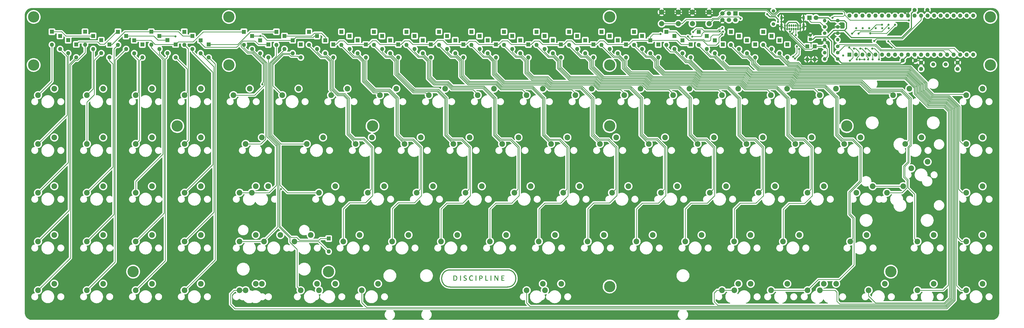
<source format=gtl>
G04 #@! TF.GenerationSoftware,KiCad,Pcbnew,(6.0.5)*
G04 #@! TF.CreationDate,2022-06-23T12:26:17-04:00*
G04 #@! TF.ProjectId,discipline-pcb,64697363-6970-46c6-996e-652d7063622e,rev?*
G04 #@! TF.SameCoordinates,Original*
G04 #@! TF.FileFunction,Copper,L1,Top*
G04 #@! TF.FilePolarity,Positive*
%FSLAX46Y46*%
G04 Gerber Fmt 4.6, Leading zero omitted, Abs format (unit mm)*
G04 Created by KiCad (PCBNEW (6.0.5)) date 2022-06-23 12:26:17*
%MOMM*%
%LPD*%
G01*
G04 APERTURE LIST*
G04 #@! TA.AperFunction,EtchedComponent*
%ADD10C,0.400000*%
G04 #@! TD*
G04 #@! TA.AperFunction,EtchedComponent*
%ADD11C,0.010000*%
G04 #@! TD*
G04 #@! TA.AperFunction,ComponentPad*
%ADD12C,2.200000*%
G04 #@! TD*
G04 #@! TA.AperFunction,ComponentPad*
%ADD13C,4.400000*%
G04 #@! TD*
G04 #@! TA.AperFunction,ComponentPad*
%ADD14R,1.600000X1.600000*%
G04 #@! TD*
G04 #@! TA.AperFunction,ComponentPad*
%ADD15O,1.600000X1.600000*%
G04 #@! TD*
G04 #@! TA.AperFunction,ComponentPad*
%ADD16C,1.400000*%
G04 #@! TD*
G04 #@! TA.AperFunction,ComponentPad*
%ADD17O,1.400000X1.400000*%
G04 #@! TD*
G04 #@! TA.AperFunction,ComponentPad*
%ADD18C,2.000000*%
G04 #@! TD*
G04 #@! TA.AperFunction,ComponentPad*
%ADD19R,1.800000X1.800000*%
G04 #@! TD*
G04 #@! TA.AperFunction,ComponentPad*
%ADD20C,1.800000*%
G04 #@! TD*
G04 #@! TA.AperFunction,ComponentPad*
%ADD21R,1.200000X1.200000*%
G04 #@! TD*
G04 #@! TA.AperFunction,ComponentPad*
%ADD22C,1.200000*%
G04 #@! TD*
G04 #@! TA.AperFunction,ComponentPad*
%ADD23C,1.600000*%
G04 #@! TD*
G04 #@! TA.AperFunction,ComponentPad*
%ADD24O,0.650000X1.000000*%
G04 #@! TD*
G04 #@! TA.AperFunction,ComponentPad*
%ADD25O,0.900000X2.400000*%
G04 #@! TD*
G04 #@! TA.AperFunction,ComponentPad*
%ADD26O,0.900000X1.700000*%
G04 #@! TD*
G04 #@! TA.AperFunction,ComponentPad*
%ADD27C,1.500000*%
G04 #@! TD*
G04 #@! TA.AperFunction,ComponentPad*
%ADD28R,1.700000X1.700000*%
G04 #@! TD*
G04 #@! TA.AperFunction,ComponentPad*
%ADD29C,1.700000*%
G04 #@! TD*
G04 #@! TA.AperFunction,ViaPad*
%ADD30C,0.800000*%
G04 #@! TD*
G04 #@! TA.AperFunction,Conductor*
%ADD31C,0.250000*%
G04 #@! TD*
G04 #@! TA.AperFunction,Conductor*
%ADD32C,0.400000*%
G04 #@! TD*
G04 APERTURE END LIST*
D10*
X187311206Y-167060460D02*
X209591206Y-167060460D01*
X187291206Y-173740460D02*
X209591206Y-173740460D01*
X209581206Y-173740460D02*
G75*
G03*
X209581206Y-167060460I0J3340000D01*
G01*
X187281206Y-167060460D02*
G75*
G03*
X187281206Y-173740460I0J-3340000D01*
G01*
G36*
X195662136Y-169222209D02*
G01*
X195874994Y-169276369D01*
X195933712Y-169303128D01*
X196038237Y-169370594D01*
X196090506Y-169446866D01*
X196103211Y-169535599D01*
X196088239Y-169598943D01*
X196040479Y-169612762D01*
X195955671Y-169577281D01*
X195905515Y-169546108D01*
X195767340Y-169477408D01*
X195606691Y-169447053D01*
X195586056Y-169445594D01*
X195396812Y-169458436D01*
X195243333Y-169524797D01*
X195120137Y-169647815D01*
X195060399Y-169746361D01*
X195021815Y-169828665D01*
X194997240Y-169906556D01*
X194983627Y-169998520D01*
X194977931Y-170123043D01*
X194977024Y-170252402D01*
X194979067Y-170416508D01*
X194986823Y-170532946D01*
X195003007Y-170619271D01*
X195030335Y-170693043D01*
X195051798Y-170735944D01*
X195162283Y-170879559D01*
X195308550Y-170976612D01*
X195478355Y-171024777D01*
X195659453Y-171021729D01*
X195839599Y-170965141D01*
X195941568Y-170904927D01*
X196013186Y-170860912D01*
X196065130Y-170840884D01*
X196067441Y-170840769D01*
X196098239Y-170866536D01*
X196103666Y-170929336D01*
X196086771Y-171007416D01*
X196050606Y-171079026D01*
X196030872Y-171101506D01*
X195910197Y-171177504D01*
X195747000Y-171230209D01*
X195560955Y-171256209D01*
X195371732Y-171252097D01*
X195266062Y-171234046D01*
X195078551Y-171157430D01*
X194922621Y-171028140D01*
X194801594Y-170852367D01*
X194718789Y-170636300D01*
X194677528Y-170386128D01*
X194678509Y-170138840D01*
X194720114Y-169886338D01*
X194801227Y-169664318D01*
X194916991Y-169483328D01*
X195029834Y-169376229D01*
X195221695Y-169273583D01*
X195438416Y-169221762D01*
X195662136Y-169222209D01*
G37*
D11*
X195662136Y-169222209D02*
X195874994Y-169276369D01*
X195933712Y-169303128D01*
X196038237Y-169370594D01*
X196090506Y-169446866D01*
X196103211Y-169535599D01*
X196088239Y-169598943D01*
X196040479Y-169612762D01*
X195955671Y-169577281D01*
X195905515Y-169546108D01*
X195767340Y-169477408D01*
X195606691Y-169447053D01*
X195586056Y-169445594D01*
X195396812Y-169458436D01*
X195243333Y-169524797D01*
X195120137Y-169647815D01*
X195060399Y-169746361D01*
X195021815Y-169828665D01*
X194997240Y-169906556D01*
X194983627Y-169998520D01*
X194977931Y-170123043D01*
X194977024Y-170252402D01*
X194979067Y-170416508D01*
X194986823Y-170532946D01*
X195003007Y-170619271D01*
X195030335Y-170693043D01*
X195051798Y-170735944D01*
X195162283Y-170879559D01*
X195308550Y-170976612D01*
X195478355Y-171024777D01*
X195659453Y-171021729D01*
X195839599Y-170965141D01*
X195941568Y-170904927D01*
X196013186Y-170860912D01*
X196065130Y-170840884D01*
X196067441Y-170840769D01*
X196098239Y-170866536D01*
X196103666Y-170929336D01*
X196086771Y-171007416D01*
X196050606Y-171079026D01*
X196030872Y-171101506D01*
X195910197Y-171177504D01*
X195747000Y-171230209D01*
X195560955Y-171256209D01*
X195371732Y-171252097D01*
X195266062Y-171234046D01*
X195078551Y-171157430D01*
X194922621Y-171028140D01*
X194801594Y-170852367D01*
X194718789Y-170636300D01*
X194677528Y-170386128D01*
X194678509Y-170138840D01*
X194720114Y-169886338D01*
X194801227Y-169664318D01*
X194916991Y-169483328D01*
X195029834Y-169376229D01*
X195221695Y-169273583D01*
X195438416Y-169221762D01*
X195662136Y-169222209D01*
G36*
X201122813Y-169247217D02*
G01*
X201245242Y-169257349D01*
X201262628Y-171001879D01*
X201996142Y-171020331D01*
X201996142Y-171216218D01*
X201520864Y-171225217D01*
X201350858Y-171226932D01*
X201204558Y-171225565D01*
X201094150Y-171221449D01*
X201031820Y-171214918D01*
X201022985Y-171211614D01*
X201017300Y-171174455D01*
X201012138Y-171080244D01*
X201007688Y-170937224D01*
X201004135Y-170753637D01*
X201001666Y-170537728D01*
X201000468Y-170297738D01*
X201000383Y-170213048D01*
X201000383Y-169237084D01*
X201122813Y-169247217D01*
G37*
X201122813Y-169247217D02*
X201245242Y-169257349D01*
X201262628Y-171001879D01*
X201996142Y-171020331D01*
X201996142Y-171216218D01*
X201520864Y-171225217D01*
X201350858Y-171226932D01*
X201204558Y-171225565D01*
X201094150Y-171221449D01*
X201031820Y-171214918D01*
X201022985Y-171211614D01*
X201017300Y-171174455D01*
X201012138Y-171080244D01*
X201007688Y-170937224D01*
X201004135Y-170753637D01*
X201001666Y-170537728D01*
X201000468Y-170297738D01*
X201000383Y-170213048D01*
X201000383Y-169237084D01*
X201122813Y-169247217D01*
G36*
X189098542Y-169249781D02*
G01*
X189311651Y-169273884D01*
X189488245Y-169322707D01*
X189641177Y-169398707D01*
X189648330Y-169403200D01*
X189799943Y-169536785D01*
X189913795Y-169716400D01*
X189986730Y-169932703D01*
X190015590Y-170176351D01*
X189997481Y-170436352D01*
X189935162Y-170684417D01*
X189833698Y-170882721D01*
X189689750Y-171036109D01*
X189508352Y-171145664D01*
X189417176Y-171174465D01*
X189289109Y-171198490D01*
X189137967Y-171217051D01*
X188977569Y-171229462D01*
X188821732Y-171235035D01*
X188684273Y-171233084D01*
X188579009Y-171222921D01*
X188519759Y-171203860D01*
X188512532Y-171195181D01*
X188508397Y-171152030D01*
X188505209Y-171052230D01*
X188504503Y-171004008D01*
X188757453Y-171004008D01*
X189011717Y-171004008D01*
X189168925Y-170998596D01*
X189286385Y-170979313D01*
X189388977Y-170941591D01*
X189411653Y-170930550D01*
X189549543Y-170832841D01*
X189646613Y-170696187D01*
X189706238Y-170514114D01*
X189729902Y-170320585D01*
X189728721Y-170089167D01*
X189693485Y-169903128D01*
X189621085Y-169750350D01*
X189564622Y-169676479D01*
X189457941Y-169576073D01*
X189338722Y-169512285D01*
X189190019Y-169478868D01*
X189003360Y-169469560D01*
X188757453Y-169469560D01*
X188757453Y-171004008D01*
X188504503Y-171004008D01*
X188503045Y-170904421D01*
X188501978Y-170717242D01*
X188502085Y-170499336D01*
X188503439Y-170259342D01*
X188503919Y-170203739D01*
X188510648Y-169469560D01*
X188512594Y-169257349D01*
X188836066Y-169247943D01*
X189098542Y-169249781D01*
G37*
X189098542Y-169249781D02*
X189311651Y-169273884D01*
X189488245Y-169322707D01*
X189641177Y-169398707D01*
X189648330Y-169403200D01*
X189799943Y-169536785D01*
X189913795Y-169716400D01*
X189986730Y-169932703D01*
X190015590Y-170176351D01*
X189997481Y-170436352D01*
X189935162Y-170684417D01*
X189833698Y-170882721D01*
X189689750Y-171036109D01*
X189508352Y-171145664D01*
X189417176Y-171174465D01*
X189289109Y-171198490D01*
X189137967Y-171217051D01*
X188977569Y-171229462D01*
X188821732Y-171235035D01*
X188684273Y-171233084D01*
X188579009Y-171222921D01*
X188519759Y-171203860D01*
X188512532Y-171195181D01*
X188508397Y-171152030D01*
X188505209Y-171052230D01*
X188504503Y-171004008D01*
X188757453Y-171004008D01*
X189011717Y-171004008D01*
X189168925Y-170998596D01*
X189286385Y-170979313D01*
X189388977Y-170941591D01*
X189411653Y-170930550D01*
X189549543Y-170832841D01*
X189646613Y-170696187D01*
X189706238Y-170514114D01*
X189729902Y-170320585D01*
X189728721Y-170089167D01*
X189693485Y-169903128D01*
X189621085Y-169750350D01*
X189564622Y-169676479D01*
X189457941Y-169576073D01*
X189338722Y-169512285D01*
X189190019Y-169478868D01*
X189003360Y-169469560D01*
X188757453Y-169469560D01*
X188757453Y-171004008D01*
X188504503Y-171004008D01*
X188503045Y-170904421D01*
X188501978Y-170717242D01*
X188502085Y-170499336D01*
X188503439Y-170259342D01*
X188503919Y-170203739D01*
X188510648Y-169469560D01*
X188512594Y-169257349D01*
X188836066Y-169247943D01*
X189098542Y-169249781D01*
G36*
X193312370Y-169236400D02*
G01*
X193435441Y-169270546D01*
X193527930Y-169314804D01*
X193570156Y-169359641D01*
X193588022Y-169444013D01*
X193581239Y-169517845D01*
X193561510Y-169548195D01*
X193517851Y-169545166D01*
X193441166Y-169517150D01*
X193407692Y-169501151D01*
X193249763Y-169444501D01*
X193100679Y-169433814D01*
X192971347Y-169465224D01*
X192872673Y-169534867D01*
X192815564Y-169638879D01*
X192805782Y-169714419D01*
X192829171Y-169827247D01*
X192903043Y-169926408D01*
X193032954Y-170017709D01*
X193152370Y-170076604D01*
X193379584Y-170192548D01*
X193542902Y-170311020D01*
X193626270Y-170406099D01*
X193668469Y-170514082D01*
X193686175Y-170655017D01*
X193678696Y-170801050D01*
X193645339Y-170924328D01*
X193639474Y-170936444D01*
X193530100Y-171080019D01*
X193376507Y-171184640D01*
X193189494Y-171246515D01*
X192979861Y-171261853D01*
X192789458Y-171234870D01*
X192672869Y-171196345D01*
X192570721Y-171144843D01*
X192506923Y-171092601D01*
X192504289Y-171088902D01*
X192482980Y-171023423D01*
X192483602Y-170947307D01*
X192505206Y-170894609D01*
X192509800Y-170891070D01*
X192554465Y-170893785D01*
X192632863Y-170922185D01*
X192676558Y-170943245D01*
X192850729Y-171010337D01*
X193018378Y-171032306D01*
X193169521Y-171012436D01*
X193294175Y-170954011D01*
X193382357Y-170860314D01*
X193424083Y-170734628D01*
X193426090Y-170696720D01*
X193404603Y-170607510D01*
X193336619Y-170518340D01*
X193216855Y-170424294D01*
X193040028Y-170320456D01*
X192998067Y-170298451D01*
X192814129Y-170194677D01*
X192685026Y-170097707D01*
X192602551Y-169997345D01*
X192558495Y-169883394D01*
X192544649Y-169745659D01*
X192544599Y-169735180D01*
X192570273Y-169548049D01*
X192646928Y-169401586D01*
X192774011Y-169296357D01*
X192950970Y-169232931D01*
X193047228Y-169218127D01*
X193176904Y-169217286D01*
X193312370Y-169236400D01*
G37*
X193312370Y-169236400D02*
X193435441Y-169270546D01*
X193527930Y-169314804D01*
X193570156Y-169359641D01*
X193588022Y-169444013D01*
X193581239Y-169517845D01*
X193561510Y-169548195D01*
X193517851Y-169545166D01*
X193441166Y-169517150D01*
X193407692Y-169501151D01*
X193249763Y-169444501D01*
X193100679Y-169433814D01*
X192971347Y-169465224D01*
X192872673Y-169534867D01*
X192815564Y-169638879D01*
X192805782Y-169714419D01*
X192829171Y-169827247D01*
X192903043Y-169926408D01*
X193032954Y-170017709D01*
X193152370Y-170076604D01*
X193379584Y-170192548D01*
X193542902Y-170311020D01*
X193626270Y-170406099D01*
X193668469Y-170514082D01*
X193686175Y-170655017D01*
X193678696Y-170801050D01*
X193645339Y-170924328D01*
X193639474Y-170936444D01*
X193530100Y-171080019D01*
X193376507Y-171184640D01*
X193189494Y-171246515D01*
X192979861Y-171261853D01*
X192789458Y-171234870D01*
X192672869Y-171196345D01*
X192570721Y-171144843D01*
X192506923Y-171092601D01*
X192504289Y-171088902D01*
X192482980Y-171023423D01*
X192483602Y-170947307D01*
X192505206Y-170894609D01*
X192509800Y-170891070D01*
X192554465Y-170893785D01*
X192632863Y-170922185D01*
X192676558Y-170943245D01*
X192850729Y-171010337D01*
X193018378Y-171032306D01*
X193169521Y-171012436D01*
X193294175Y-170954011D01*
X193382357Y-170860314D01*
X193424083Y-170734628D01*
X193426090Y-170696720D01*
X193404603Y-170607510D01*
X193336619Y-170518340D01*
X193216855Y-170424294D01*
X193040028Y-170320456D01*
X192998067Y-170298451D01*
X192814129Y-170194677D01*
X192685026Y-170097707D01*
X192602551Y-169997345D01*
X192558495Y-169883394D01*
X192544649Y-169745659D01*
X192544599Y-169735180D01*
X192570273Y-169548049D01*
X192646928Y-169401586D01*
X192774011Y-169296357D01*
X192950970Y-169232931D01*
X193047228Y-169218127D01*
X193176904Y-169217286D01*
X193312370Y-169236400D01*
G36*
X203146977Y-169247217D02*
G01*
X203269406Y-169257349D01*
X203269406Y-171216218D01*
X203024548Y-171236484D01*
X203024548Y-169237084D01*
X203146977Y-169247217D01*
G37*
X203146977Y-169247217D02*
X203269406Y-169257349D01*
X203269406Y-171216218D01*
X203024548Y-171236484D01*
X203024548Y-169237084D01*
X203146977Y-169247217D01*
G36*
X199117400Y-169246961D02*
G01*
X199287543Y-169255265D01*
X199408090Y-169266775D01*
X199494743Y-169284371D01*
X199563201Y-169310934D01*
X199610353Y-169337425D01*
X199736942Y-169437436D01*
X199814953Y-169557695D01*
X199851726Y-169712821D01*
X199857051Y-169828686D01*
X199833341Y-170040227D01*
X199762196Y-170208644D01*
X199642222Y-170335244D01*
X199472022Y-170421330D01*
X199250203Y-170468210D01*
X199166125Y-170475259D01*
X198910923Y-170490032D01*
X198910923Y-171232542D01*
X198802097Y-171232542D01*
X198721427Y-171226569D01*
X198672980Y-171212062D01*
X198671506Y-171210777D01*
X198665924Y-171173748D01*
X198660871Y-171079836D01*
X198656539Y-170937453D01*
X198653118Y-170755010D01*
X198650799Y-170540918D01*
X198649774Y-170303590D01*
X198649741Y-170251664D01*
X198650178Y-169973659D01*
X198651006Y-169855893D01*
X198910923Y-169855893D01*
X198912664Y-170008618D01*
X198917400Y-170136698D01*
X198924403Y-170226457D01*
X198932688Y-170263990D01*
X198984688Y-170280936D01*
X199078125Y-170284543D01*
X199190660Y-170275473D01*
X199299951Y-170254387D01*
X199305121Y-170252975D01*
X199444053Y-170188785D01*
X199535431Y-170083845D01*
X199583254Y-169932893D01*
X199589642Y-169878627D01*
X199595218Y-169771811D01*
X199583376Y-169702284D01*
X199544747Y-169642540D01*
X199489508Y-169584546D01*
X199425129Y-169524206D01*
X199368854Y-169489787D01*
X199298820Y-169474040D01*
X199193166Y-169469716D01*
X199142723Y-169469560D01*
X198910923Y-169469560D01*
X198910923Y-169855893D01*
X198651006Y-169855893D01*
X198651722Y-169753971D01*
X198654724Y-169585629D01*
X198659226Y-169469560D01*
X198659533Y-169461658D01*
X198666499Y-169375086D01*
X198675973Y-169318940D01*
X198688305Y-169286246D01*
X198698840Y-169273568D01*
X198746968Y-169254500D01*
X198839195Y-169244520D01*
X198983221Y-169243137D01*
X199117400Y-169246961D01*
G37*
X199117400Y-169246961D02*
X199287543Y-169255265D01*
X199408090Y-169266775D01*
X199494743Y-169284371D01*
X199563201Y-169310934D01*
X199610353Y-169337425D01*
X199736942Y-169437436D01*
X199814953Y-169557695D01*
X199851726Y-169712821D01*
X199857051Y-169828686D01*
X199833341Y-170040227D01*
X199762196Y-170208644D01*
X199642222Y-170335244D01*
X199472022Y-170421330D01*
X199250203Y-170468210D01*
X199166125Y-170475259D01*
X198910923Y-170490032D01*
X198910923Y-171232542D01*
X198802097Y-171232542D01*
X198721427Y-171226569D01*
X198672980Y-171212062D01*
X198671506Y-171210777D01*
X198665924Y-171173748D01*
X198660871Y-171079836D01*
X198656539Y-170937453D01*
X198653118Y-170755010D01*
X198650799Y-170540918D01*
X198649774Y-170303590D01*
X198649741Y-170251664D01*
X198650178Y-169973659D01*
X198651006Y-169855893D01*
X198910923Y-169855893D01*
X198912664Y-170008618D01*
X198917400Y-170136698D01*
X198924403Y-170226457D01*
X198932688Y-170263990D01*
X198984688Y-170280936D01*
X199078125Y-170284543D01*
X199190660Y-170275473D01*
X199299951Y-170254387D01*
X199305121Y-170252975D01*
X199444053Y-170188785D01*
X199535431Y-170083845D01*
X199583254Y-169932893D01*
X199589642Y-169878627D01*
X199595218Y-169771811D01*
X199583376Y-169702284D01*
X199544747Y-169642540D01*
X199489508Y-169584546D01*
X199425129Y-169524206D01*
X199368854Y-169489787D01*
X199298820Y-169474040D01*
X199193166Y-169469716D01*
X199142723Y-169469560D01*
X198910923Y-169469560D01*
X198910923Y-169855893D01*
X198651006Y-169855893D01*
X198651722Y-169753971D01*
X198654724Y-169585629D01*
X198659226Y-169469560D01*
X198659533Y-169461658D01*
X198666499Y-169375086D01*
X198675973Y-169318940D01*
X198688305Y-169286246D01*
X198698840Y-169273568D01*
X198746968Y-169254500D01*
X198839195Y-169244520D01*
X198983221Y-169243137D01*
X199117400Y-169246961D01*
G36*
X208002822Y-169241618D02*
G01*
X208138521Y-169244175D01*
X208228829Y-169249864D01*
X208283695Y-169259857D01*
X208313069Y-169275320D01*
X208326901Y-169297424D01*
X208328358Y-169301722D01*
X208334771Y-169380769D01*
X208327065Y-169415989D01*
X208309760Y-169438716D01*
X208271292Y-169454085D01*
X208200912Y-169463447D01*
X208087872Y-169468152D01*
X207921424Y-169469550D01*
X207900678Y-169469560D01*
X207494848Y-169469560D01*
X207504235Y-169771553D01*
X207513622Y-170073545D01*
X207864586Y-170082811D01*
X208215550Y-170092078D01*
X208215550Y-170285756D01*
X207497298Y-170285756D01*
X207497298Y-171002057D01*
X208329818Y-171020331D01*
X208329818Y-171216218D01*
X207822936Y-171225172D01*
X207607481Y-171227197D01*
X207450851Y-171224309D01*
X207346735Y-171216150D01*
X207288822Y-171202361D01*
X207276085Y-171194157D01*
X207263718Y-171149832D01*
X207253445Y-171050555D01*
X207245272Y-170906634D01*
X207239202Y-170728374D01*
X207235240Y-170526084D01*
X207233389Y-170310068D01*
X207233655Y-170090636D01*
X207236041Y-169878092D01*
X207240552Y-169682745D01*
X207247192Y-169514901D01*
X207255964Y-169384866D01*
X207266875Y-169302949D01*
X207275293Y-169280203D01*
X207321548Y-169262815D01*
X207422442Y-169250659D01*
X207581432Y-169243481D01*
X207801974Y-169241029D01*
X207811782Y-169241026D01*
X208002822Y-169241618D01*
G37*
X208002822Y-169241618D02*
X208138521Y-169244175D01*
X208228829Y-169249864D01*
X208283695Y-169259857D01*
X208313069Y-169275320D01*
X208326901Y-169297424D01*
X208328358Y-169301722D01*
X208334771Y-169380769D01*
X208327065Y-169415989D01*
X208309760Y-169438716D01*
X208271292Y-169454085D01*
X208200912Y-169463447D01*
X208087872Y-169468152D01*
X207921424Y-169469550D01*
X207900678Y-169469560D01*
X207494848Y-169469560D01*
X207504235Y-169771553D01*
X207513622Y-170073545D01*
X207864586Y-170082811D01*
X208215550Y-170092078D01*
X208215550Y-170285756D01*
X207497298Y-170285756D01*
X207497298Y-171002057D01*
X208329818Y-171020331D01*
X208329818Y-171216218D01*
X207822936Y-171225172D01*
X207607481Y-171227197D01*
X207450851Y-171224309D01*
X207346735Y-171216150D01*
X207288822Y-171202361D01*
X207276085Y-171194157D01*
X207263718Y-171149832D01*
X207253445Y-171050555D01*
X207245272Y-170906634D01*
X207239202Y-170728374D01*
X207235240Y-170526084D01*
X207233389Y-170310068D01*
X207233655Y-170090636D01*
X207236041Y-169878092D01*
X207240552Y-169682745D01*
X207247192Y-169514901D01*
X207255964Y-169384866D01*
X207266875Y-169302949D01*
X207275293Y-169280203D01*
X207321548Y-169262815D01*
X207422442Y-169250659D01*
X207581432Y-169243481D01*
X207801974Y-169241029D01*
X207811782Y-169241026D01*
X208002822Y-169241618D01*
G36*
X197409124Y-171232542D02*
G01*
X197293832Y-171232542D01*
X197212945Y-171221991D01*
X197165337Y-171196113D01*
X197162727Y-171191335D01*
X197158971Y-171149201D01*
X197156126Y-171050372D01*
X197154255Y-170903444D01*
X197153419Y-170717011D01*
X197153681Y-170499668D01*
X197155102Y-170260011D01*
X197155590Y-170203739D01*
X197164265Y-169257349D01*
X197286694Y-169247217D01*
X197409124Y-169237084D01*
X197409124Y-171232542D01*
G37*
X197409124Y-171232542D02*
X197293832Y-171232542D01*
X197212945Y-171221991D01*
X197165337Y-171196113D01*
X197162727Y-171191335D01*
X197158971Y-171149201D01*
X197156126Y-171050372D01*
X197154255Y-170903444D01*
X197153419Y-170717011D01*
X197153681Y-170499668D01*
X197155102Y-170260011D01*
X197155590Y-170203739D01*
X197164265Y-169257349D01*
X197286694Y-169247217D01*
X197409124Y-169237084D01*
X197409124Y-171232542D01*
G36*
X191385602Y-171216218D02*
G01*
X191279272Y-171226466D01*
X191193272Y-171221405D01*
X191156329Y-171193420D01*
X191152368Y-171150735D01*
X191149337Y-171051380D01*
X191147307Y-170903974D01*
X191146346Y-170717137D01*
X191146523Y-170499488D01*
X191147909Y-170259648D01*
X191148392Y-170203739D01*
X191157067Y-169257349D01*
X191385602Y-169257349D01*
X191385602Y-171216218D01*
G37*
X191385602Y-171216218D02*
X191279272Y-171226466D01*
X191193272Y-171221405D01*
X191156329Y-171193420D01*
X191152368Y-171150735D01*
X191149337Y-171051380D01*
X191147307Y-170903974D01*
X191146346Y-170717137D01*
X191146523Y-170499488D01*
X191147909Y-170259648D01*
X191148392Y-170203739D01*
X191157067Y-169257349D01*
X191385602Y-169257349D01*
X191385602Y-171216218D01*
G36*
X205987819Y-170226518D02*
G01*
X205979175Y-171216218D01*
X205864908Y-171225833D01*
X205771351Y-171220816D01*
X205699227Y-171195588D01*
X205695909Y-171193186D01*
X205666247Y-171154382D01*
X205609947Y-171066033D01*
X205531610Y-170935928D01*
X205435842Y-170771858D01*
X205327245Y-170581612D01*
X205210424Y-170372982D01*
X205198606Y-170351659D01*
X204756035Y-169552396D01*
X204747296Y-170384307D01*
X204738558Y-171216218D01*
X204631971Y-171226485D01*
X204525384Y-171236751D01*
X204534027Y-170247050D01*
X204542671Y-169257349D01*
X204694089Y-169247548D01*
X204794879Y-169246989D01*
X204857256Y-169267529D01*
X204906300Y-169316822D01*
X204938449Y-169366811D01*
X204996585Y-169465398D01*
X205075676Y-169603720D01*
X205170694Y-169772916D01*
X205276609Y-169964122D01*
X205358867Y-170114249D01*
X205750640Y-170832601D01*
X205783288Y-169257349D01*
X205889875Y-169247083D01*
X205996463Y-169236817D01*
X205987819Y-170226518D01*
G37*
X205987819Y-170226518D02*
X205979175Y-171216218D01*
X205864908Y-171225833D01*
X205771351Y-171220816D01*
X205699227Y-171195588D01*
X205695909Y-171193186D01*
X205666247Y-171154382D01*
X205609947Y-171066033D01*
X205531610Y-170935928D01*
X205435842Y-170771858D01*
X205327245Y-170581612D01*
X205210424Y-170372982D01*
X205198606Y-170351659D01*
X204756035Y-169552396D01*
X204747296Y-170384307D01*
X204738558Y-171216218D01*
X204631971Y-171226485D01*
X204525384Y-171236751D01*
X204534027Y-170247050D01*
X204542671Y-169257349D01*
X204694089Y-169247548D01*
X204794879Y-169246989D01*
X204857256Y-169267529D01*
X204906300Y-169316822D01*
X204938449Y-169366811D01*
X204996585Y-169465398D01*
X205075676Y-169603720D01*
X205170694Y-169772916D01*
X205276609Y-169964122D01*
X205358867Y-170114249D01*
X205750640Y-170832601D01*
X205783288Y-169257349D01*
X205889875Y-169247083D01*
X205996463Y-169236817D01*
X205987819Y-170226518D01*
D12*
X109135000Y-96280000D03*
X102785000Y-98820000D03*
X128185000Y-96280000D03*
X121835000Y-98820000D03*
X147235000Y-96280000D03*
X140885000Y-98820000D03*
X166285000Y-96280000D03*
X159935000Y-98820000D03*
X185335000Y-96280000D03*
X178985000Y-98820000D03*
X204385000Y-96280000D03*
X198035000Y-98820000D03*
X223435000Y-96280000D03*
X217085000Y-98820000D03*
X242485000Y-96280000D03*
X236135000Y-98820000D03*
X261535000Y-96280000D03*
X255185000Y-98820000D03*
X280585000Y-96280000D03*
X274235000Y-98820000D03*
X299635000Y-96280000D03*
X293285000Y-98820000D03*
X318685000Y-96280000D03*
X312335000Y-98820000D03*
X337735000Y-96280000D03*
X331385000Y-98820000D03*
X394885000Y-96280000D03*
X388535000Y-98820000D03*
X137710000Y-115330000D03*
X131360000Y-117870000D03*
X156760000Y-115330000D03*
X150410000Y-117870000D03*
X175810000Y-115330000D03*
X169460000Y-117870000D03*
X194860000Y-115330000D03*
X188510000Y-117870000D03*
X213910000Y-115330000D03*
X207560000Y-117870000D03*
X232960000Y-115330000D03*
X226610000Y-117870000D03*
X252010000Y-115330000D03*
X245660000Y-117870000D03*
X271060000Y-115330000D03*
X264710000Y-117870000D03*
X290110000Y-115330000D03*
X283760000Y-117870000D03*
X309160000Y-115330000D03*
X302810000Y-117870000D03*
X328210000Y-115330000D03*
X321860000Y-117870000D03*
X347260000Y-115330000D03*
X340910000Y-117870000D03*
X394885000Y-115330000D03*
X388535000Y-117870000D03*
X142472500Y-134380000D03*
X136122500Y-136920000D03*
X161522500Y-134380000D03*
X155172500Y-136920000D03*
X180572500Y-134380000D03*
X174222500Y-136920000D03*
X199622000Y-134380000D03*
X193272000Y-136920000D03*
X218672000Y-134380000D03*
X212322000Y-136920000D03*
X237722000Y-134380000D03*
X231372000Y-136920000D03*
X256772000Y-134380000D03*
X250422000Y-136920000D03*
X275822000Y-134380000D03*
X269472000Y-136920000D03*
X294872000Y-134380000D03*
X288522000Y-136920000D03*
X313922000Y-134380000D03*
X307572000Y-136920000D03*
X332972000Y-134380000D03*
X326622000Y-136920000D03*
X394885000Y-134380000D03*
X388535000Y-136920000D03*
X151997500Y-153430000D03*
X145647500Y-155970000D03*
X171047500Y-153430000D03*
X164697500Y-155970000D03*
X190097500Y-153430000D03*
X183747500Y-155970000D03*
X209148000Y-153430000D03*
X202798000Y-155970000D03*
X228198000Y-153430000D03*
X221848000Y-155970000D03*
X247248000Y-153430000D03*
X240898000Y-155970000D03*
X266298000Y-153430000D03*
X259948000Y-155970000D03*
X285348000Y-153430000D03*
X278998000Y-155970000D03*
X304398000Y-153430000D03*
X298048000Y-155970000D03*
X323448000Y-153430000D03*
X317098000Y-155970000D03*
X375835000Y-153430000D03*
X369485000Y-155970000D03*
X394885000Y-153430000D03*
X388535000Y-155970000D03*
X230579000Y-172480000D03*
X224229000Y-175020000D03*
X356785000Y-172480000D03*
X350435000Y-175020000D03*
X375835000Y-172480000D03*
X369485000Y-175020000D03*
X394885000Y-172480000D03*
X388535000Y-175020000D03*
X366310000Y-96280000D03*
X359960000Y-98820000D03*
X371072000Y-115330000D03*
X364722000Y-117870000D03*
X116278800Y-134369870D03*
X109928800Y-136909870D03*
X363929000Y-134380000D03*
X357579000Y-136920000D03*
X121041200Y-153430000D03*
X114691200Y-155970000D03*
X349641000Y-153430000D03*
X343291000Y-155970000D03*
X111516200Y-172469870D03*
X105166200Y-175009870D03*
X135328800Y-172480000D03*
X128978800Y-175020000D03*
X159141200Y-172469870D03*
X152791200Y-175009870D03*
D13*
X101020132Y-87031000D03*
X101020132Y-68281000D03*
X397914059Y-68281000D03*
X397914059Y-87031000D03*
X139819638Y-167733210D03*
X359114553Y-167733210D03*
X157008473Y-110889244D03*
X341925718Y-110889244D03*
X249467095Y-110889244D03*
X249467095Y-173544360D03*
D12*
X337775278Y-172469870D03*
X331425278Y-175009870D03*
D14*
X106854034Y-74061862D03*
D15*
X106854034Y-79141862D03*
D14*
X129040275Y-79022449D03*
D15*
X129040275Y-84102449D03*
D14*
X132209738Y-74061862D03*
D15*
X132209738Y-79141862D03*
D14*
X144887590Y-74061862D03*
D15*
X144887590Y-79141862D03*
D14*
X157565442Y-74061862D03*
D15*
X157565442Y-79141862D03*
D14*
X170243294Y-74061862D03*
D15*
X170243294Y-79141862D03*
D14*
X182921146Y-74061862D03*
D15*
X182921146Y-79141862D03*
D14*
X195598998Y-74061862D03*
D15*
X195598998Y-79141862D03*
D14*
X208276850Y-74061862D03*
D15*
X208276850Y-79141862D03*
D14*
X220954702Y-74061862D03*
D15*
X220954702Y-79141862D03*
D14*
X233632554Y-74061862D03*
D15*
X233632554Y-79141862D03*
D14*
X246310406Y-74061862D03*
D15*
X246310406Y-79141862D03*
D14*
X258988258Y-74061862D03*
D15*
X258988258Y-79141862D03*
D14*
X271596126Y-74061862D03*
D15*
X271596126Y-79141862D03*
D14*
X318795679Y-79022449D03*
D15*
X318795679Y-84102449D03*
D14*
X110023497Y-75715391D03*
D15*
X110023497Y-80795391D03*
D14*
X125870812Y-77368920D03*
D15*
X125870812Y-82448920D03*
D14*
X135379201Y-75715391D03*
D15*
X135379201Y-80795391D03*
D14*
X148057053Y-75715391D03*
D15*
X148057053Y-80795391D03*
D14*
X160734905Y-75715391D03*
D15*
X160734905Y-80795391D03*
D14*
X173412757Y-75715391D03*
D15*
X173412757Y-80795391D03*
D14*
X186090609Y-75715391D03*
D15*
X186090609Y-80795391D03*
D14*
X198768461Y-75715391D03*
D15*
X198768461Y-80795391D03*
D14*
X211446313Y-75715391D03*
D15*
X211446313Y-80795391D03*
D14*
X224124165Y-75715391D03*
D15*
X224124165Y-80795391D03*
D14*
X236802017Y-75715391D03*
D15*
X236802017Y-80795391D03*
D14*
X249479869Y-75715391D03*
D15*
X249479869Y-80795391D03*
D14*
X262140225Y-75715391D03*
D15*
X262140225Y-80795391D03*
D14*
X274746899Y-75715391D03*
D15*
X274746899Y-80795391D03*
D14*
X315706955Y-77368920D03*
D15*
X315706955Y-82448920D03*
D14*
X113192960Y-77368920D03*
D15*
X113192960Y-82448920D03*
D14*
X122701349Y-75715391D03*
D15*
X122701349Y-80795391D03*
D14*
X138548664Y-77368920D03*
D15*
X138548664Y-82448920D03*
D14*
X151226516Y-77368920D03*
D15*
X151226516Y-82448920D03*
D14*
X163904368Y-77368920D03*
D15*
X163904368Y-82448920D03*
D14*
X176582220Y-77368920D03*
D15*
X176582220Y-82448920D03*
D14*
X189260072Y-77368920D03*
D15*
X189260072Y-82448920D03*
D14*
X201937924Y-77368920D03*
D15*
X201937924Y-82448920D03*
D14*
X214615776Y-77368920D03*
D15*
X214615776Y-82448920D03*
D14*
X227293628Y-77368920D03*
D15*
X227293628Y-82448920D03*
D14*
X239971480Y-77368920D03*
D15*
X239971480Y-82448920D03*
D14*
X252649332Y-77368920D03*
D15*
X252649332Y-82448920D03*
D14*
X277897672Y-77368920D03*
D15*
X277897672Y-82448920D03*
D14*
X312618231Y-75715391D03*
D15*
X312618231Y-80795391D03*
D14*
X116362423Y-79022449D03*
D15*
X116362423Y-84102449D03*
D14*
X141718127Y-79022449D03*
D15*
X141718127Y-84102449D03*
D14*
X154395979Y-79022449D03*
D15*
X154395979Y-84102449D03*
D14*
X167073831Y-79022449D03*
D15*
X167073831Y-84102449D03*
D14*
X179751683Y-79022449D03*
D15*
X179751683Y-84102449D03*
D14*
X192429535Y-79022449D03*
D15*
X192429535Y-84102449D03*
D14*
X205107387Y-79022449D03*
D15*
X205107387Y-84102449D03*
D14*
X217785239Y-79022449D03*
D15*
X217785239Y-84102449D03*
D14*
X230463091Y-79022449D03*
D15*
X230463091Y-84102449D03*
D14*
X243140943Y-79022449D03*
D15*
X243140943Y-84102449D03*
D14*
X255818795Y-79022449D03*
D15*
X255818795Y-84102449D03*
D14*
X265292192Y-77368920D03*
D15*
X265292192Y-82448920D03*
D14*
X281048445Y-79022449D03*
D15*
X281048445Y-84102449D03*
D14*
X309343356Y-74061862D03*
D15*
X309343356Y-79141862D03*
D14*
X303041808Y-77368920D03*
D15*
X303041808Y-82448920D03*
D14*
X119531886Y-74061862D03*
D15*
X119531886Y-79141862D03*
D14*
X299891034Y-75715391D03*
D15*
X299891034Y-80795391D03*
D14*
X296740261Y-74061862D03*
D15*
X296740261Y-79141862D03*
D14*
X293589488Y-79022449D03*
D15*
X293589488Y-84102449D03*
D14*
X268444159Y-79022449D03*
D15*
X268444159Y-84102449D03*
D14*
X287349991Y-75715391D03*
D15*
X287349991Y-80795391D03*
D14*
X284199218Y-74061862D03*
D15*
X284199218Y-79141862D03*
D14*
X306192582Y-79022449D03*
D15*
X306192582Y-84102449D03*
D14*
X290438715Y-77368920D03*
D15*
X290438715Y-82448920D03*
D16*
X338360066Y-79738302D03*
D17*
X333280066Y-79738302D03*
D16*
X338360066Y-82231767D03*
D17*
X333280066Y-82231767D03*
D16*
X333280066Y-77166461D03*
D17*
X338360066Y-77166461D03*
D18*
X269739482Y-66422324D03*
X276239482Y-66422324D03*
X269739482Y-70922324D03*
X276239482Y-70922324D03*
D19*
X327381466Y-68557080D03*
D20*
X329921466Y-68557080D03*
D16*
X333280066Y-72153284D03*
D17*
X338360066Y-72153284D03*
D18*
X288239482Y-66422324D03*
X281739482Y-66422324D03*
X288239482Y-70922324D03*
X281739482Y-70922324D03*
D16*
X313301364Y-71037088D03*
X313301364Y-65937088D03*
D21*
X327731426Y-76991116D03*
D22*
X327731426Y-75491116D03*
D23*
X368379280Y-65512428D03*
X373379280Y-65512428D03*
X363724812Y-85302666D03*
X368724812Y-85302666D03*
D12*
X299664634Y-172469870D03*
X293314634Y-175009870D03*
X318719956Y-172480000D03*
X312369956Y-175020000D03*
D24*
X323777218Y-72977272D03*
X322927218Y-72977272D03*
X322077218Y-72977272D03*
X321227218Y-72977272D03*
X320377218Y-72977272D03*
X319527218Y-72977272D03*
X318677218Y-72977272D03*
X317827218Y-72977272D03*
X317822218Y-71652272D03*
X318672218Y-71652272D03*
X319522218Y-71652272D03*
X320372218Y-71652272D03*
X321222218Y-71652272D03*
X322072218Y-71652272D03*
X322922218Y-71652272D03*
X323777218Y-71652272D03*
D25*
X325127218Y-71997272D03*
D26*
X316477218Y-68617272D03*
D25*
X316477218Y-71997272D03*
D26*
X325127218Y-68617272D03*
D23*
X385159862Y-88592290D03*
X385159862Y-86092290D03*
X370933988Y-88592290D03*
X370933988Y-86092290D03*
D14*
X329428732Y-79748446D03*
D15*
X329428732Y-84828446D03*
D14*
X326559060Y-79748446D03*
D15*
X326559060Y-84828446D03*
D16*
X338360066Y-84725232D03*
D17*
X333280066Y-84725232D03*
D27*
X380505394Y-86842490D03*
X375625394Y-86842490D03*
D16*
X338360066Y-69659454D03*
D17*
X333280066Y-69659454D03*
D16*
X333280066Y-74646749D03*
D17*
X338360066Y-74646749D03*
D28*
X298547580Y-66937120D03*
D29*
X298547580Y-69477120D03*
X296007580Y-66937120D03*
X296007580Y-69477120D03*
X293467580Y-66937120D03*
X293467580Y-69477120D03*
D12*
X111516250Y-134369870D03*
X105166250Y-136909870D03*
X113897450Y-172469870D03*
X107547450Y-175009870D03*
X142496781Y-172476069D03*
X136146781Y-175016069D03*
X223461323Y-172487890D03*
X217111323Y-175027890D03*
X304437686Y-172480000D03*
X298087686Y-175020000D03*
X332993878Y-172480000D03*
X326643878Y-175020000D03*
X113897500Y-115330000D03*
X107547500Y-117870000D03*
D14*
X343007180Y-82975432D03*
D15*
X345547180Y-82975432D03*
X348087180Y-82975432D03*
X350627180Y-82975432D03*
X353167180Y-82975432D03*
X355707180Y-82975432D03*
X358247180Y-82975432D03*
X360787180Y-82975432D03*
X363327180Y-82975432D03*
X365867180Y-82975432D03*
X368407180Y-82975432D03*
X370947180Y-82975432D03*
X373487180Y-82975432D03*
X376027180Y-82975432D03*
X378567180Y-82975432D03*
X381107180Y-82975432D03*
X383647180Y-82975432D03*
X386187180Y-82975432D03*
X388727180Y-82975432D03*
X391267180Y-82975432D03*
X391267180Y-67735432D03*
X388727180Y-67735432D03*
X386187180Y-67735432D03*
X383647180Y-67735432D03*
X381107180Y-67735432D03*
X378567180Y-67735432D03*
X376027180Y-67735432D03*
X373487180Y-67735432D03*
X370947180Y-67735432D03*
X368407180Y-67735432D03*
X365867180Y-67735432D03*
X363327180Y-67735432D03*
X360787180Y-67735432D03*
X358247180Y-67735432D03*
X355707180Y-67735432D03*
X353167180Y-67735432D03*
X350627180Y-67735432D03*
X348087180Y-67735432D03*
X345547180Y-67735432D03*
X343007180Y-67735432D03*
D13*
X249467095Y-87031000D03*
X249467095Y-68281000D03*
D14*
X139932500Y-154820650D03*
D15*
X139932500Y-159900650D03*
D12*
X132947500Y-153430000D03*
X126597500Y-155970000D03*
X373453750Y-124855000D03*
X367103750Y-127395000D03*
X352022500Y-134380000D03*
X345672500Y-136920000D03*
X111516250Y-153430000D03*
X105166250Y-155970000D03*
D14*
X86789463Y-75715442D03*
D15*
X86789463Y-80795442D03*
D12*
X32946250Y-172470000D03*
X26596250Y-175010000D03*
D13*
X24880132Y-68281000D03*
D12*
X32946250Y-153430000D03*
X26596250Y-155970000D03*
X51990000Y-172476250D03*
X45640000Y-175016250D03*
D14*
X77068926Y-77358971D03*
D15*
X77068926Y-82438971D03*
D12*
X90083750Y-96280000D03*
X83733750Y-98820000D03*
D14*
X73899463Y-75705442D03*
D15*
X73899463Y-80785442D03*
D14*
X60919463Y-75715442D03*
D15*
X60919463Y-80795442D03*
D14*
X64088926Y-77368971D03*
D15*
X64088926Y-82448971D03*
D14*
X83620000Y-74061913D03*
D15*
X83620000Y-79141913D03*
D12*
X90083750Y-153436250D03*
X83733750Y-155976250D03*
D14*
X80238389Y-79012500D03*
D15*
X80238389Y-84092500D03*
D14*
X57750000Y-74061913D03*
D15*
X57750000Y-79141913D03*
D14*
X41508389Y-79002500D03*
D15*
X41508389Y-84082500D03*
D14*
X54418389Y-79012500D03*
D15*
X54418389Y-84092500D03*
D12*
X51990000Y-96280000D03*
X45640000Y-98820000D03*
X90083750Y-134386250D03*
X83733750Y-136926250D03*
X71040000Y-172470000D03*
X64690000Y-175010000D03*
X51990000Y-134386250D03*
X45640000Y-136926250D03*
D13*
X24880132Y-87031000D03*
D12*
X90083750Y-172476250D03*
X83733750Y-175016250D03*
D14*
X44910000Y-74051913D03*
D15*
X44910000Y-79131913D03*
D14*
X93128389Y-79022500D03*
D15*
X93128389Y-84102500D03*
D14*
X32000000Y-74041913D03*
D15*
X32000000Y-79121913D03*
D12*
X71040000Y-153430000D03*
X64690000Y-155970000D03*
X90083750Y-115336250D03*
X83733750Y-117876250D03*
D13*
X63679638Y-167733210D03*
D14*
X70730000Y-74051913D03*
D15*
X70730000Y-79131913D03*
D14*
X48079463Y-75705442D03*
D15*
X48079463Y-80785442D03*
D12*
X71040000Y-96280000D03*
X64690000Y-98820000D03*
X71040000Y-134380000D03*
X64690000Y-136920000D03*
D14*
X51248926Y-77358971D03*
D15*
X51248926Y-82438971D03*
D12*
X51990000Y-153436250D03*
X45640000Y-155976250D03*
X32946250Y-96280000D03*
X26596250Y-98820000D03*
D14*
X35169463Y-75695442D03*
D15*
X35169463Y-80775442D03*
D12*
X32946250Y-134380000D03*
X26596250Y-136920000D03*
D14*
X67258389Y-79022500D03*
D15*
X67258389Y-84102500D03*
D12*
X32946250Y-115330000D03*
X26596250Y-117870000D03*
D13*
X80868473Y-110889244D03*
D12*
X71040000Y-115330000D03*
X64690000Y-117870000D03*
D14*
X89958926Y-77368971D03*
D15*
X89958926Y-82448971D03*
D12*
X51990000Y-115336250D03*
X45640000Y-117876250D03*
D14*
X38338926Y-77348971D03*
D15*
X38338926Y-82428971D03*
D30*
X255692160Y-184708804D03*
X360242710Y-94576606D03*
X350665318Y-72702937D03*
X209771070Y-86972170D03*
X184432030Y-86972170D03*
X360883956Y-77847251D03*
X287256310Y-86972170D03*
X365713312Y-77847251D03*
X305556334Y-66823721D03*
X340515030Y-83324730D03*
X100852358Y-93054280D03*
X318422490Y-128557722D03*
X376585842Y-176099788D03*
X297862340Y-128120272D03*
X369643750Y-124416850D03*
X360883956Y-72702937D03*
X346769250Y-95538996D03*
X118437750Y-82024250D03*
X306291236Y-70918175D03*
X319857326Y-179581890D03*
X278299576Y-72074178D03*
X148149452Y-130762470D03*
X221277270Y-86972170D03*
X253240630Y-86972170D03*
X332963328Y-179809364D03*
X359519138Y-80290656D03*
X326681546Y-179669380D03*
X261302590Y-86972170D03*
X113840350Y-135440450D03*
X345556000Y-72702937D03*
X320067302Y-68617272D03*
X363193648Y-77847251D03*
X359542790Y-84830220D03*
X170529394Y-184428836D03*
X293207872Y-179791866D03*
X385824786Y-100426156D03*
X237137030Y-86972170D03*
X355774636Y-72702937D03*
X245041510Y-86972170D03*
X360540176Y-154244786D03*
X353219977Y-72702937D03*
X274759510Y-86972170D03*
X171828550Y-86972170D03*
X348110659Y-72702937D03*
X329493142Y-71968035D03*
X198046430Y-86972170D03*
X367696858Y-99266070D03*
X358329295Y-72702937D03*
X315103658Y-70219390D03*
X310904138Y-67192236D03*
X293334216Y-75053979D03*
X113300863Y-75719137D03*
X344747181Y-80632330D03*
X293714908Y-74059044D03*
X345863463Y-84842897D03*
X279979384Y-75913832D03*
X281708950Y-75923170D03*
X292456537Y-73833335D03*
X293452844Y-72599118D03*
X80150000Y-75920000D03*
X281974156Y-74226432D03*
X343182030Y-85331330D03*
X342917870Y-80213830D03*
X269339150Y-74952890D03*
X121282550Y-135465850D03*
X114068950Y-94622650D03*
X347220630Y-80632330D03*
X350224500Y-84840000D03*
X349364390Y-80632330D03*
X352040000Y-84840000D03*
X351899310Y-80632330D03*
X354450000Y-84840000D03*
X322079366Y-75383955D03*
X336369750Y-68613050D03*
X366139536Y-69589462D03*
X319788586Y-74059566D03*
X320520701Y-74784576D03*
X358125452Y-77778526D03*
X300503037Y-68937410D03*
X355700000Y-71350000D03*
X344022681Y-74750000D03*
X321034124Y-83825876D03*
X322524104Y-79766550D03*
X346496130Y-74750000D03*
X321740878Y-84532631D03*
X323360000Y-80830000D03*
X358240000Y-71350000D03*
X348775500Y-84840000D03*
X360790000Y-71350000D03*
X346960000Y-84840000D03*
X351110000Y-74730000D03*
X352630000Y-77640000D03*
D31*
X320067302Y-68617272D02*
X325127218Y-68617272D01*
D32*
X326664048Y-84845944D02*
X326664048Y-84567750D01*
X324658646Y-86894984D02*
X324230000Y-86466338D01*
X319264066Y-74873739D02*
X317827218Y-73436891D01*
X293115493Y-65196438D02*
X291889607Y-66422324D01*
X340767436Y-65442436D02*
X315424018Y-65442436D01*
D31*
X316477218Y-70547272D02*
X316477218Y-68617272D01*
D32*
X288239482Y-66422324D02*
X286825269Y-66422324D01*
X365867180Y-67735432D02*
X364419165Y-66287417D01*
X326559060Y-84828446D02*
X326559060Y-83697076D01*
D31*
X316847218Y-71997272D02*
X317827218Y-72977272D01*
X324757218Y-71997272D02*
X323777218Y-72977272D01*
D32*
X370144364Y-85302666D02*
X370933988Y-86092290D01*
X324230000Y-86466338D02*
X324230000Y-80930000D01*
X325127218Y-73597272D02*
X325127218Y-71997272D01*
X312828918Y-67104746D02*
X310920610Y-65196438D01*
X317822218Y-72972272D02*
X317827218Y-72977272D01*
X310920610Y-65196438D02*
X293115493Y-65196438D01*
X325127218Y-73735436D02*
X325127218Y-73597272D01*
X326559060Y-83697076D02*
X326553534Y-83691550D01*
X324230000Y-80341782D02*
X324059109Y-80170891D01*
X341612417Y-66287417D02*
X340767436Y-65442436D01*
X281739482Y-66422324D02*
X280325269Y-66422324D01*
D31*
X325127218Y-71997272D02*
X324757218Y-71997272D01*
D32*
X291889607Y-66422324D02*
X288239482Y-66422324D01*
X368724812Y-85302666D02*
X367132494Y-86894984D01*
X324230000Y-80930000D02*
X324524108Y-80635892D01*
X324524108Y-80635892D02*
X324194927Y-80306711D01*
X364419165Y-66287417D02*
X341612417Y-66287417D01*
X317827218Y-73436891D02*
X317827218Y-72977272D01*
D31*
X317827218Y-71657272D02*
X317822218Y-71652272D01*
D32*
X324194927Y-80306710D02*
X324059109Y-80170891D01*
D31*
X325127218Y-68617272D02*
X325127218Y-69717272D01*
X316477218Y-71997272D02*
X316847218Y-71997272D01*
D32*
X324230000Y-80930000D02*
X324230000Y-80341782D01*
X276239482Y-66422324D02*
X274825269Y-66422324D01*
X326553534Y-83691550D02*
X326553534Y-82665318D01*
D31*
X317177218Y-68617272D02*
X320067302Y-68617272D01*
D32*
X327731426Y-75491116D02*
X326882898Y-75491116D01*
X317822218Y-71652272D02*
X317822218Y-72972272D01*
X367132494Y-86894984D02*
X324658646Y-86894984D01*
X313761708Y-67104746D02*
X312828918Y-67104746D01*
X324059109Y-80170891D02*
X319264066Y-75375849D01*
X280325269Y-66422324D02*
X276239482Y-66422324D01*
D31*
X316477218Y-71997272D02*
X316477218Y-70547272D01*
X325127218Y-69717272D02*
X325127218Y-71997272D01*
D32*
X329428732Y-84828446D02*
X326559060Y-84828446D01*
X315424018Y-65442436D02*
X313761708Y-67104746D01*
D31*
X316477218Y-68617272D02*
X317177218Y-68617272D01*
D32*
X326553534Y-82665318D02*
X324524108Y-80635892D01*
X326882898Y-75491116D02*
X325127218Y-73735436D01*
X323777218Y-71652272D02*
X323777218Y-72977272D01*
X368724812Y-85302666D02*
X370144364Y-85302666D01*
X274825269Y-66422324D02*
X269739482Y-66422324D01*
X286825269Y-66422324D02*
X281739482Y-66422324D01*
X319264066Y-75375849D02*
X319264066Y-74873739D01*
X314106272Y-68172124D02*
X311884026Y-68172124D01*
X318672218Y-71142028D02*
X319402378Y-70411868D01*
X322922218Y-71192653D02*
X322922218Y-71652272D01*
X311639054Y-67927152D02*
X310904138Y-67192236D01*
X322922218Y-71652272D02*
X322922218Y-72972272D01*
X318672218Y-72972272D02*
X318677218Y-72977272D01*
X322141433Y-70411868D02*
X322922218Y-71192653D01*
X315103658Y-70219390D02*
X315103658Y-69169510D01*
X322922218Y-72972272D02*
X322927218Y-72977272D01*
X315103658Y-69169510D02*
X314106272Y-68172124D01*
X311884026Y-68172124D02*
X311639054Y-67927152D01*
X319402378Y-70411868D02*
X322141433Y-70411868D01*
X318672218Y-71652272D02*
X318672218Y-72972272D01*
X318672218Y-71652272D02*
X318672218Y-71142028D01*
D31*
X72200887Y-79012500D02*
X70557358Y-77368971D01*
X280403390Y-77487810D02*
X285859310Y-77487810D01*
X80238389Y-79012500D02*
X72200887Y-79012500D01*
X292107710Y-76280485D02*
X293334216Y-75053979D01*
X48079463Y-75705442D02*
X37428485Y-75705442D01*
X277214700Y-75958734D02*
X278874314Y-75958734D01*
X37428485Y-75705442D02*
X35764956Y-74041913D01*
X278874314Y-75958734D02*
X280403390Y-77487810D01*
X292107710Y-78158370D02*
X292107710Y-76280485D01*
X275317828Y-74061862D02*
X277214700Y-75958734D01*
X291020590Y-79245490D02*
X292107710Y-78158370D01*
X271596126Y-74061862D02*
X275317828Y-74061862D01*
X47495442Y-75705442D02*
X47450000Y-75660000D01*
X80238389Y-79012500D02*
X81233487Y-78017402D01*
X287616990Y-79245490D02*
X291020590Y-79245490D01*
X285859310Y-77487810D02*
X287616990Y-79245490D01*
X35764956Y-74041913D02*
X32000000Y-74041913D01*
X81233487Y-78017402D02*
X87061473Y-78017402D01*
X91017013Y-74061862D02*
X106854034Y-74061862D01*
X70557358Y-77368971D02*
X64088926Y-77368971D01*
X87061473Y-78017402D02*
X91017013Y-74061862D01*
X48079463Y-75705442D02*
X47495442Y-75705442D01*
X114832970Y-95048894D02*
X111061864Y-98820000D01*
X106854034Y-79141862D02*
X106854034Y-79300714D01*
X110248784Y-81925552D02*
X114832970Y-86509738D01*
X111061864Y-98820000D02*
X102785000Y-98820000D01*
X106854034Y-80273232D02*
X108506354Y-81925552D01*
X114832970Y-86509738D02*
X114832970Y-95048894D01*
X106854034Y-79141862D02*
X106854034Y-80273232D01*
X108506354Y-81925552D02*
X110248784Y-81925552D01*
X118192876Y-86877486D02*
X118192876Y-95177876D01*
X125244570Y-83587862D02*
X124579646Y-82922938D01*
X128348861Y-84102449D02*
X127834274Y-83587862D01*
X124579646Y-82922938D02*
X122147424Y-82922938D01*
X122147424Y-82922938D02*
X118192876Y-86877486D01*
X127834274Y-83587862D02*
X125244570Y-83587862D01*
X129040275Y-84102449D02*
X128348861Y-84102449D01*
X118192876Y-95177876D02*
X121835000Y-98820000D01*
X140344568Y-88408062D02*
X140344568Y-92354360D01*
X140344568Y-92949174D02*
X140344568Y-94313992D01*
X132209738Y-79406804D02*
X136915736Y-84112802D01*
X140344568Y-85616854D02*
X140344568Y-88408062D01*
X140344568Y-91846821D02*
X140344568Y-92354360D01*
X141963461Y-98820000D02*
X140885000Y-98820000D01*
X140885000Y-97264366D02*
X140885000Y-98820000D01*
X142024344Y-98880883D02*
X141963461Y-98820000D01*
X136915736Y-84112802D02*
X138840516Y-84112802D01*
X138840516Y-84112802D02*
X140344568Y-85616854D01*
X140344568Y-94104020D02*
X140344568Y-96723934D01*
X140344568Y-92354360D02*
X140344568Y-94104020D01*
X140344568Y-96723934D02*
X140885000Y-97264366D01*
X140344568Y-92949174D02*
X140344568Y-91846821D01*
X140344568Y-94104020D02*
X140344568Y-94313992D01*
X132209738Y-79141862D02*
X132209738Y-79406804D01*
X151351586Y-84060308D02*
X153031394Y-85740116D01*
X144887590Y-79398606D02*
X149549292Y-84060308D01*
X144887590Y-79141862D02*
X144887590Y-79398606D01*
X144887590Y-79141862D02*
X144887590Y-79276120D01*
X153031394Y-93516611D02*
X157398299Y-97883516D01*
X153031394Y-85740116D02*
X153031394Y-93516611D01*
X157398299Y-97883516D02*
X158874597Y-97883516D01*
X149549292Y-84060308D02*
X151351586Y-84060308D01*
X158874597Y-97883516D02*
X159811081Y-98820000D01*
X159811081Y-98820000D02*
X159935000Y-98820000D01*
X144887590Y-79141862D02*
X144887590Y-79451100D01*
X177719584Y-97883516D02*
X178656068Y-98820000D01*
X157565442Y-79407906D02*
X162200346Y-84042810D01*
X165978731Y-91024512D02*
X172837735Y-97883516D01*
X178656068Y-98820000D02*
X178985000Y-98820000D01*
X165699946Y-90745727D02*
X165978731Y-91024512D01*
X162200346Y-84042810D02*
X164090130Y-84042810D01*
X157565442Y-79141862D02*
X157565442Y-79407906D01*
X165699946Y-85652626D02*
X165699946Y-90745727D01*
X164090130Y-84042810D02*
X165699946Y-85652626D01*
X165698687Y-90744468D02*
X165978731Y-91024512D01*
X172837735Y-97883516D02*
X177719584Y-97883516D01*
X170243294Y-79141862D02*
X170243294Y-79399708D01*
X178385996Y-85652626D02*
X178385996Y-92303261D01*
X185977062Y-94854999D02*
X187798240Y-96676177D01*
X178385996Y-92303261D02*
X180937734Y-94854999D01*
X170243294Y-79141862D02*
X170243294Y-79417206D01*
X170243294Y-79399708D02*
X174886396Y-84042810D01*
X196249613Y-96676177D02*
X198035000Y-98461564D01*
X174886396Y-84042810D02*
X176776180Y-84042810D01*
X198035000Y-98461564D02*
X198035000Y-98820000D01*
X176776180Y-84042810D02*
X178385996Y-85652626D01*
X180937734Y-94854999D02*
X185977062Y-94854999D01*
X187798240Y-96676177D02*
X196249613Y-96676177D01*
X189479728Y-84042810D02*
X191037050Y-85600132D01*
X207004184Y-96728670D02*
X215462051Y-96728670D01*
X217085000Y-98351619D02*
X217085000Y-98820000D01*
X215462051Y-96728670D02*
X217085000Y-98351619D01*
X191037050Y-91568600D02*
X194254879Y-94786429D01*
X182921146Y-79141862D02*
X182921146Y-79409008D01*
X205061943Y-94786429D02*
X207004184Y-96728670D01*
X182921146Y-79409008D02*
X187554948Y-84042810D01*
X187554948Y-84042810D02*
X189479728Y-84042810D01*
X191037050Y-85600132D02*
X191037050Y-91568600D01*
X194254879Y-94786429D02*
X205061943Y-94786429D01*
X203740598Y-90781447D02*
X207798073Y-94838922D01*
X225901664Y-96728670D02*
X234726982Y-96728670D01*
X224011916Y-94838922D02*
X225901664Y-96728670D01*
X207798073Y-94838922D02*
X224011916Y-94838922D01*
X200240998Y-84042810D02*
X202148280Y-84042810D01*
X195598998Y-79400810D02*
X200240998Y-84042810D01*
X236135000Y-98136688D02*
X236135000Y-98820000D01*
X234726982Y-96728670D02*
X236135000Y-98136688D01*
X195598998Y-79141862D02*
X195598998Y-79400810D01*
X203740598Y-85635128D02*
X203740598Y-90781447D01*
X202148280Y-84042810D02*
X203740598Y-85635128D01*
X212909550Y-84042810D02*
X214834330Y-84042810D01*
X243115962Y-94854999D02*
X244989633Y-96728670D01*
X255185000Y-98131729D02*
X255185000Y-98820000D01*
X216391652Y-90204265D02*
X219136561Y-92949174D01*
X208276850Y-79410110D02*
X212909550Y-84042810D01*
X226659137Y-94854999D02*
X243115962Y-94854999D01*
X208276850Y-79141862D02*
X208276850Y-79410110D01*
X253781941Y-96728670D02*
X255185000Y-98131729D01*
X214834330Y-84042810D02*
X216391652Y-85600132D01*
X224753312Y-92949174D02*
X226659137Y-94854999D01*
X219136561Y-92949174D02*
X224753312Y-92949174D01*
X216391652Y-85600132D02*
X216391652Y-90204265D01*
X244989633Y-96728670D02*
X253781941Y-96728670D01*
X233657637Y-92949174D02*
X243755778Y-92949174D01*
X227502882Y-84042810D02*
X229095200Y-85635128D01*
X220954702Y-79401912D02*
X225595600Y-84042810D01*
X229322674Y-88614211D02*
X233657637Y-92949174D01*
X220954702Y-79141862D02*
X220954702Y-79401912D01*
X229095200Y-85635128D02*
X229095200Y-88386737D01*
X262128328Y-94838922D02*
X264018076Y-96728670D01*
X225595600Y-84042810D02*
X227502882Y-84042810D01*
X272626928Y-96728670D02*
X274235000Y-98336742D01*
X245645526Y-94838922D02*
X262128328Y-94838922D01*
X229113058Y-88404595D02*
X229322674Y-88614211D01*
X243755778Y-92949174D02*
X245645526Y-94838922D01*
X229095200Y-88386737D02*
X229322674Y-88614211D01*
X274235000Y-98336742D02*
X274235000Y-98820000D01*
X264018076Y-96728670D02*
X272626928Y-96728670D01*
X293285000Y-98121811D02*
X293285000Y-98820000D01*
X264910457Y-94838922D02*
X281176793Y-94838922D01*
X241746254Y-85617630D02*
X241746254Y-88210014D01*
X281176793Y-94838922D02*
X283066541Y-96728670D01*
X291891859Y-96728670D02*
X293285000Y-98121811D01*
X283066541Y-96728670D02*
X291891859Y-96728670D01*
X238281650Y-84042810D02*
X240171434Y-84042810D01*
X233632554Y-79393714D02*
X238281650Y-84042810D01*
X240171434Y-84042810D02*
X241746254Y-85617630D01*
X263043136Y-92971601D02*
X264910457Y-94838922D01*
X233632554Y-79141862D02*
X233632554Y-79393714D01*
X246507841Y-92971601D02*
X263043136Y-92971601D01*
X241746254Y-88210014D02*
X246507841Y-92971601D01*
X252857484Y-84060308D02*
X254449802Y-85652626D01*
X254449802Y-85652626D02*
X254449802Y-88367735D01*
X300290739Y-94838922D02*
X302180487Y-96728670D01*
X263906596Y-91111919D02*
X265743851Y-92949174D01*
X310999311Y-96728670D02*
X312335000Y-98064359D01*
X254449802Y-88367735D02*
X257193986Y-91111919D01*
X250967700Y-84060308D02*
X252857484Y-84060308D01*
X302180487Y-96728670D02*
X310999311Y-96728670D01*
X283798568Y-94838922D02*
X300290739Y-94838922D01*
X257193986Y-91111919D02*
X263906596Y-91111919D01*
X312335000Y-98064359D02*
X312335000Y-98820000D01*
X265743851Y-92949174D02*
X281908820Y-92949174D01*
X281908820Y-92949174D02*
X283798568Y-94838922D01*
X246310406Y-79403014D02*
X250967700Y-84060308D01*
X246310406Y-79141862D02*
X246310406Y-79403014D01*
X258988258Y-79141862D02*
X258988258Y-79412314D01*
X303020375Y-94838922D02*
X319286711Y-94838922D01*
X258988258Y-79412314D02*
X263618754Y-84042810D01*
X331385000Y-98426851D02*
X331385000Y-98820000D01*
X329266875Y-96308726D02*
X331385000Y-98426851D01*
X284542839Y-92949174D02*
X301130627Y-92949174D01*
X331385000Y-98820000D02*
X331305712Y-98820000D01*
X265491040Y-84042810D02*
X267048362Y-85600132D01*
X282653091Y-91059426D02*
X284542839Y-92949174D01*
X267048362Y-87843045D02*
X270264743Y-91059426D01*
X301130627Y-92949174D02*
X303020375Y-94838922D01*
X267048362Y-85600132D02*
X267048362Y-87843045D01*
X320756515Y-96308726D02*
X329266875Y-96308726D01*
X319286711Y-94838922D02*
X320756515Y-96308726D01*
X263618754Y-84042810D02*
X265491040Y-84042810D01*
X270264743Y-91059426D02*
X282653091Y-91059426D01*
X303860263Y-92949174D02*
X301970515Y-91059426D01*
X271596126Y-80273232D02*
X273248446Y-81925552D01*
X283164020Y-89047238D02*
X283186545Y-89047238D01*
X285198733Y-91059426D02*
X283186545Y-89047238D01*
X280259352Y-86142570D02*
X283164020Y-89047238D01*
X321550404Y-94418978D02*
X320080600Y-92949174D01*
X347219481Y-94418978D02*
X321550404Y-94418978D01*
X271596126Y-79141862D02*
X271596126Y-80273232D01*
X279174476Y-86142570D02*
X280259352Y-86142570D01*
X301970515Y-91059426D02*
X285198733Y-91059426D01*
X350684019Y-97883516D02*
X347219481Y-94418978D01*
X359030406Y-97883516D02*
X350684019Y-97883516D01*
X359960000Y-98820000D02*
X359960000Y-98813110D01*
X359960000Y-98813110D02*
X359030406Y-97883516D01*
X274957458Y-81925552D02*
X279174476Y-86142570D01*
X320080600Y-92949174D02*
X303860263Y-92949174D01*
X273248446Y-81925552D02*
X274957458Y-81925552D01*
X373226226Y-95976446D02*
X373226226Y-93992690D01*
X375763436Y-98513656D02*
X373226226Y-95976446D01*
X324511794Y-87489916D02*
X323041962Y-86020084D01*
X373226226Y-93992690D02*
X366723452Y-87489916D01*
X319581944Y-86020084D02*
X320609740Y-86020084D01*
X318795679Y-85233819D02*
X319581944Y-86020084D01*
X388535000Y-98820000D02*
X388228656Y-98513656D01*
X388228656Y-98513656D02*
X375763436Y-98513656D01*
X320312274Y-86020084D02*
X320609740Y-86020084D01*
X318795679Y-84102449D02*
X318795679Y-85233819D01*
X323041962Y-86020084D02*
X320609740Y-86020084D01*
X366723452Y-87489916D02*
X324511794Y-87489916D01*
X286042190Y-77030610D02*
X286697510Y-77685930D01*
X115840992Y-77368920D02*
X114187463Y-75715391D01*
X345863463Y-84842897D02*
X345863463Y-84249449D01*
X280379383Y-76313831D02*
X280387651Y-76313831D01*
X288897150Y-76075570D02*
X289715030Y-75257690D01*
X133840886Y-76203706D02*
X127081860Y-76203706D01*
X279979384Y-75913832D02*
X280379383Y-76313831D01*
X293303832Y-74059044D02*
X293714908Y-74059044D01*
X345863463Y-84249449D02*
X346671691Y-83441221D01*
X288897150Y-77198250D02*
X288897150Y-76075570D01*
X281104430Y-77030610D02*
X286042190Y-77030610D01*
X114187463Y-75715391D02*
X110023497Y-75715391D01*
X127081860Y-76203706D02*
X125916646Y-77368920D01*
X135379201Y-75715391D02*
X134329201Y-75715391D01*
X280387651Y-76313831D02*
X281104430Y-77030610D01*
X346671691Y-81896951D02*
X345407070Y-80632330D01*
X288409470Y-77685930D02*
X288897150Y-77198250D01*
X292105186Y-75257690D02*
X293303832Y-74059044D01*
X125916646Y-77368920D02*
X125870812Y-77368920D01*
X134329201Y-75715391D02*
X133840886Y-76203706D01*
X289715030Y-75257690D02*
X292105186Y-75257690D01*
X286697510Y-77685930D02*
X288409470Y-77685930D01*
X345407070Y-80632330D02*
X344747181Y-80632330D01*
X115840992Y-77368920D02*
X125870812Y-77368920D01*
X346671691Y-83441221D02*
X346671691Y-81896951D01*
X115305407Y-86334749D02*
X115305407Y-110112093D01*
X113466502Y-117870000D02*
X107547500Y-117870000D01*
X115305407Y-110112093D02*
X115322501Y-110129187D01*
X115322501Y-110129187D02*
X115322501Y-116014001D01*
X110023497Y-81052839D02*
X115305407Y-86334749D01*
X110023497Y-80795391D02*
X110023497Y-81052839D01*
X115322501Y-116014001D02*
X113466502Y-117870000D01*
X123389782Y-82448920D02*
X125870812Y-82448920D01*
X118158059Y-114699306D02*
X117772578Y-114313825D01*
X121328753Y-117870000D02*
X118158059Y-114699306D01*
X131360000Y-117870000D02*
X121328753Y-117870000D01*
X117737928Y-86685008D02*
X121974016Y-82448920D01*
X117737928Y-114279175D02*
X117737928Y-86685008D01*
X118158059Y-114699306D02*
X117737928Y-114279175D01*
X121974016Y-82448920D02*
X123389782Y-82448920D01*
X135379201Y-80795391D02*
X135379201Y-81926761D01*
X141044665Y-96746358D02*
X140818105Y-96519798D01*
X147020001Y-100344003D02*
X145710997Y-99034999D01*
X135379201Y-81926761D02*
X137110294Y-83657854D01*
X149530843Y-116623517D02*
X147020001Y-114112675D01*
X150410000Y-117870000D02*
X149530843Y-116990843D01*
X140800292Y-96501985D02*
X141044665Y-96746358D01*
X140800292Y-85425152D02*
X140800292Y-96501985D01*
X147020001Y-114112675D02*
X147020001Y-100344003D01*
X139032994Y-83657854D02*
X140800292Y-85425152D01*
X149530843Y-116990843D02*
X149530843Y-116623517D01*
X137110294Y-83657854D02*
X139032994Y-83657854D01*
X145710997Y-99034999D02*
X143333306Y-99034999D01*
X143333306Y-99034999D02*
X141044665Y-96746358D01*
X148057053Y-80795391D02*
X148057053Y-81926761D01*
X153486342Y-93335149D02*
X153643824Y-93492631D01*
X166070001Y-100243999D02*
X166070001Y-114480001D01*
X166070001Y-114480001D02*
X168360001Y-116770001D01*
X157546192Y-97394999D02*
X163221001Y-97394999D01*
X149735652Y-83605360D02*
X151544064Y-83605360D01*
X153643824Y-93492631D02*
X157546192Y-97394999D01*
X148057053Y-81926761D02*
X149735652Y-83605360D01*
X168360001Y-116770001D02*
X169460000Y-117870000D01*
X151544064Y-83605360D02*
X153486342Y-85547638D01*
X163221001Y-97394999D02*
X166070001Y-100243999D01*
X153486342Y-85547638D02*
X153486342Y-93335149D01*
X166154894Y-90478763D02*
X166382368Y-90706237D01*
X182263901Y-97394999D02*
X173071130Y-97394999D01*
X166382368Y-90706237D02*
X166173809Y-90497678D01*
X166154894Y-85460148D02*
X166154894Y-90478763D01*
X160734905Y-80795391D02*
X160734905Y-81926761D01*
X162396006Y-83587862D02*
X164282608Y-83587862D01*
X164282608Y-83587862D02*
X166154894Y-85460148D01*
X160734905Y-81926761D02*
X162396006Y-83587862D01*
X185120001Y-114480001D02*
X185120001Y-100251099D01*
X185120001Y-100251099D02*
X182263901Y-97394999D01*
X173071130Y-97394999D02*
X166382368Y-90706237D01*
X188510000Y-117870000D02*
X185120001Y-114480001D01*
X173412757Y-81926761D02*
X175073858Y-83587862D01*
X181170132Y-94404988D02*
X186163462Y-94404988D01*
X204170001Y-114480001D02*
X204170001Y-100243999D01*
X176968658Y-83587862D02*
X178840944Y-85460148D01*
X178840944Y-92075800D02*
X179224492Y-92459348D01*
X175073858Y-83587862D02*
X176968658Y-83587862D01*
X178840944Y-85460148D02*
X178840944Y-92075800D01*
X173412757Y-80795391D02*
X173412757Y-81926761D01*
X200129742Y-96203740D02*
X187962214Y-96203740D01*
X186163462Y-94404988D02*
X187955719Y-96197245D01*
X179224492Y-92459348D02*
X181170132Y-94404988D01*
X187962214Y-96203740D02*
X187955719Y-96197245D01*
X204170001Y-100243999D02*
X200129742Y-96203740D01*
X207560000Y-117870000D02*
X204170001Y-114480001D01*
X191491998Y-91347634D02*
X194458356Y-94313992D01*
X186090609Y-81926761D02*
X187751710Y-83587862D01*
X205225916Y-94313992D02*
X207168157Y-96256233D01*
X223220001Y-114480001D02*
X226610000Y-117870000D01*
X207168157Y-96256233D02*
X219232235Y-96256233D01*
X187751710Y-83587862D02*
X189672206Y-83587862D01*
X191491998Y-85407654D02*
X191491998Y-91347634D01*
X219232235Y-96256233D02*
X223220001Y-100243999D01*
X189672206Y-83587862D02*
X191491998Y-85407654D01*
X223220001Y-100243999D02*
X223220001Y-114480001D01*
X186090609Y-80795391D02*
X186090609Y-81926761D01*
X194458356Y-94313992D02*
X205225916Y-94313992D01*
X200429562Y-83587862D02*
X202340758Y-83587862D01*
X245660000Y-117870000D02*
X242338467Y-114548467D01*
X204195546Y-90553986D02*
X204351108Y-90709548D01*
X198768461Y-80795391D02*
X198768461Y-81926761D01*
X242338467Y-114548467D02*
X242338467Y-100312465D01*
X198768461Y-81926761D02*
X200429562Y-83587862D01*
X207985619Y-94344059D02*
X204351108Y-90709548D01*
X238282235Y-96256233D02*
X226065637Y-96256233D01*
X242338467Y-100312465D02*
X238282235Y-96256233D01*
X224153463Y-94344059D02*
X207985619Y-94344059D01*
X202340758Y-83587862D02*
X204195546Y-85442650D01*
X226065637Y-96256233D02*
X224153463Y-94344059D01*
X204195546Y-85442650D02*
X204195546Y-90553986D01*
X243263859Y-94366485D02*
X245153607Y-96256233D01*
X226846538Y-94366485D02*
X243263859Y-94366485D01*
X211446313Y-80795391D02*
X211446313Y-81926761D01*
X245153607Y-96256233D02*
X257332235Y-96256233D01*
X213107414Y-83587862D02*
X215026808Y-83587862D01*
X216846600Y-89976804D02*
X219346533Y-92476737D01*
X261340933Y-100264931D02*
X261340933Y-114500933D01*
X215026808Y-83587862D02*
X216846600Y-85407654D01*
X261340933Y-114500933D02*
X264710000Y-117870000D01*
X224956790Y-92476737D02*
X226846538Y-94366485D01*
X211446313Y-81926761D02*
X213107414Y-83587862D01*
X216846600Y-85407654D02*
X216846600Y-89976804D01*
X219346533Y-92476737D02*
X224956790Y-92476737D01*
X257332235Y-96256233D02*
X261340933Y-100264931D01*
X224124165Y-81926761D02*
X225785266Y-83587862D01*
X243965750Y-92476737D02*
X245855498Y-94366485D01*
X264228048Y-96256233D02*
X276382235Y-96256233D01*
X280370001Y-114480001D02*
X283760000Y-117870000D01*
X229550148Y-85442650D02*
X229550148Y-88205274D01*
X227695360Y-83587862D02*
X229550148Y-85442650D01*
X225785266Y-83587862D02*
X227695360Y-83587862D01*
X262338300Y-94366485D02*
X264228048Y-96256233D01*
X229587204Y-88242330D02*
X233821611Y-92476737D01*
X229563069Y-88218195D02*
X229587204Y-88242330D01*
X276382235Y-96256233D02*
X280370001Y-100243999D01*
X245855498Y-94366485D02*
X262338300Y-94366485D01*
X280370001Y-100243999D02*
X280370001Y-114480001D01*
X224124165Y-80795391D02*
X224124165Y-81926761D01*
X233821611Y-92476737D02*
X243965750Y-92476737D01*
X229550148Y-88205274D02*
X229587204Y-88242330D01*
X263238322Y-92484378D02*
X265120429Y-94366485D01*
X236802017Y-80795391D02*
X236802017Y-81926761D01*
X281340766Y-94366485D02*
X283230514Y-96256233D01*
X236802017Y-81926761D02*
X238463118Y-83587862D01*
X283230514Y-96256233D02*
X295432235Y-96256233D01*
X246703027Y-92484378D02*
X263238322Y-92484378D01*
X299420784Y-114480784D02*
X302810000Y-117870000D01*
X242201202Y-87982553D02*
X246703027Y-92484378D01*
X242201202Y-85407654D02*
X242201202Y-87982553D01*
X265120429Y-94366485D02*
X281340766Y-94366485D01*
X295432235Y-96256233D02*
X299420784Y-100244782D01*
X238463118Y-83587862D02*
X240381410Y-83587862D01*
X299420784Y-100244782D02*
X299420784Y-114480784D01*
X240381410Y-83587862D02*
X242201202Y-85407654D01*
X318470001Y-100243999D02*
X318470001Y-102975337D01*
X282075668Y-92476737D02*
X283965416Y-94366485D01*
X283965416Y-94366485D02*
X300500711Y-94366485D01*
X265907824Y-92476737D02*
X282075668Y-92476737D01*
X251158468Y-83605360D02*
X253049962Y-83605360D01*
X249479869Y-80795391D02*
X249479869Y-81926761D01*
X253049962Y-83605360D02*
X254904750Y-85460148D01*
X249479869Y-81926761D02*
X251158468Y-83605360D01*
X318470001Y-114480001D02*
X321860000Y-117870000D01*
X318470001Y-102975337D02*
X318470001Y-114480001D01*
X254904750Y-88140274D02*
X257403958Y-90639482D01*
X264070569Y-90639482D02*
X265907824Y-92476737D01*
X257403958Y-90639482D02*
X264070569Y-90639482D01*
X254904750Y-85460148D02*
X254904750Y-88140274D01*
X314482235Y-96256233D02*
X318470001Y-100243999D01*
X300500711Y-94366485D02*
X302390459Y-96256233D01*
X302390459Y-96256233D02*
X314482235Y-96256233D01*
X318470001Y-102975337D02*
X318470001Y-103168625D01*
X333112291Y-95836289D02*
X332416455Y-95836289D01*
X267503310Y-85407654D02*
X265683518Y-83587862D01*
X320920488Y-95836289D02*
X319450684Y-94366485D01*
X337530702Y-114490702D02*
X337530702Y-100058155D01*
X303230347Y-94366485D02*
X301340599Y-92476737D01*
X301340599Y-92476737D02*
X284706812Y-92476737D01*
X267503310Y-87615584D02*
X267503310Y-85407654D01*
X340910000Y-117870000D02*
X337530702Y-114490702D01*
X284706812Y-92476737D02*
X282817064Y-90586989D01*
X319450684Y-94366485D02*
X303230347Y-94366485D01*
X270474715Y-90586989D02*
X267503310Y-87615584D01*
X337530702Y-100058155D02*
X333308836Y-95836289D01*
X332416455Y-95836289D02*
X320920488Y-95836289D01*
X265683518Y-83587862D02*
X263801326Y-83587862D01*
X262140225Y-81926761D02*
X262140225Y-80795391D01*
X282817064Y-90586989D02*
X270474715Y-90586989D01*
X263801326Y-83587862D02*
X262140225Y-81926761D01*
X333308836Y-95836289D02*
X332416455Y-95836289D01*
X302180487Y-90586989D02*
X304070235Y-92476737D01*
X366116961Y-100409674D02*
X366116961Y-116475039D01*
X283361437Y-88597229D02*
X283372946Y-88597229D01*
X283372946Y-88597229D02*
X285362706Y-90586989D01*
X304070235Y-92476737D02*
X320290572Y-92476737D01*
X350877911Y-97394999D02*
X363102286Y-97394999D01*
X347429453Y-93946541D02*
X350877911Y-97394999D01*
X321760376Y-93946541D02*
X347429453Y-93946541D01*
X366116961Y-116475039D02*
X364722000Y-117870000D01*
X285362706Y-90586989D02*
X302180487Y-90586989D01*
X320290572Y-92476737D02*
X321760376Y-93946541D01*
X274746899Y-81067567D02*
X279366954Y-85687622D01*
X363102286Y-97394999D02*
X366116961Y-100409674D01*
X274746899Y-80795391D02*
X274746899Y-81067567D01*
X279366954Y-85687622D02*
X280451830Y-85687622D01*
X280451830Y-85687622D02*
X283361437Y-88597229D01*
X322849484Y-86475032D02*
X324319316Y-87944864D01*
X315706955Y-82797107D02*
X319384880Y-86475032D01*
X375570958Y-98968604D02*
X381800246Y-98968604D01*
X315706955Y-82448920D02*
X315706955Y-82797107D01*
X372771278Y-96168924D02*
X375570958Y-98968604D01*
X319384880Y-86475032D02*
X322849484Y-86475032D01*
X386052260Y-116816564D02*
X387137136Y-117901440D01*
X381800246Y-98968604D02*
X386052260Y-103220618D01*
X386052260Y-103220618D02*
X386052260Y-116816564D01*
X324319316Y-87944864D02*
X366541990Y-87944864D01*
X387137136Y-117901440D02*
X388503560Y-117901440D01*
X366541990Y-87944864D02*
X372771278Y-94174152D01*
X388503560Y-117901440D02*
X388535000Y-117870000D01*
X372771278Y-94174152D02*
X372771278Y-96168924D01*
X113192960Y-83580290D02*
X115830337Y-86217667D01*
X105189760Y-136920000D02*
X105175911Y-136906151D01*
X116636040Y-136920000D02*
X109928800Y-136920000D01*
X119504847Y-118723237D02*
X119504847Y-134051193D01*
X115830337Y-86217667D02*
X115830337Y-115048727D01*
X113192960Y-82448920D02*
X113192960Y-83580290D01*
X115830337Y-115048727D02*
X119504847Y-118723237D01*
X119504847Y-134051193D02*
X116636040Y-136920000D01*
X109928800Y-136920000D02*
X105189760Y-136920000D01*
X137034722Y-74590390D02*
X138548664Y-76104332D01*
X292150930Y-74138942D02*
X292456537Y-73833335D01*
X138548664Y-76104332D02*
X138548664Y-77368920D01*
X285003765Y-75921283D02*
X285386266Y-75538782D01*
X122701349Y-75715391D02*
X133194199Y-75715391D01*
X55468389Y-79012500D02*
X60428976Y-74051913D01*
X83024507Y-75715442D02*
X86789463Y-75715442D01*
X281710837Y-75921283D02*
X281708950Y-75923170D01*
X281726729Y-75921283D02*
X281710837Y-75921283D01*
X60428976Y-74051913D02*
X70730000Y-74051913D01*
X81360978Y-74051913D02*
X83024507Y-75715442D01*
X286173676Y-74138942D02*
X292150930Y-74138942D01*
X133194199Y-75715391D02*
X134319200Y-74590390D01*
X285386266Y-74926352D02*
X286173676Y-74138942D01*
X285386266Y-75538782D02*
X285386266Y-74926352D01*
X281726729Y-75921283D02*
X285003765Y-75921283D01*
X70730000Y-74051913D02*
X81360978Y-74051913D01*
X134319200Y-74590390D02*
X137034722Y-74590390D01*
X54418389Y-79012500D02*
X55468389Y-79012500D01*
X117282980Y-86492530D02*
X117282980Y-114506636D01*
X117422964Y-114646620D02*
X120922158Y-118145814D01*
X120922158Y-118145814D02*
X120922158Y-133946207D01*
X122701349Y-80795391D02*
X122701349Y-81074161D01*
X117282980Y-114506636D02*
X117422964Y-114646620D01*
X122701349Y-81074161D02*
X117282980Y-86492530D01*
X120922158Y-133946207D02*
X123895951Y-136920000D01*
X117300141Y-114523797D02*
X117422964Y-114646620D01*
X123895951Y-136920000D02*
X126538909Y-136920000D01*
X126538909Y-136920000D02*
X136122500Y-136920000D01*
X147483616Y-100140715D02*
X147483616Y-113893881D01*
X138548664Y-82526098D02*
X141268116Y-85245550D01*
X143546641Y-98565925D02*
X145908826Y-98565925D01*
X156545001Y-135547499D02*
X155172500Y-136920000D01*
X149793308Y-116203573D02*
X153454575Y-116203573D01*
X153454575Y-116203573D02*
X156545001Y-119293999D01*
X141268116Y-85245550D02*
X141268116Y-96287400D01*
X147483616Y-113893881D02*
X149793308Y-116203573D01*
X138548664Y-82448920D02*
X138548664Y-82526098D01*
X156545001Y-119293999D02*
X156545001Y-135547499D01*
X141268116Y-96287400D02*
X143546641Y-98565925D01*
X145908826Y-98565925D02*
X147483616Y-100140715D01*
X157778590Y-96944988D02*
X163447834Y-96944988D01*
X153940255Y-93106653D02*
X154080360Y-93246758D01*
X151226516Y-82448920D02*
X151226516Y-82640386D01*
X175322499Y-135820001D02*
X174222500Y-136920000D01*
X166538575Y-114267826D02*
X168684294Y-116413545D01*
X151226516Y-82640386D02*
X153941290Y-85355160D01*
X166538575Y-100035729D02*
X166538575Y-114267826D01*
X154080360Y-93246758D02*
X157778590Y-96944988D01*
X175595001Y-135547499D02*
X175322499Y-135820001D01*
X175595001Y-119293999D02*
X175595001Y-135547499D01*
X153941290Y-93107688D02*
X154080360Y-93246758D01*
X168684294Y-116413545D02*
X172714547Y-116413545D01*
X153941290Y-85355160D02*
X153941290Y-93107688D01*
X172714547Y-116413545D02*
X175595001Y-119293999D01*
X163447834Y-96944988D02*
X166538575Y-100035729D01*
X191764547Y-116413545D02*
X194645001Y-119293999D01*
X182450300Y-96944988D02*
X185593534Y-100088222D01*
X185593534Y-114313825D02*
X187693254Y-116413545D01*
X163904368Y-82562196D02*
X166609842Y-85267670D01*
X185593534Y-100088222D02*
X185593534Y-114313825D01*
X166609842Y-90297300D02*
X173257530Y-96944988D01*
X187693254Y-116413545D02*
X191764547Y-116413545D01*
X194645001Y-119293999D02*
X194645001Y-135546999D01*
X173257530Y-96944988D02*
X182450300Y-96944988D01*
X194645001Y-135546999D02*
X193272000Y-136920000D01*
X166609842Y-85267670D02*
X166609842Y-90297300D01*
X163904368Y-82448920D02*
X163904368Y-82562196D01*
X213695001Y-135546999D02*
X213695001Y-119293999D01*
X186349862Y-93954977D02*
X181402530Y-93954977D01*
X206748213Y-116413545D02*
X204648493Y-114313825D01*
X210814547Y-116413545D02*
X206748213Y-116413545D01*
X176582220Y-82553998D02*
X179295892Y-85267670D01*
X181402530Y-93954977D02*
X179540864Y-92093311D01*
X176582220Y-82448920D02*
X176582220Y-82553998D01*
X200293716Y-95731303D02*
X188126187Y-95731303D01*
X204648493Y-114313825D02*
X204648493Y-100086080D01*
X179540864Y-92093311D02*
X179294374Y-91846821D01*
X188126187Y-95731303D02*
X186349862Y-93954977D01*
X204648493Y-100086080D02*
X200293716Y-95731303D01*
X179295892Y-85267670D02*
X179295892Y-91848339D01*
X213695001Y-119293999D02*
X210814547Y-116413545D01*
X179295892Y-91848339D02*
X179540864Y-92093311D01*
X212322000Y-136920000D02*
X213695001Y-135546999D01*
X191945187Y-91164412D02*
X194622330Y-93841555D01*
X189260072Y-82448920D02*
X189260072Y-82528302D01*
X205429394Y-93841555D02*
X207371635Y-95783796D01*
X189260072Y-82528302D02*
X191945187Y-85213417D01*
X223703452Y-114320319D02*
X225826744Y-116443612D01*
X223703452Y-100091039D02*
X223703452Y-114320319D01*
X229894614Y-116443612D02*
X232745001Y-119293999D01*
X225826744Y-116443612D02*
X229894614Y-116443612D01*
X232745001Y-119293999D02*
X232745001Y-135546999D01*
X219396209Y-95783796D02*
X223703452Y-100091039D01*
X207371635Y-95783796D02*
X219396209Y-95783796D01*
X232745001Y-135546999D02*
X231372000Y-136920000D01*
X191945187Y-85213417D02*
X191945187Y-91164412D01*
X194622330Y-93841555D02*
X205429394Y-93841555D01*
X248914547Y-116413545D02*
X251795001Y-119293999D01*
X242810904Y-114313825D02*
X244910624Y-116413545D01*
X244910624Y-116413545D02*
X248914547Y-116413545D01*
X204648493Y-85248171D02*
X204648493Y-90278526D01*
X201937924Y-82537602D02*
X204648493Y-85248171D01*
X204648493Y-90278526D02*
X208264015Y-93894048D01*
X201937924Y-82448920D02*
X201937924Y-82537602D01*
X208264015Y-93894048D02*
X217614264Y-93894048D01*
X226229610Y-95783796D02*
X238446209Y-95783796D01*
X238446209Y-95783796D02*
X242810904Y-100148491D01*
X242810904Y-100148491D02*
X242810904Y-114313825D01*
X251795001Y-119293999D02*
X251795001Y-135546999D01*
X224339864Y-93894050D02*
X226229610Y-95783796D01*
X217614264Y-93894048D02*
X224339864Y-93894050D01*
X251795001Y-135546999D02*
X250422000Y-136920000D01*
X263808104Y-116256066D02*
X267807068Y-116256066D01*
X214615776Y-82448920D02*
X214615776Y-82529404D01*
X219556505Y-92004300D02*
X225120763Y-92004300D01*
X217299306Y-89747101D02*
X219556505Y-92004300D01*
X225120763Y-92004300D02*
X227010511Y-93894048D01*
X214615776Y-82529404D02*
X217299306Y-85212934D01*
X261813370Y-100088222D02*
X261813370Y-114261332D01*
X270845001Y-119293999D02*
X270845001Y-135546999D01*
X270845001Y-135546999D02*
X269472000Y-136920000D01*
X217299306Y-85212934D02*
X217299306Y-89747101D01*
X267807068Y-116256066D02*
X270845001Y-119293999D01*
X243427832Y-93894048D02*
X245317580Y-95783796D01*
X227010511Y-93894048D02*
X243427832Y-93894048D01*
X261813370Y-114261332D02*
X263808104Y-116256066D01*
X245317580Y-95783796D02*
X257508944Y-95783796D01*
X257508944Y-95783796D02*
X261813370Y-100088222D01*
X227293628Y-82448920D02*
X227293628Y-82538704D01*
X287014547Y-116413545D02*
X289895001Y-119293999D01*
X244175722Y-92004300D02*
X246065470Y-93894048D01*
X262548272Y-93894048D02*
X264438020Y-95783796D01*
X289895001Y-135546999D02*
X288522000Y-136920000D01*
X264438020Y-95783796D02*
X276563903Y-95783796D01*
X282968049Y-116413545D02*
X287014547Y-116413545D01*
X233985585Y-92004300D02*
X244175722Y-92004300D01*
X230013080Y-88031795D02*
X233985585Y-92004300D01*
X227293628Y-82538704D02*
X230013080Y-85258156D01*
X230013080Y-85258156D02*
X230013080Y-88031795D01*
X280868329Y-100088222D02*
X280868329Y-114313825D01*
X280868329Y-114313825D02*
X282968049Y-116413545D01*
X276563903Y-95783796D02*
X280868329Y-100088222D01*
X246065470Y-93894048D02*
X262548272Y-93894048D01*
X289895001Y-119293999D02*
X289895001Y-135546999D01*
X283440486Y-95783796D02*
X295596209Y-95783796D01*
X299870795Y-114261332D02*
X302023008Y-116413545D01*
X299870795Y-100058382D02*
X299870795Y-114261332D01*
X265330401Y-93894048D02*
X281550738Y-93894048D01*
X302023008Y-116413545D02*
X306064547Y-116413545D01*
X246935425Y-92034367D02*
X263470720Y-92034367D01*
X263470720Y-92034367D02*
X265330401Y-93894048D01*
X306064547Y-116413545D02*
X308945001Y-119293999D01*
X242653425Y-85212451D02*
X242653425Y-87752367D01*
X308945001Y-119293999D02*
X308945001Y-135546999D01*
X308945001Y-135546999D02*
X307572000Y-136920000D01*
X239971480Y-82530506D02*
X242653425Y-85212451D01*
X242653425Y-87752367D02*
X246935425Y-92034367D01*
X281550738Y-93894048D02*
X283440486Y-95783796D01*
X239971480Y-82448920D02*
X239971480Y-82530506D01*
X295596209Y-95783796D02*
X299870795Y-100058382D01*
X321077967Y-116413545D02*
X325114547Y-116413545D01*
X302600431Y-95783796D02*
X314646209Y-95783796D01*
X255356731Y-87909846D02*
X257613930Y-90167045D01*
X314646209Y-95783796D02*
X318925754Y-100063341D01*
X252649332Y-82448920D02*
X252649332Y-82557304D01*
X327995001Y-135546999D02*
X326622000Y-136920000D01*
X327995001Y-119293999D02*
X327995001Y-135546999D01*
X318925754Y-100063341D02*
X318925754Y-114261332D01*
X266117796Y-92004300D02*
X282285640Y-92004300D01*
X257613930Y-90167045D02*
X264280541Y-90167045D01*
X300710683Y-93894048D02*
X302600431Y-95783796D01*
X282285640Y-92004300D02*
X284175388Y-93894048D01*
X325114547Y-116413545D02*
X327995001Y-119293999D01*
X264280541Y-90167045D02*
X266117796Y-92004300D01*
X252649332Y-82557304D02*
X255356731Y-85264703D01*
X284175388Y-93894048D02*
X300710683Y-93894048D01*
X318925754Y-114261332D02*
X321077967Y-116413545D01*
X255356731Y-85264703D02*
X255356731Y-87909846D01*
X285526679Y-90114552D02*
X302390459Y-90114552D01*
X365732150Y-119132438D02*
X366589398Y-118275190D01*
X304280207Y-92004300D02*
X320500544Y-92004300D01*
X302390459Y-90114552D02*
X304280207Y-92004300D01*
X365404485Y-135013517D02*
X363479694Y-136938308D01*
X280644308Y-85232674D02*
X283513980Y-88102346D01*
X364081150Y-130792250D02*
X364081150Y-126575850D01*
X347639425Y-93474104D02*
X351103963Y-96938642D01*
X366589398Y-100245701D02*
X366589398Y-118275190D01*
X320500544Y-92004300D02*
X321970348Y-93474104D01*
X365404485Y-135013517D02*
X365404485Y-132115585D01*
X363479694Y-136938308D02*
X363461386Y-136920000D01*
X283513980Y-88102346D02*
X283514473Y-88102346D01*
X283514473Y-88102346D02*
X285526679Y-90114552D01*
X363461386Y-136920000D02*
X357579000Y-136920000D01*
X364081150Y-126575850D02*
X365732150Y-124924850D01*
X321970348Y-93474104D02*
X347639425Y-93474104D01*
X277897672Y-82448920D02*
X277897672Y-83580290D01*
X279550056Y-85232674D02*
X280644308Y-85232674D01*
X351103963Y-96938642D02*
X363282339Y-96938642D01*
X365404485Y-132115585D02*
X364081150Y-130792250D01*
X277897672Y-83580290D02*
X279550056Y-85232674D01*
X365732150Y-124924850D02*
X365732150Y-119132438D01*
X363282339Y-96938642D02*
X366589398Y-100245701D01*
X366349512Y-88399812D02*
X372316330Y-94366630D01*
X315850284Y-83587862D02*
X319192402Y-86929980D01*
X372316330Y-96396398D02*
X375343484Y-99423552D01*
X324126838Y-88399812D02*
X366349512Y-88399812D01*
X385597312Y-135574420D02*
X386942892Y-136920000D01*
X314279332Y-83587862D02*
X315850284Y-83587862D01*
X312618231Y-81926761D02*
X314279332Y-83587862D01*
X322657006Y-86929980D02*
X324126838Y-88399812D01*
X375343484Y-99423552D02*
X381607768Y-99423552D01*
X385597312Y-103413096D02*
X385597312Y-135574420D01*
X319192402Y-86929980D02*
X322657006Y-86929980D01*
X372316330Y-94366630D02*
X372316330Y-96396398D01*
X381607768Y-99423552D02*
X385597312Y-103413096D01*
X386942892Y-136920000D02*
X388535000Y-136920000D01*
X312618231Y-80795391D02*
X312618231Y-81926761D01*
X285438760Y-72879086D02*
X286243668Y-73683994D01*
X138882500Y-154820650D02*
X136700350Y-154820650D01*
X236045309Y-79022449D02*
X243140943Y-79022449D01*
X41508389Y-79002500D02*
X42503487Y-78007402D01*
X266342192Y-77368920D02*
X265292192Y-77368920D01*
X167073831Y-79022449D02*
X168123831Y-79022449D01*
X120901550Y-135846850D02*
X121282550Y-135465850D01*
X127378550Y-154338050D02*
X125219550Y-154338050D01*
X114068950Y-94622650D02*
X114068950Y-94056965D01*
X144175766Y-77614810D02*
X145839270Y-77614810D01*
X125219550Y-154338050D02*
X120901550Y-150020050D01*
X218835239Y-79022449D02*
X220227638Y-77630050D01*
X128546950Y-155506450D02*
X127378550Y-154338050D01*
X89958926Y-77368971D02*
X89958926Y-78418971D01*
X234597030Y-77574170D02*
X236045309Y-79022449D01*
X266438641Y-74952890D02*
X265292192Y-76099339D01*
X193479535Y-79022449D02*
X194800814Y-77701170D01*
X52410000Y-78960000D02*
X57308087Y-74061913D01*
X194800814Y-77701170D02*
X197096470Y-77701170D01*
X269339150Y-74952890D02*
X266438641Y-74952890D01*
X154395979Y-79022449D02*
X155445979Y-79022449D01*
X286243668Y-73683994D02*
X291580558Y-73683994D01*
X211107589Y-79022449D02*
X217785239Y-79022449D01*
X157011098Y-77457330D02*
X158330990Y-77457330D01*
X281974156Y-74101922D02*
X283196992Y-72879086D01*
X179751683Y-79022449D02*
X180801683Y-79022449D01*
X105729033Y-79805733D02*
X105729033Y-78375367D01*
X230463091Y-79022449D02*
X231513091Y-79022449D01*
X155445979Y-79022449D02*
X157011098Y-77457330D01*
X110055750Y-82379850D02*
X108303150Y-82379850D01*
X147246909Y-79022449D02*
X154395979Y-79022449D01*
X217785239Y-79022449D02*
X218835239Y-79022449D01*
X291580558Y-73683994D02*
X292227984Y-73036568D01*
X283196992Y-72879086D02*
X285438760Y-72879086D01*
X206157387Y-79022449D02*
X207646306Y-77533530D01*
X247139550Y-77543690D02*
X248618309Y-79022449D01*
X265292192Y-76099339D02*
X265292192Y-76318920D01*
X142768127Y-79022449D02*
X144175766Y-77614810D01*
X49837402Y-78007402D02*
X50790000Y-78960000D01*
X159896109Y-79022449D02*
X167073831Y-79022449D01*
X184487910Y-77437010D02*
X186073349Y-79022449D01*
X281974156Y-74226432D02*
X281974156Y-74101922D01*
X243140943Y-79022449D02*
X244190943Y-79022449D01*
X258522324Y-77368920D02*
X264242192Y-77368920D01*
X141718127Y-79022449D02*
X142768127Y-79022449D01*
X136014550Y-155506450D02*
X128546950Y-155506450D01*
X111173350Y-77630050D02*
X112565749Y-79022449D01*
X139932500Y-154820650D02*
X138882500Y-154820650D01*
X180801683Y-79022449D02*
X182387122Y-77437010D01*
X158330990Y-77457330D02*
X159896109Y-79022449D01*
X232961370Y-77574170D02*
X234597030Y-77574170D01*
X57308087Y-74061913D02*
X57750000Y-74061913D01*
X264242192Y-77368920D02*
X265292192Y-77368920D01*
X112565749Y-79022449D02*
X116362423Y-79022449D01*
X198417749Y-79022449D02*
X205107387Y-79022449D01*
X342917870Y-80213830D02*
X342931170Y-80213830D01*
X231513091Y-79022449D02*
X232961370Y-77574170D01*
X106227200Y-77877200D02*
X106474350Y-77630050D01*
X209618670Y-77533530D02*
X211107589Y-79022449D01*
X168123831Y-79022449D02*
X169597510Y-77548770D01*
X79935442Y-75705442D02*
X80150000Y-75920000D01*
X244190943Y-79022449D02*
X245669702Y-77543690D01*
X220227638Y-77630050D02*
X221983390Y-77630050D01*
X171249430Y-77548770D02*
X172723109Y-79022449D01*
X105729033Y-78375367D02*
X106227200Y-77877200D01*
X169597510Y-77548770D02*
X171249430Y-77548770D01*
X207646306Y-77533530D02*
X209618670Y-77533530D01*
X91689955Y-80150000D02*
X103954400Y-80150000D01*
X114373750Y-86697850D02*
X110055750Y-82379850D01*
X120901550Y-150020050D02*
X120901550Y-135846850D01*
X114373750Y-93752165D02*
X114373750Y-86697850D01*
X182387122Y-77437010D02*
X184487910Y-77437010D01*
X108303150Y-82379850D02*
X105729033Y-79805733D01*
X292227984Y-73036568D02*
X293015394Y-73036568D01*
X50790000Y-78960000D02*
X52410000Y-78960000D01*
X186073349Y-79022449D02*
X192429535Y-79022449D01*
X42503487Y-78007402D02*
X49837402Y-78007402D01*
X255818795Y-79022449D02*
X256868795Y-79022449D01*
X342931170Y-80213830D02*
X344319950Y-81602610D01*
X73899463Y-75705442D02*
X79935442Y-75705442D01*
X223375789Y-79022449D02*
X230463091Y-79022449D01*
X145839270Y-77614810D02*
X147246909Y-79022449D01*
X265292192Y-76318920D02*
X265292192Y-77368920D01*
X103954400Y-80150000D02*
X106227200Y-77877200D01*
X136700350Y-154820650D02*
X136014550Y-155506450D01*
X192429535Y-79022449D02*
X193479535Y-79022449D01*
X221983390Y-77630050D02*
X223375789Y-79022449D01*
X344319950Y-84193410D02*
X343182030Y-85331330D01*
X197096470Y-77701170D02*
X198417749Y-79022449D01*
X248618309Y-79022449D02*
X255818795Y-79022449D01*
X172723109Y-79022449D02*
X179751683Y-79022449D01*
X275712670Y-77368920D02*
X266342192Y-77368920D01*
X281048445Y-79022449D02*
X277366199Y-79022449D01*
X293015394Y-73036568D02*
X293452844Y-72599118D01*
X89958926Y-78418971D02*
X91689955Y-80150000D01*
X256868795Y-79022449D02*
X258522324Y-77368920D01*
X277366199Y-79022449D02*
X275712670Y-77368920D01*
X114068950Y-94056965D02*
X114373750Y-93752165D01*
X106474350Y-77630050D02*
X111173350Y-77630050D01*
X245669702Y-77543690D02*
X247139550Y-77543690D01*
X344319950Y-81602610D02*
X344319950Y-84193410D01*
X205107387Y-79022449D02*
X206157387Y-79022449D01*
X119993801Y-150292799D02*
X114691200Y-155595400D01*
X105166250Y-155970000D02*
X106721884Y-155970000D01*
X116362423Y-84102449D02*
X116362423Y-114943741D01*
X106721884Y-155970000D02*
X114691200Y-155970000D01*
X116362423Y-114943741D02*
X119993801Y-118575119D01*
X114691200Y-155595400D02*
X114691200Y-155970000D01*
X119993801Y-118575119D02*
X119993801Y-150292799D01*
X143779040Y-98115915D02*
X141718127Y-96055002D01*
X141718127Y-96055002D02*
X141718127Y-93456734D01*
X141718127Y-93456734D02*
X141718127Y-93211639D01*
X154255213Y-140846289D02*
X157037342Y-138064160D01*
X145647500Y-155970000D02*
X145647500Y-143236329D01*
X148037540Y-140846289D02*
X154255213Y-140846289D01*
X157037342Y-138064160D02*
X157037342Y-119143181D01*
X148008546Y-99983236D02*
X146171291Y-98145981D01*
X148008546Y-113736402D02*
X148008546Y-99983236D01*
X153625297Y-115731136D02*
X150003280Y-115731136D01*
X146171291Y-98145981D02*
X146125292Y-98145981D01*
X146095226Y-98115915D02*
X143779040Y-98115915D01*
X141718127Y-84102449D02*
X141718127Y-93456734D01*
X150003280Y-115731136D02*
X148008546Y-113736402D01*
X157037342Y-119143181D02*
X153625297Y-115731136D01*
X141718127Y-93211639D02*
X141718127Y-93692817D01*
X145647500Y-143236329D02*
X148037540Y-140846289D01*
X146125292Y-98145981D02*
X146095226Y-98115915D01*
X164745034Y-143088768D02*
X167040006Y-140793796D01*
X176092301Y-138059201D02*
X176092301Y-119143181D01*
X168848267Y-115941108D02*
X167011012Y-114103853D01*
X163680232Y-96494977D02*
X158010988Y-96494977D01*
X164745034Y-155812521D02*
X164745034Y-143088768D01*
X173357706Y-140793796D02*
X176092301Y-138059201D01*
X176092301Y-119143181D02*
X172890228Y-115941108D01*
X167011012Y-114103853D02*
X167011012Y-99825757D01*
X172890228Y-115941108D02*
X168848267Y-115941108D01*
X154395979Y-92879968D02*
X154395979Y-84102449D01*
X167040006Y-140793796D02*
X173357706Y-140793796D01*
X158010988Y-96494977D02*
X154395979Y-92879968D01*
X167011012Y-99825757D02*
X163680232Y-96494977D01*
X167073831Y-90124878D02*
X173443930Y-96494977D01*
X183747500Y-143246247D02*
X183747500Y-155970000D01*
X195147260Y-138053742D02*
X192260145Y-140940857D01*
X186065971Y-114103853D02*
X187903226Y-115941108D01*
X173443930Y-96494977D02*
X182682698Y-96494977D01*
X186065971Y-99878250D02*
X186065971Y-114103853D01*
X167073831Y-90124878D02*
X167073831Y-84102449D01*
X192260145Y-140940857D02*
X192260145Y-140951275D01*
X182682698Y-96494977D02*
X186065971Y-99878250D01*
X191945187Y-115941108D02*
X195147260Y-119143181D01*
X187903226Y-115941108D02*
X191945187Y-115941108D01*
X195147260Y-119143181D02*
X195147260Y-138053742D01*
X192260145Y-140951275D02*
X186042472Y-140951275D01*
X186042472Y-140951275D02*
X183747500Y-143246247D01*
X186536262Y-93504966D02*
X188290162Y-95258866D01*
X188290162Y-95258866D02*
X200457690Y-95258866D01*
X200457690Y-95258866D02*
X205120930Y-99922106D01*
X205120930Y-114103853D02*
X206958185Y-115941108D01*
X179751683Y-91569228D02*
X179751683Y-84102449D01*
X205097431Y-140951275D02*
X202802459Y-143246247D01*
X214202219Y-138064160D02*
X211315104Y-140951275D01*
X206958185Y-115941108D02*
X211052639Y-115941108D01*
X211052639Y-115941108D02*
X214202219Y-119090688D01*
X202802459Y-143246247D02*
X202802459Y-155970000D01*
X181687421Y-93504966D02*
X186536262Y-93504966D01*
X205120930Y-99922106D02*
X205120930Y-114103853D01*
X179751683Y-91569228D02*
X181687421Y-93504966D01*
X211315104Y-140951275D02*
X205097431Y-140951275D01*
X214202219Y-119090688D02*
X214202219Y-138064160D01*
X192429535Y-90966351D02*
X192429535Y-84102449D01*
X207535608Y-95311359D02*
X219560183Y-95311359D01*
X226013144Y-115993601D02*
X230107598Y-115993601D01*
X205593367Y-93369118D02*
X207535608Y-95311359D01*
X224152390Y-140951275D02*
X221857418Y-143246247D01*
X219560183Y-95311359D02*
X224175889Y-99927065D01*
X194832302Y-93369118D02*
X205593367Y-93369118D01*
X192429535Y-90966351D02*
X194832302Y-93369118D01*
X230107598Y-115993601D02*
X233204685Y-119090688D01*
X230370063Y-140951275D02*
X224152390Y-140951275D01*
X233204685Y-119090688D02*
X233204685Y-138116653D01*
X221857418Y-143246247D02*
X221857418Y-155970000D01*
X233204685Y-138116653D02*
X230370063Y-140951275D01*
X224175889Y-114156346D02*
X226013144Y-115993601D01*
X224175889Y-99927065D02*
X224175889Y-114156346D01*
X243207349Y-140898782D02*
X240912377Y-143193754D01*
X249425022Y-140898782D02*
X243207349Y-140898782D01*
X240912377Y-143193754D02*
X240912377Y-155917507D01*
X205107387Y-90101009D02*
X205107387Y-84102449D01*
X226393583Y-95311359D02*
X224526265Y-93444041D01*
X224513276Y-93444040D02*
X224490847Y-93421611D01*
X243283341Y-114051360D02*
X243283341Y-99878250D01*
X252259644Y-138091358D02*
X252259644Y-119090688D01*
X252259644Y-138091358D02*
X252232446Y-138091358D01*
X208427989Y-93421611D02*
X205107387Y-90101009D01*
X249110064Y-115941108D02*
X245173089Y-115941108D01*
X238716450Y-95311359D02*
X226393583Y-95311359D01*
X224526265Y-93444041D02*
X224513276Y-93444040D01*
X245173089Y-115941108D02*
X243283341Y-114051360D01*
X252232446Y-138091358D02*
X249425022Y-140898782D01*
X252259644Y-119090688D02*
X249110064Y-115941108D01*
X224490847Y-93421611D02*
X208427989Y-93421611D01*
X243283341Y-99878250D02*
X238716450Y-95311359D01*
X262209815Y-140951275D02*
X259914843Y-143246247D01*
X268427488Y-140951275D02*
X262209815Y-140951275D01*
X259914843Y-143246247D02*
X259914843Y-155970000D01*
X271314603Y-138086399D02*
X271292364Y-138086399D01*
X271314603Y-119090688D02*
X268007544Y-115783629D01*
X243591805Y-93421611D02*
X227220483Y-93421611D01*
X225330735Y-91531863D02*
X219766477Y-91531863D01*
X257718916Y-95311359D02*
X245481553Y-95311359D01*
X268007544Y-115783629D02*
X264070569Y-115783629D01*
X217785239Y-89523633D02*
X217785239Y-84102449D01*
X271314603Y-138086399D02*
X271314603Y-119090688D01*
X245481553Y-95311359D02*
X243591805Y-93421611D01*
X227220483Y-93421611D02*
X225330735Y-91531863D01*
X264070569Y-115783629D02*
X262285807Y-113998867D01*
X262285807Y-113998867D02*
X262285807Y-99878250D01*
X262285807Y-99878250D02*
X257718916Y-95311359D01*
X219766477Y-91531863D02*
X217771743Y-89537129D01*
X271292364Y-138086399D02*
X268427488Y-140951275D01*
X217771743Y-89537129D02*
X217785239Y-89523633D01*
X281264774Y-140951275D02*
X278969802Y-143246247D01*
X278969802Y-143246247D02*
X278969802Y-155970000D01*
X276727876Y-95311359D02*
X281340766Y-99924249D01*
X262810737Y-93421611D02*
X264700485Y-95311359D01*
X230463091Y-87845396D02*
X230463091Y-84102449D01*
X287377461Y-140951275D02*
X281264774Y-140951275D01*
X246275442Y-93421611D02*
X262810737Y-93421611D01*
X283178021Y-115941108D02*
X287219982Y-115941108D01*
X290369562Y-138081440D02*
X287499727Y-140951275D01*
X287482447Y-140951275D02*
X287377461Y-140951275D01*
X281340766Y-114103853D02*
X283178021Y-115941108D01*
X230463091Y-87845396D02*
X234149558Y-91531863D01*
X281340766Y-99924249D02*
X281340766Y-114103853D01*
X244385694Y-91531863D02*
X246275442Y-93421611D01*
X290369562Y-119090688D02*
X290369562Y-138081440D01*
X287499727Y-140951275D02*
X287377461Y-140951275D01*
X234149558Y-91531863D02*
X244385694Y-91531863D01*
X264700485Y-95311359D02*
X276727876Y-95311359D01*
X287219982Y-115941108D02*
X290369562Y-119090688D01*
X300372226Y-141003768D02*
X298077254Y-143298740D01*
X298077254Y-143298740D02*
X298077254Y-156022493D01*
X309424521Y-119090688D02*
X309424521Y-138076481D01*
X306274941Y-115941108D02*
X309424521Y-119090688D01*
X295760183Y-95311359D02*
X300343232Y-99894408D01*
X300343232Y-99894408D02*
X300343232Y-114051360D01*
X283634595Y-95311359D02*
X295760183Y-95311359D01*
X309424521Y-138076481D02*
X306497234Y-141003768D01*
X247167823Y-91584356D02*
X263703118Y-91584356D01*
X306484913Y-141003768D02*
X306274941Y-141003768D01*
X306274941Y-141003768D02*
X300372226Y-141003768D01*
X243140943Y-87557476D02*
X247167823Y-91584356D01*
X306497234Y-141003768D02*
X306274941Y-141003768D01*
X243140943Y-87557476D02*
X243140943Y-84102449D01*
X265540373Y-93421611D02*
X281744847Y-93421611D01*
X302232980Y-115941108D02*
X306274941Y-115941108D01*
X300343232Y-114051360D02*
X302232980Y-115941108D01*
X281744847Y-93421611D02*
X283634595Y-95311359D01*
X263703118Y-91584356D02*
X265540373Y-93421611D01*
X300920655Y-93421611D02*
X302810403Y-95311359D01*
X264490513Y-89694608D02*
X266327768Y-91531863D01*
X266327768Y-91531863D02*
X282489118Y-91531863D01*
X255818795Y-87637008D02*
X257876395Y-89694608D01*
X282489118Y-91531863D02*
X284378866Y-93421611D01*
X325442248Y-141108754D02*
X319427185Y-141108754D01*
X255818795Y-87637008D02*
X255818795Y-84102449D01*
X319427185Y-141108754D02*
X317132213Y-143403726D01*
X325329900Y-115941108D02*
X328479480Y-119090688D01*
X314810183Y-95311359D02*
X319398191Y-99899367D01*
X319398191Y-114051360D02*
X321287939Y-115941108D01*
X328479480Y-138071522D02*
X325442248Y-141108754D01*
X284378866Y-93421611D02*
X300920655Y-93421611D01*
X321287939Y-115941108D02*
X325329900Y-115941108D01*
X319398191Y-99899367D02*
X319398191Y-114051360D01*
X328479480Y-119090688D02*
X328479480Y-138071522D01*
X302810403Y-95311359D02*
X314810183Y-95311359D01*
X257876395Y-89694608D02*
X264490513Y-89694608D01*
X317132213Y-143403726D02*
X317132213Y-156127479D01*
X301550571Y-92004300D02*
X303440319Y-93894048D01*
X282981037Y-90114552D02*
X283178021Y-90311536D01*
X342719750Y-145397250D02*
X344227380Y-146904880D01*
X333472810Y-95363852D02*
X337980713Y-99871755D01*
X265292192Y-82448920D02*
X265292192Y-82549110D01*
X267955051Y-85211969D02*
X267955051Y-87384916D01*
X347045001Y-119293999D02*
X347045001Y-132359799D01*
X344227380Y-146904880D02*
X344227380Y-154733435D01*
X283178021Y-90311536D02*
X284870785Y-92004300D01*
X265292192Y-82549110D02*
X267955051Y-85211969D01*
X303440319Y-93894048D02*
X319660656Y-93894048D01*
X319660656Y-93894048D02*
X321130460Y-95363852D01*
X283178021Y-90311536D02*
X283003468Y-90136983D01*
X267955051Y-87384916D02*
X270684687Y-90114552D01*
X343291000Y-155669815D02*
X343291000Y-155970000D01*
X340132926Y-116413545D02*
X344164547Y-116413545D01*
X337980713Y-114261332D02*
X340132926Y-116413545D01*
X270684687Y-90114552D02*
X282981037Y-90114552D01*
X344164547Y-116413545D02*
X347045001Y-119293999D01*
X321130460Y-95363852D02*
X333472810Y-95363852D01*
X337980713Y-99871755D02*
X337980713Y-114261332D01*
X342719750Y-136685050D02*
X342719750Y-145397250D01*
X284870785Y-92004300D02*
X301550571Y-92004300D01*
X347045001Y-132359799D02*
X342719750Y-136685050D01*
X344227380Y-154733435D02*
X343291000Y-155669815D01*
X366206999Y-125110401D02*
X364538350Y-126779050D01*
X351313935Y-96466205D02*
X347849397Y-93001667D01*
X365854496Y-131905196D02*
X365854496Y-134996067D01*
X285690652Y-89642115D02*
X281052027Y-85003490D01*
X304490179Y-91531863D02*
X302600431Y-89642115D01*
X368385001Y-154870001D02*
X368385001Y-137526572D01*
X366206999Y-119293999D02*
X366206999Y-125110401D01*
X281052027Y-84106031D02*
X281048445Y-84102449D01*
X281052027Y-85003490D02*
X281052027Y-84106031D01*
X320710516Y-91531863D02*
X304490179Y-91531863D01*
X302600431Y-89642115D02*
X285690652Y-89642115D01*
X367061835Y-100035729D02*
X363492311Y-96466205D01*
X367061835Y-118439163D02*
X366206999Y-119293999D01*
X364538350Y-126779050D02*
X364538350Y-130589050D01*
X364538350Y-130589050D02*
X365854496Y-131905196D01*
X367061835Y-118439163D02*
X367061835Y-100035729D01*
X322180320Y-93001667D02*
X320710516Y-91531863D01*
X368385001Y-137526572D02*
X365854496Y-134996067D01*
X363492311Y-96466205D02*
X351313935Y-96466205D01*
X347849397Y-93001667D02*
X322180320Y-93001667D01*
X369485000Y-155970000D02*
X368385001Y-154870001D01*
X314082986Y-84042810D02*
X315657806Y-84042810D01*
X366157034Y-88854760D02*
X371861382Y-94559108D01*
X371861382Y-96588876D02*
X375151006Y-99878500D01*
X309343356Y-79303180D02*
X314082986Y-84042810D01*
X318999924Y-87384928D02*
X322464528Y-87384928D01*
X323934360Y-88854760D02*
X366157034Y-88854760D01*
X322464528Y-87384928D02*
X323934360Y-88854760D01*
X381415290Y-99878500D02*
X385142364Y-103605574D01*
X375151006Y-99878500D02*
X381415290Y-99878500D01*
X385142364Y-103605574D02*
X385142364Y-154454762D01*
X371861382Y-94559108D02*
X371861382Y-96588876D01*
X385142364Y-154454762D02*
X386657602Y-155970000D01*
X309343356Y-79141862D02*
X309343356Y-79303180D01*
X315657806Y-84042810D02*
X318999924Y-87384928D01*
X386657602Y-155970000D02*
X388535000Y-155970000D01*
X305736440Y-86352546D02*
X307678718Y-88294824D01*
X303041808Y-82448920D02*
X303041808Y-82573038D01*
X103354572Y-182206590D02*
X101639768Y-180491786D01*
X107543519Y-175020000D02*
X107547450Y-175016069D01*
X380942844Y-182206590D02*
X103354572Y-182206590D01*
X101639768Y-180491786D02*
X101639768Y-176437338D01*
X374748552Y-100788396D02*
X381030334Y-100788396D01*
X323549404Y-89764656D02*
X365772078Y-89764656D01*
X105166200Y-175020000D02*
X107543519Y-175020000D01*
X370933988Y-96973832D02*
X374748552Y-100788396D01*
X101639768Y-176437338D02*
X103057106Y-175020000D01*
X381030334Y-100788396D02*
X384232468Y-103990530D01*
X307678718Y-88294824D02*
X322079572Y-88294824D01*
X384232468Y-103990530D02*
X384232468Y-178916966D01*
X103057106Y-175020000D02*
X105166200Y-175020000D01*
X322079572Y-88294824D02*
X323549404Y-89764656D01*
X370933988Y-94926566D02*
X370933988Y-96973832D01*
X365772078Y-89764656D02*
X370933988Y-94926566D01*
X303041808Y-82573038D02*
X305736440Y-85267670D01*
X384232468Y-178916966D02*
X380942844Y-182206590D01*
X305736440Y-85267670D02*
X305736440Y-86352546D01*
X73303970Y-77358971D02*
X77068926Y-77358971D01*
X93128389Y-79022500D02*
X104446182Y-79022500D01*
X290438715Y-77748920D02*
X290588715Y-77748920D01*
X109406820Y-74061862D02*
X119531886Y-74061862D01*
X60919463Y-75715442D02*
X71660441Y-75715442D01*
X104446182Y-79022500D02*
X109406820Y-74061862D01*
X71660441Y-75715442D02*
X73303970Y-77358971D01*
X119531886Y-83561202D02*
X116828032Y-86265056D01*
X124756201Y-156237703D02*
X127581750Y-159063252D01*
X120449721Y-150219037D02*
X124756201Y-154525517D01*
X116827704Y-114733769D02*
X117038008Y-114944073D01*
X120449721Y-118355786D02*
X120449721Y-150219037D01*
X127581750Y-159063252D02*
X127581750Y-173622950D01*
X124756201Y-154525517D02*
X124756201Y-156237703D01*
X119531886Y-79141862D02*
X119531886Y-83561202D01*
X116828032Y-86265056D02*
X116828032Y-114734097D01*
X127581750Y-173622950D02*
X128978800Y-175020000D01*
X116828032Y-114734097D02*
X117038008Y-114944073D01*
X117038008Y-114944073D02*
X120449721Y-118355786D01*
X307486240Y-88749772D02*
X321887094Y-88749772D01*
X136150712Y-175020000D02*
X136146781Y-175016069D01*
X383777520Y-104183008D02*
X383777520Y-178724488D01*
X154693704Y-181751642D02*
X152791200Y-179849138D01*
X380837856Y-101243344D02*
X383777520Y-104183008D01*
X152791200Y-179849138D02*
X152791200Y-175020000D01*
X303426704Y-83605360D02*
X305281492Y-85460148D01*
X305281492Y-85460148D02*
X305281492Y-86545024D01*
X301569633Y-83605360D02*
X303426704Y-83605360D01*
X323356926Y-90219604D02*
X365579600Y-90219604D01*
X299891034Y-81926761D02*
X301569633Y-83605360D01*
X374556074Y-101243344D02*
X380837856Y-101243344D01*
X305281492Y-86545024D02*
X307486240Y-88749772D01*
X321887094Y-88749772D02*
X323356926Y-90219604D01*
X380750366Y-181751642D02*
X154693704Y-181751642D01*
X370479040Y-95119044D02*
X370479040Y-97166310D01*
X370479040Y-97166310D02*
X374556074Y-101243344D01*
X365579600Y-90219604D02*
X370479040Y-95119044D01*
X299891034Y-80795391D02*
X299891034Y-81926761D01*
X383777520Y-178724488D02*
X380750366Y-181751642D01*
X221396080Y-181296694D02*
X218788878Y-181296694D01*
X370024092Y-97358788D02*
X374363596Y-101698292D01*
X370024092Y-95311522D02*
X370024092Y-97358788D01*
X217109070Y-179966846D02*
X218438918Y-181296694D01*
X380645378Y-101698292D02*
X383322572Y-104375486D01*
X296740261Y-79141862D02*
X296740261Y-79421131D01*
X217109070Y-176585777D02*
X217109070Y-179966846D01*
X304826544Y-86737502D02*
X307293762Y-89204720D01*
X380260422Y-181296694D02*
X221396080Y-181296694D01*
X380557888Y-181296694D02*
X380260422Y-181296694D01*
X218438918Y-181296694D02*
X221396080Y-181296694D01*
X217111323Y-176583524D02*
X217109070Y-176585777D01*
X365387122Y-90674552D02*
X370024092Y-95311522D01*
X374363596Y-101698292D02*
X380645378Y-101698292D01*
X303234226Y-84060308D02*
X304826544Y-85652626D01*
X383322572Y-104375486D02*
X383322572Y-178532010D01*
X383322572Y-178532010D02*
X380557888Y-181296694D01*
X301379438Y-84060308D02*
X303234226Y-84060308D01*
X296740261Y-79421131D02*
X301379438Y-84060308D01*
X304826544Y-85652626D02*
X304826544Y-86737502D01*
X321694616Y-89204720D02*
X323164448Y-90674552D01*
X307293762Y-89204720D02*
X321694616Y-89204720D01*
X217111323Y-175027890D02*
X217111323Y-176583524D01*
X323164448Y-90674552D02*
X365387122Y-90674552D01*
X305298990Y-89677166D02*
X321519636Y-89677166D01*
X291615554Y-180841746D02*
X290215714Y-179441906D01*
X293589488Y-85456808D02*
X295920062Y-87787382D01*
X293589488Y-84102449D02*
X293589488Y-85456808D01*
X321519636Y-89677166D02*
X322989468Y-91146998D01*
X303409206Y-87787382D02*
X305298990Y-89677166D01*
X380452900Y-102153240D02*
X382867624Y-104567964D01*
X380365410Y-180841746D02*
X291615554Y-180841746D01*
X365212142Y-91146998D02*
X369569144Y-95504000D01*
X382867624Y-104567964D02*
X382867624Y-178339532D01*
X290215714Y-179441906D02*
X290215714Y-176152282D01*
X374171118Y-102153240D02*
X380452900Y-102153240D01*
X295694362Y-175020000D02*
X298087686Y-175020000D01*
X369569144Y-95504000D02*
X369569144Y-97551266D01*
X291347996Y-175020000D02*
X293314634Y-175020000D01*
X382867624Y-178339532D02*
X380365410Y-180841746D01*
X293314634Y-175020000D02*
X295694362Y-175020000D01*
X322989468Y-91146998D02*
X365212142Y-91146998D01*
X290215714Y-176152282D02*
X291347996Y-175020000D01*
X369569144Y-97551266D02*
X374171118Y-102153240D01*
X295920062Y-87787382D02*
X303409206Y-87787382D01*
X347534439Y-119143181D02*
X347534439Y-132530761D01*
X270894659Y-89642115D02*
X283145012Y-89642115D01*
X317971004Y-175020000D02*
X312369956Y-175020000D01*
X285034760Y-91531863D02*
X301760543Y-91531863D01*
X319870628Y-93421611D02*
X321340432Y-94891415D01*
X338453150Y-99668278D02*
X338453150Y-114051360D01*
X344716001Y-165117027D02*
X339017636Y-170815392D01*
X303650291Y-93421611D02*
X319870628Y-93421611D01*
X326643878Y-175020000D02*
X325088244Y-175020000D01*
X344332366Y-115941108D02*
X347534439Y-119143181D01*
X301760543Y-91531863D02*
X303650291Y-93421611D01*
X330848486Y-170815392D02*
X326643878Y-175020000D01*
X321340432Y-94891415D02*
X333676287Y-94891415D01*
X343227499Y-145219199D02*
X344716001Y-146707701D01*
X338453150Y-114051360D02*
X340342898Y-115941108D01*
X340342898Y-115941108D02*
X344332366Y-115941108D01*
X333676287Y-94891415D02*
X338453150Y-99668278D01*
X268444159Y-87191615D02*
X270894659Y-89642115D01*
X268444159Y-84102449D02*
X268444159Y-87191615D01*
X343227499Y-136837701D02*
X343227499Y-145219199D01*
X319526638Y-175020000D02*
X317971004Y-175020000D01*
X347534439Y-132530761D02*
X343227499Y-136837701D01*
X325088244Y-175020000D02*
X319479000Y-175020000D01*
X283145012Y-89642115D02*
X285034760Y-91531863D01*
X344716001Y-146707701D02*
X344716001Y-165117027D01*
X339017636Y-170815392D02*
X330848486Y-170815392D01*
X364832206Y-92056793D02*
X368659051Y-95883638D01*
X321130460Y-90586989D02*
X322600264Y-92056793D01*
X288997151Y-83573921D02*
X290394251Y-83573921D01*
X368659051Y-97958435D02*
X373780939Y-103080323D01*
X295277573Y-88457243D02*
X295284056Y-88457243D01*
X290394251Y-83573921D02*
X295277573Y-88457243D01*
X287349991Y-81926761D02*
X288997151Y-83573921D01*
X350435000Y-177191002D02*
X350435000Y-175020000D01*
X368659051Y-95883638D02*
X368659051Y-97958435D01*
X287349991Y-80795391D02*
X287349991Y-81926761D01*
X322600264Y-92056793D02*
X364832206Y-92056793D01*
X373780939Y-103080323D02*
X380085131Y-103080323D01*
X380085131Y-103080323D02*
X381957728Y-104952920D01*
X381957728Y-177952801D02*
X379980454Y-179930075D01*
X304910123Y-90586989D02*
X321130460Y-90586989D01*
X295284056Y-88457243D02*
X295524054Y-88697241D01*
X353174073Y-179930075D02*
X350435000Y-177191002D01*
X381957728Y-104952920D02*
X381957728Y-177952801D01*
X295524054Y-88697241D02*
X303020375Y-88697241D01*
X379980454Y-179930075D02*
X353174073Y-179930075D01*
X303020375Y-88697241D02*
X304910123Y-90586989D01*
X381502780Y-173072634D02*
X381502780Y-105145398D01*
X295336913Y-89169678D02*
X302810403Y-89169678D01*
X379555414Y-175020000D02*
X381502780Y-173072634D01*
X379910142Y-103552760D02*
X373570967Y-103552760D01*
X320920488Y-91059426D02*
X322371061Y-92509999D01*
X368209040Y-96070038D02*
X368209040Y-98190833D01*
X288798376Y-84025312D02*
X290198216Y-84025312D01*
X295050876Y-88877972D02*
X295050876Y-88883641D01*
X304700151Y-91059426D02*
X320920488Y-91059426D01*
X284199218Y-79426154D02*
X288798376Y-84025312D01*
X369485000Y-175020000D02*
X379555414Y-175020000D01*
X364649001Y-92509999D02*
X368209040Y-96070038D01*
X302810403Y-89169678D02*
X304700151Y-91059426D01*
X295050876Y-88883641D02*
X295336913Y-89169678D01*
X370001443Y-99983236D02*
X370211415Y-100193208D01*
X290198216Y-84025312D02*
X295050876Y-88877972D01*
X373570967Y-103552760D02*
X370001443Y-99983236D01*
X284199218Y-79141862D02*
X284199218Y-79426154D01*
X322371061Y-92509999D02*
X364649001Y-92509999D01*
X368209040Y-98190833D02*
X370001443Y-99983236D01*
X381502780Y-105145398D02*
X379910142Y-103552760D01*
X371388936Y-94734088D02*
X371388936Y-96781354D01*
X307871196Y-87839876D02*
X322272050Y-87839876D01*
X365964556Y-89309708D02*
X371388936Y-94734088D01*
X384687416Y-103798052D02*
X384687416Y-173195120D01*
X306192582Y-86161262D02*
X307871196Y-87839876D01*
X384687416Y-173195120D02*
X386512296Y-175020000D01*
X386512296Y-175020000D02*
X388535000Y-175020000D01*
X374941030Y-100333448D02*
X381222812Y-100333448D01*
X371388936Y-96781354D02*
X374941030Y-100333448D01*
X323741882Y-89309708D02*
X365964556Y-89309708D01*
X381222812Y-100333448D02*
X384687416Y-103798052D01*
X306192582Y-84102449D02*
X306192582Y-86161262D01*
X322272050Y-87839876D02*
X323741882Y-89309708D01*
X350224500Y-84840000D02*
X350463788Y-84600712D01*
X349502669Y-82348684D02*
X347786315Y-80632330D01*
X347786315Y-80632330D02*
X347220630Y-80632330D01*
X350463788Y-84600712D02*
X350463788Y-84402340D01*
X349502669Y-83441221D02*
X349502669Y-82348684D01*
X350463788Y-84402340D02*
X349502669Y-83441221D01*
X352040000Y-84840000D02*
X352040000Y-83443890D01*
X352040000Y-83443890D02*
X352042669Y-83441221D01*
X349949080Y-80632330D02*
X349364390Y-80632330D01*
X352042669Y-83441221D02*
X352042669Y-82725919D01*
X352042669Y-82725919D02*
X349949080Y-80632330D01*
X351889150Y-80642490D02*
X351899310Y-80632330D01*
X354450000Y-83308552D02*
X354449470Y-83308022D01*
X354450000Y-84840000D02*
X354450000Y-83308552D01*
X354449470Y-83308022D02*
X354449470Y-82313810D01*
X354449470Y-82313810D02*
X352767990Y-80632330D01*
X352767990Y-80632330D02*
X351899310Y-80632330D01*
X352022500Y-134380000D02*
X353578134Y-134380000D01*
X353578134Y-134380000D02*
X363929000Y-134380000D01*
X322011848Y-75099064D02*
X322079366Y-75166582D01*
X322077218Y-72977272D02*
X322077218Y-75381807D01*
X322077218Y-75381807D02*
X322079366Y-75383955D01*
X322079366Y-75166582D02*
X322079366Y-75383955D01*
X369114196Y-95696478D02*
X369114196Y-97743744D01*
X290438715Y-82953461D02*
X293139477Y-85654223D01*
X365019664Y-91601946D02*
X369114196Y-95696478D01*
X337267836Y-175020000D02*
X332980912Y-175020000D01*
X338072744Y-175824908D02*
X337267836Y-175020000D01*
X303216728Y-88242330D02*
X305106512Y-90132114D01*
X321327158Y-90132114D02*
X322796990Y-91601946D01*
X293137880Y-85652626D02*
X293312860Y-85827606D01*
X293312860Y-85827606D02*
X295727584Y-88242330D01*
X369114196Y-97743744D02*
X373978640Y-102608188D01*
X332980912Y-175020000D02*
X331425278Y-175020000D01*
X295727584Y-88242330D02*
X303216728Y-88242330D01*
X339157620Y-180386798D02*
X338072744Y-179301922D01*
X305106512Y-90132114D02*
X321327158Y-90132114D01*
X380172932Y-180386798D02*
X339157620Y-180386798D01*
X382412676Y-104760442D02*
X382412676Y-178147054D01*
X373978640Y-102608188D02*
X380260422Y-102608188D01*
X338072744Y-179301922D02*
X338072744Y-175824908D01*
X380260422Y-102608188D02*
X382412676Y-104760442D01*
X322796990Y-91601946D02*
X365019664Y-91601946D01*
X382412676Y-178147054D02*
X380172932Y-180386798D01*
X293139477Y-85654223D02*
X293312860Y-85827606D01*
X290438715Y-82448920D02*
X290438715Y-82953461D01*
X330951058Y-65984874D02*
X330647988Y-65984874D01*
X341116317Y-67475859D02*
X343212422Y-69571964D01*
X269739482Y-70922324D02*
X276239482Y-70922324D01*
X340517713Y-65984874D02*
X330647988Y-65984874D01*
X293467580Y-66937120D02*
X291638738Y-68765962D01*
X341116317Y-67138679D02*
X341116317Y-67431415D01*
X312601514Y-67629756D02*
X310733877Y-65762119D01*
X366139536Y-69589462D02*
X365573851Y-69589462D01*
X289755941Y-68765962D02*
X289231011Y-69290892D01*
X340569165Y-67978567D02*
X337004233Y-67978567D01*
X279285127Y-69290892D02*
X277653695Y-70922324D01*
X341116317Y-67138679D02*
X341116317Y-67475859D01*
X341116317Y-66583478D02*
X340517713Y-65984874D01*
X294642581Y-65762119D02*
X294317579Y-66087121D01*
X330647988Y-65984874D02*
X315624056Y-65984874D01*
X314158766Y-67450164D02*
X313979174Y-67629756D01*
X314277029Y-67331901D02*
X314158766Y-67450164D01*
X315520111Y-66088819D02*
X314158766Y-67450164D01*
X341116317Y-67431415D02*
X340569165Y-67978567D01*
X337004233Y-67978567D02*
X336369750Y-68613050D01*
X315624056Y-65984874D02*
X315520111Y-66088819D01*
X365573851Y-69589462D02*
X365556353Y-69571964D01*
X310733877Y-65762119D02*
X294642581Y-65762119D01*
X341116317Y-67138679D02*
X341116317Y-66583478D01*
X343212422Y-69571964D02*
X343771238Y-69571964D01*
X313979174Y-67629756D02*
X312601514Y-67629756D01*
X289231011Y-69290892D02*
X279285127Y-69290892D01*
X365556353Y-69571964D02*
X343771238Y-69571964D01*
X291638738Y-68765962D02*
X289755941Y-68765962D01*
X294317579Y-66087121D02*
X293467580Y-66937120D01*
X277653695Y-70922324D02*
X276239482Y-70922324D01*
D32*
X363724812Y-85302666D02*
X362744924Y-86282554D01*
X343718745Y-76272461D02*
X363351127Y-76272461D01*
X362744924Y-86282554D02*
X339917388Y-86282554D01*
X340306700Y-73546748D02*
X340993032Y-73546748D01*
X338360066Y-69659454D02*
X335790554Y-69659454D01*
X334266034Y-76066460D02*
X334272760Y-76066460D01*
X333692582Y-76066460D02*
X334266034Y-76066460D01*
X363724812Y-85302666D02*
X363724812Y-85117800D01*
X328731426Y-76991116D02*
X327731426Y-76991116D01*
X329656082Y-76066460D02*
X328731426Y-76991116D01*
X341828997Y-72702937D02*
X341828997Y-70516297D01*
X363724812Y-85117800D02*
X365867180Y-82975432D01*
X340306700Y-73546748D02*
X340985186Y-73546748D01*
X334266034Y-76066460D02*
X336785746Y-73546748D01*
X333692582Y-76066460D02*
X334221483Y-76066460D01*
X367078130Y-72545458D02*
X367078130Y-66813578D01*
X368407180Y-65540328D02*
X368379280Y-65512428D01*
X340985186Y-73546748D02*
X341828997Y-72702937D01*
X336039550Y-77833250D02*
X336039550Y-82404716D01*
X339917388Y-86282554D02*
X338360066Y-84725232D01*
X340972154Y-69659454D02*
X338360066Y-69659454D01*
X334272760Y-76066460D02*
X336039550Y-77833250D01*
X367078130Y-66813578D02*
X368379280Y-65512428D01*
X336039550Y-82404716D02*
X338360066Y-84725232D01*
X335790554Y-69659454D02*
X334688180Y-68557080D01*
X341828997Y-70516297D02*
X340972154Y-69659454D01*
X368379280Y-67707532D02*
X368407180Y-67735432D01*
X329656082Y-76066460D02*
X333692582Y-76066460D01*
X363351127Y-76272461D02*
X367078130Y-72545458D01*
X334688180Y-68557080D02*
X331194258Y-68557080D01*
X331194258Y-68557080D02*
X329921466Y-68557080D01*
X340993032Y-73546748D02*
X343718745Y-76272461D01*
X336785746Y-73546748D02*
X340306700Y-73546748D01*
D31*
X339060065Y-81531768D02*
X339061872Y-81531768D01*
X341104310Y-79489330D02*
X353072790Y-79489330D01*
X355074310Y-81490850D02*
X379622598Y-81490850D01*
X338360066Y-82231767D02*
X339060065Y-81531768D01*
X353072790Y-79489330D02*
X355074310Y-81490850D01*
X339061872Y-81531768D02*
X341104310Y-79489330D01*
X379622598Y-81490850D02*
X381107180Y-82975432D01*
X355267350Y-81038730D02*
X381710478Y-81038730D01*
X381710478Y-81038730D02*
X383647180Y-82975432D01*
X353266923Y-79038303D02*
X355267350Y-81038730D01*
X339060065Y-79038303D02*
X353266923Y-79038303D01*
X338360066Y-79738302D02*
X339060065Y-79038303D01*
X319788586Y-75158586D02*
X325520945Y-80890945D01*
X329331098Y-79748446D02*
X329428732Y-79748446D01*
X333280066Y-84725232D02*
X334305067Y-83700231D01*
X320377218Y-73470934D02*
X320188585Y-73659567D01*
X334305067Y-83700231D02*
X334305067Y-80763303D01*
X319788586Y-74625251D02*
X319787334Y-74626503D01*
X320377218Y-72977272D02*
X320377218Y-73470934D01*
X319788586Y-74625251D02*
X319788586Y-75158586D01*
X333269922Y-79748446D02*
X333280066Y-79738302D01*
X325520945Y-80890945D02*
X328188599Y-80890945D01*
X319788586Y-74059566D02*
X319788586Y-74625251D01*
X334305067Y-80763303D02*
X333980065Y-80438301D01*
X333980065Y-80438301D02*
X333280066Y-79738302D01*
X328188599Y-80890945D02*
X329331098Y-79748446D01*
X320188585Y-73659567D02*
X319788586Y-74059566D01*
X329428732Y-79748446D02*
X333269922Y-79748446D01*
X321227218Y-72977272D02*
X321227218Y-74078059D01*
X320920700Y-74384577D02*
X320520701Y-74784576D01*
X320632462Y-74868634D02*
X320548404Y-74784576D01*
X320520701Y-74784576D02*
X320520701Y-74849904D01*
X320520701Y-74849904D02*
X325419243Y-79748446D01*
X326664048Y-79765944D02*
X326268948Y-79765944D01*
X321227218Y-74078059D02*
X320920700Y-74384577D01*
X320548404Y-74784576D02*
X320520701Y-74784576D01*
X325419243Y-79748446D02*
X326559060Y-79748446D01*
X328086254Y-70411868D02*
X331538650Y-70411868D01*
X327381466Y-69707080D02*
X327381466Y-68557080D01*
X328086254Y-70411868D02*
X327381466Y-69707080D01*
X331538650Y-70411868D02*
X333280066Y-72153284D01*
X300503037Y-68937410D02*
X299859152Y-68293525D01*
X292748042Y-68293525D02*
X291960647Y-69080920D01*
X289945834Y-69215972D02*
X288239482Y-70922324D01*
X291960190Y-69080920D02*
X291825138Y-69215972D01*
X383754958Y-80543210D02*
X386187180Y-82975432D01*
X291825138Y-69215972D02*
X289945834Y-69215972D01*
X291960647Y-69080920D02*
X291960190Y-69080920D01*
X360890136Y-80543210D02*
X383754958Y-80543210D01*
X358125452Y-77778526D02*
X360890136Y-80543210D01*
X299859152Y-68293525D02*
X292748042Y-68293525D01*
X126597500Y-155970000D02*
X136001850Y-155970000D01*
X136001850Y-155970000D02*
X139932500Y-159900650D01*
X351210000Y-73510000D02*
X353370000Y-71350000D01*
X344022681Y-74750000D02*
X345262681Y-73510000D01*
X322524104Y-79766550D02*
X322524104Y-82335896D01*
X322524104Y-82335896D02*
X321034124Y-83825876D01*
X353370000Y-71350000D02*
X355700000Y-71350000D01*
X345262681Y-73510000D02*
X351210000Y-73510000D01*
X346496130Y-74750000D02*
X347240641Y-74005489D01*
X323360000Y-82913509D02*
X323360000Y-80830000D01*
X355584511Y-74005489D02*
X358240000Y-71350000D01*
X347240641Y-74005489D02*
X355584511Y-74005489D01*
X321740878Y-84532631D02*
X323360000Y-82913509D01*
X348775500Y-84840000D02*
X346960000Y-84840000D01*
X351110000Y-74730000D02*
X357410000Y-74730000D01*
X357410000Y-74730000D02*
X360790000Y-71350000D01*
X353473019Y-76796981D02*
X363568390Y-76796981D01*
X363568390Y-76796981D02*
X370947180Y-69418192D01*
X370947180Y-69418192D02*
X370947180Y-67735432D01*
X352630000Y-77640000D02*
X353473019Y-76796981D01*
X26596250Y-98820000D02*
X32000000Y-93416250D01*
X32000000Y-93416250D02*
X32000000Y-79121913D01*
X64690000Y-98820000D02*
X65664991Y-97845009D01*
X64088926Y-83488926D02*
X64088926Y-82448971D01*
X65660180Y-85060180D02*
X64088926Y-83488926D01*
X65664991Y-97845009D02*
X65664991Y-85060180D01*
X65664991Y-85060180D02*
X65660180Y-85060180D01*
X84708741Y-97845009D02*
X84708741Y-88562852D01*
X83733750Y-98820000D02*
X84708741Y-97845009D01*
X84708741Y-88562852D02*
X80238389Y-84092500D01*
X37889406Y-83553482D02*
X37873137Y-83553482D01*
X37889406Y-106576844D02*
X37889406Y-83553482D01*
X26596250Y-117870000D02*
X37889406Y-106576844D01*
X35169463Y-80849808D02*
X35169463Y-80775442D01*
X37873137Y-83553482D02*
X35169463Y-80849808D01*
X45640000Y-101530000D02*
X48529520Y-98640480D01*
X45640000Y-117876250D02*
X45640000Y-101530000D01*
X48529520Y-98640480D02*
X48529520Y-85158377D01*
X48529520Y-85158377D02*
X51248926Y-82438971D01*
X64690000Y-117870000D02*
X66114511Y-116445489D01*
X66114511Y-85246378D02*
X67258389Y-84102500D01*
X66114511Y-116445489D02*
X66114511Y-85246378D01*
X48080000Y-96380000D02*
X48080000Y-80785979D01*
X48080000Y-80785979D02*
X48079463Y-80785442D01*
X45640000Y-98820000D02*
X48080000Y-96380000D01*
X85158261Y-116451739D02*
X85158261Y-80680174D01*
X85158261Y-80680174D02*
X83620000Y-79141913D01*
X83733750Y-117876250D02*
X85158261Y-116451739D01*
X38338926Y-125177324D02*
X38338926Y-82428971D01*
X26596250Y-136920000D02*
X38338926Y-125177324D01*
X45640000Y-136926250D02*
X55754521Y-126811729D01*
X55754521Y-86655479D02*
X54418389Y-85319347D01*
X55754521Y-126811729D02*
X55754521Y-86655479D01*
X54418389Y-85319347D02*
X54418389Y-84092500D01*
X75290000Y-121890000D02*
X75290000Y-84823283D01*
X64690000Y-132490000D02*
X75290000Y-121890000D01*
X75290000Y-84823283D02*
X70730000Y-80263283D01*
X70730000Y-80263283D02*
X70730000Y-79131913D01*
X64690000Y-136920000D02*
X64690000Y-132490000D01*
X94720000Y-89857349D02*
X94720000Y-90820000D01*
X83733750Y-136926250D02*
X94720000Y-125940000D01*
X86789463Y-81926812D02*
X94720000Y-89857349D01*
X94720000Y-125940000D02*
X94720000Y-90820000D01*
X86789463Y-80795442D02*
X86789463Y-81926812D01*
X38788446Y-86801554D02*
X41507500Y-84082500D01*
X26596250Y-155970000D02*
X38788446Y-143777804D01*
X38788446Y-143777804D02*
X38788446Y-86801554D01*
X41507500Y-84082500D02*
X41508389Y-84082500D01*
X57750000Y-79141913D02*
X56204041Y-80687872D01*
X56204041Y-145412209D02*
X45640000Y-155976250D01*
X56204041Y-80687872D02*
X56204041Y-145412209D01*
X75739520Y-144920480D02*
X72595000Y-148065000D01*
X73899463Y-82797029D02*
X75739520Y-84637086D01*
X75739520Y-84637086D02*
X75739520Y-144920480D01*
X64690000Y-155970000D02*
X72595000Y-148065000D01*
X73899463Y-80785442D02*
X73899463Y-82797029D01*
X95169520Y-87759520D02*
X89958926Y-82548926D01*
X89958926Y-82548926D02*
X89958926Y-82448971D01*
X83733750Y-155976250D02*
X95169520Y-144540480D01*
X95169520Y-144540480D02*
X95169520Y-87759520D01*
X39237966Y-162372034D02*
X39237966Y-160677966D01*
X39237966Y-86987752D02*
X41018707Y-85207011D01*
X41974178Y-85207011D02*
X44910000Y-82271189D01*
X44910000Y-82271189D02*
X44910000Y-79131913D01*
X39237966Y-160677966D02*
X39237966Y-86987752D01*
X26596250Y-175010000D02*
X39237966Y-162368284D01*
X41018707Y-85207011D02*
X41974178Y-85207011D01*
X39237966Y-162368284D02*
X39237966Y-160677966D01*
X57664905Y-84050000D02*
X57802453Y-83912453D01*
X56653561Y-85061345D02*
X56653561Y-162973561D01*
X57802453Y-83912453D02*
X60919463Y-80795442D01*
X57802453Y-83912453D02*
X56653561Y-85061345D01*
X56653561Y-164002689D02*
X56653561Y-162973561D01*
X45640000Y-175016250D02*
X56653561Y-164002689D01*
X95619040Y-86593151D02*
X93128389Y-84102500D01*
X95619040Y-163130960D02*
X95619040Y-86593151D01*
X83733750Y-175016250D02*
X95619040Y-163130960D01*
X76189040Y-163510960D02*
X76189040Y-84790000D01*
X76189040Y-84790000D02*
X77068926Y-83910114D01*
X64690000Y-175010000D02*
X75830000Y-163870000D01*
X75830000Y-163870000D02*
X76189040Y-163510960D01*
X77068926Y-83910114D02*
X77068926Y-82438971D01*
G04 #@! TA.AperFunction,Conductor*
G36*
X276668991Y-182860092D02*
G01*
X276715484Y-182913748D01*
X276725588Y-182984022D01*
X276696094Y-183048602D01*
X276688397Y-183056727D01*
X276554005Y-183186507D01*
X276554002Y-183186511D01*
X276550843Y-183189561D01*
X276375840Y-183413555D01*
X276233713Y-183659725D01*
X276232063Y-183663809D01*
X276232060Y-183663815D01*
X276128880Y-183919197D01*
X276127231Y-183923279D01*
X276058464Y-184199088D01*
X276028751Y-184481784D01*
X276028904Y-184486172D01*
X276028904Y-184486178D01*
X276036799Y-184712245D01*
X276038671Y-184765863D01*
X276088031Y-185045797D01*
X276089386Y-185049968D01*
X276089388Y-185049975D01*
X276159673Y-185266288D01*
X276175870Y-185316137D01*
X276300478Y-185571621D01*
X276302933Y-185575260D01*
X276302936Y-185575266D01*
X276456970Y-185803631D01*
X276456975Y-185803638D01*
X276459430Y-185807277D01*
X276462374Y-185810546D01*
X276462375Y-185810548D01*
X276610523Y-185975083D01*
X276649632Y-186018518D01*
X276867382Y-186201232D01*
X277029951Y-186302816D01*
X277100844Y-186347115D01*
X277148014Y-186400176D01*
X277159009Y-186470316D01*
X277130338Y-186535266D01*
X277071104Y-186574405D01*
X277034074Y-186579969D01*
X179087485Y-186579969D01*
X179019364Y-186559967D01*
X178972871Y-186506311D01*
X178962767Y-186436037D01*
X178992261Y-186371457D01*
X179028332Y-186342718D01*
X179140972Y-186282827D01*
X179140978Y-186282823D01*
X179144864Y-186280757D01*
X179148424Y-186278171D01*
X179148428Y-186278168D01*
X179371266Y-186116266D01*
X179371269Y-186116264D01*
X179374829Y-186113677D01*
X179470440Y-186021347D01*
X179576141Y-185919273D01*
X179576144Y-185919269D01*
X179579303Y-185916219D01*
X179754306Y-185692225D01*
X179847069Y-185531555D01*
X179894228Y-185449875D01*
X179894231Y-185449870D01*
X179896433Y-185446055D01*
X179898083Y-185441971D01*
X179898086Y-185441965D01*
X180001266Y-185186583D01*
X180001267Y-185186580D01*
X180002915Y-185182501D01*
X180071682Y-184906692D01*
X180073401Y-184890343D01*
X180100936Y-184628365D01*
X180100936Y-184628362D01*
X180101395Y-184623996D01*
X180097890Y-184523620D01*
X180091629Y-184344314D01*
X180091628Y-184344307D01*
X180091475Y-184339917D01*
X180042115Y-184059983D01*
X180040760Y-184055812D01*
X180040758Y-184055805D01*
X179957609Y-183799900D01*
X179954276Y-183789643D01*
X179951541Y-183784034D01*
X179896558Y-183671303D01*
X179829668Y-183534159D01*
X179827213Y-183530520D01*
X179827210Y-183530514D01*
X179673176Y-183302149D01*
X179673171Y-183302142D01*
X179670716Y-183298503D01*
X179569875Y-183186507D01*
X179483462Y-183090536D01*
X179483461Y-183090535D01*
X179480514Y-183087262D01*
X179451137Y-183062611D01*
X179411810Y-183003503D01*
X179410684Y-182932515D01*
X179448115Y-182872187D01*
X179512219Y-182841673D01*
X179532128Y-182840090D01*
X276600870Y-182840090D01*
X276668991Y-182860092D01*
G37*
G04 #@! TD.AperFunction*
G04 #@! TA.AperFunction,Conductor*
G36*
X176669191Y-182860092D02*
G01*
X176715684Y-182913748D01*
X176725788Y-182984022D01*
X176696294Y-183048602D01*
X176688597Y-183056727D01*
X176554205Y-183186507D01*
X176554202Y-183186511D01*
X176551043Y-183189561D01*
X176376040Y-183413555D01*
X176233913Y-183659725D01*
X176232263Y-183663809D01*
X176232260Y-183663815D01*
X176129080Y-183919197D01*
X176127431Y-183923279D01*
X176058664Y-184199088D01*
X176028951Y-184481784D01*
X176029104Y-184486172D01*
X176029104Y-184486178D01*
X176036999Y-184712245D01*
X176038871Y-184765863D01*
X176088231Y-185045797D01*
X176089586Y-185049968D01*
X176089588Y-185049975D01*
X176159873Y-185266288D01*
X176176070Y-185316137D01*
X176300678Y-185571621D01*
X176303133Y-185575260D01*
X176303136Y-185575266D01*
X176457170Y-185803631D01*
X176457175Y-185803638D01*
X176459630Y-185807277D01*
X176462574Y-185810546D01*
X176462575Y-185810548D01*
X176610723Y-185975083D01*
X176649832Y-186018518D01*
X176867582Y-186201232D01*
X177030151Y-186302816D01*
X177101044Y-186347115D01*
X177148214Y-186400176D01*
X177159209Y-186470316D01*
X177130538Y-186535266D01*
X177071304Y-186574405D01*
X177034274Y-186579969D01*
X164793635Y-186579969D01*
X164725514Y-186559967D01*
X164679021Y-186506311D01*
X164668917Y-186436037D01*
X164698411Y-186371457D01*
X164734482Y-186342718D01*
X164847122Y-186282827D01*
X164847128Y-186282823D01*
X164851014Y-186280757D01*
X164854574Y-186278171D01*
X164854578Y-186278168D01*
X165077416Y-186116266D01*
X165077419Y-186116264D01*
X165080979Y-186113677D01*
X165176590Y-186021347D01*
X165282291Y-185919273D01*
X165282294Y-185919269D01*
X165285453Y-185916219D01*
X165460456Y-185692225D01*
X165553219Y-185531555D01*
X165600378Y-185449875D01*
X165600381Y-185449870D01*
X165602583Y-185446055D01*
X165604233Y-185441971D01*
X165604236Y-185441965D01*
X165707416Y-185186583D01*
X165707417Y-185186580D01*
X165709065Y-185182501D01*
X165777832Y-184906692D01*
X165779551Y-184890343D01*
X165807086Y-184628365D01*
X165807086Y-184628362D01*
X165807545Y-184623996D01*
X165804040Y-184523620D01*
X165797779Y-184344314D01*
X165797778Y-184344307D01*
X165797625Y-184339917D01*
X165748265Y-184059983D01*
X165746910Y-184055812D01*
X165746908Y-184055805D01*
X165663759Y-183799900D01*
X165660426Y-183789643D01*
X165657691Y-183784034D01*
X165602708Y-183671303D01*
X165535818Y-183534159D01*
X165533363Y-183530520D01*
X165533360Y-183530514D01*
X165379326Y-183302149D01*
X165379321Y-183302142D01*
X165376866Y-183298503D01*
X165276025Y-183186507D01*
X165189612Y-183090536D01*
X165189611Y-183090535D01*
X165186664Y-183087262D01*
X165157287Y-183062611D01*
X165117960Y-183003503D01*
X165116834Y-182932515D01*
X165154265Y-182872187D01*
X165218369Y-182841673D01*
X165238278Y-182840090D01*
X176601070Y-182840090D01*
X176669191Y-182860092D01*
G37*
G04 #@! TD.AperFunction*
G04 #@! TA.AperFunction,Conductor*
G36*
X372143509Y-64809502D02*
G01*
X372190002Y-64863158D01*
X372200106Y-64933432D01*
X372189583Y-64968750D01*
X372147790Y-65058375D01*
X372144044Y-65068667D01*
X372087655Y-65279116D01*
X372085752Y-65289909D01*
X372066763Y-65506953D01*
X372066763Y-65517903D01*
X372085752Y-65734947D01*
X372087655Y-65745740D01*
X372144044Y-65956189D01*
X372147790Y-65966481D01*
X372239866Y-66163939D01*
X372245349Y-66173434D01*
X372281789Y-66225476D01*
X372292268Y-66233852D01*
X372305714Y-66226784D01*
X373290185Y-65242313D01*
X373352497Y-65208287D01*
X373423312Y-65213352D01*
X373468375Y-65242313D01*
X374453567Y-66227505D01*
X374465342Y-66233935D01*
X374477357Y-66224639D01*
X374513211Y-66173434D01*
X374518694Y-66163939D01*
X374610770Y-65966481D01*
X374614516Y-65956189D01*
X374670905Y-65745740D01*
X374672808Y-65734947D01*
X374691797Y-65517903D01*
X374691797Y-65506953D01*
X374672808Y-65289909D01*
X374670905Y-65279116D01*
X374614516Y-65068667D01*
X374610770Y-65058375D01*
X374568977Y-64968750D01*
X374558316Y-64898558D01*
X374587296Y-64833746D01*
X374646716Y-64794889D01*
X374683172Y-64789500D01*
X398557633Y-64789500D01*
X398577018Y-64791000D01*
X398591851Y-64793310D01*
X398591855Y-64793310D01*
X398600724Y-64794691D01*
X398618720Y-64792338D01*
X398642116Y-64791472D01*
X398913280Y-64806700D01*
X398927312Y-64808281D01*
X399005677Y-64821596D01*
X399222766Y-64858481D01*
X399236541Y-64861625D01*
X399524514Y-64944588D01*
X399537850Y-64949255D01*
X399814724Y-65063938D01*
X399827455Y-65070069D01*
X400089738Y-65215027D01*
X400101702Y-65222544D01*
X400346118Y-65395964D01*
X400357165Y-65404774D01*
X400580621Y-65604465D01*
X400590612Y-65614456D01*
X400790305Y-65837909D01*
X400799115Y-65848956D01*
X400845728Y-65914650D01*
X400965558Y-66083531D01*
X400972531Y-66093359D01*
X400980049Y-66105322D01*
X401125022Y-66367625D01*
X401131152Y-66380356D01*
X401245834Y-66657215D01*
X401250501Y-66670551D01*
X401333469Y-66958528D01*
X401336610Y-66972286D01*
X401386556Y-67266230D01*
X401386814Y-67267749D01*
X401388396Y-67281790D01*
X401403207Y-67545465D01*
X401401905Y-67571913D01*
X401401750Y-67572912D01*
X401400368Y-67581789D01*
X401403920Y-67608946D01*
X401404495Y-67613346D01*
X401405559Y-67629685D01*
X401405559Y-183732041D01*
X401404059Y-183751426D01*
X401401749Y-183766259D01*
X401401749Y-183766263D01*
X401400368Y-183775132D01*
X401402721Y-183793128D01*
X401403587Y-183816523D01*
X401389671Y-184064306D01*
X401388358Y-184087681D01*
X401386776Y-184101722D01*
X401336576Y-184397175D01*
X401333435Y-184410938D01*
X401250466Y-184698926D01*
X401245805Y-184712244D01*
X401170661Y-184893659D01*
X401131120Y-184989118D01*
X401124991Y-185001845D01*
X400980025Y-185264140D01*
X400972518Y-185276088D01*
X400799087Y-185520516D01*
X400790282Y-185531555D01*
X400590591Y-185755007D01*
X400580602Y-185764997D01*
X400422530Y-185906259D01*
X400357144Y-185964691D01*
X400346096Y-185973501D01*
X400101692Y-186146914D01*
X400089729Y-186154431D01*
X399827437Y-186299395D01*
X399814714Y-186305522D01*
X399707610Y-186349886D01*
X399537843Y-186420205D01*
X399524507Y-186424872D01*
X399521595Y-186425711D01*
X399236527Y-186507838D01*
X399222762Y-186510979D01*
X398927311Y-186561177D01*
X398913280Y-186562758D01*
X398649353Y-186577581D01*
X398622903Y-186576277D01*
X398613276Y-186574778D01*
X398581714Y-186578905D01*
X398565379Y-186579969D01*
X279093635Y-186579969D01*
X279025514Y-186559967D01*
X278979021Y-186506311D01*
X278968917Y-186436037D01*
X278998411Y-186371457D01*
X279034482Y-186342718D01*
X279147122Y-186282827D01*
X279147128Y-186282823D01*
X279151014Y-186280757D01*
X279154574Y-186278171D01*
X279154578Y-186278168D01*
X279377416Y-186116266D01*
X279377419Y-186116264D01*
X279380979Y-186113677D01*
X279476590Y-186021347D01*
X279582291Y-185919273D01*
X279582294Y-185919269D01*
X279585453Y-185916219D01*
X279760456Y-185692225D01*
X279853219Y-185531555D01*
X279900378Y-185449875D01*
X279900381Y-185449870D01*
X279902583Y-185446055D01*
X279904233Y-185441971D01*
X279904236Y-185441965D01*
X280007416Y-185186583D01*
X280007417Y-185186580D01*
X280009065Y-185182501D01*
X280077832Y-184906692D01*
X280079551Y-184890343D01*
X280107086Y-184628365D01*
X280107086Y-184628362D01*
X280107545Y-184623996D01*
X280104040Y-184523620D01*
X280097779Y-184344314D01*
X280097778Y-184344307D01*
X280097625Y-184339917D01*
X280048265Y-184059983D01*
X280046910Y-184055812D01*
X280046908Y-184055805D01*
X279963759Y-183799900D01*
X279960426Y-183789643D01*
X279957691Y-183784034D01*
X279902708Y-183671303D01*
X279835818Y-183534159D01*
X279833363Y-183530520D01*
X279833360Y-183530514D01*
X279679326Y-183302149D01*
X279679321Y-183302142D01*
X279676866Y-183298503D01*
X279576025Y-183186507D01*
X279489612Y-183090536D01*
X279489611Y-183090535D01*
X279486664Y-183087262D01*
X279457287Y-183062611D01*
X279417960Y-183003503D01*
X279416834Y-182932515D01*
X279454265Y-182872187D01*
X279518369Y-182841673D01*
X279538278Y-182840090D01*
X380864077Y-182840090D01*
X380875260Y-182840617D01*
X380882753Y-182842292D01*
X380890679Y-182842043D01*
X380890680Y-182842043D01*
X380950830Y-182840152D01*
X380954789Y-182840090D01*
X380982700Y-182840090D01*
X380986635Y-182839593D01*
X380986700Y-182839585D01*
X380998537Y-182838652D01*
X381030795Y-182837638D01*
X381034814Y-182837512D01*
X381042733Y-182837263D01*
X381062187Y-182831611D01*
X381081544Y-182827603D01*
X381093774Y-182826058D01*
X381093775Y-182826058D01*
X381101641Y-182825064D01*
X381109012Y-182822145D01*
X381109014Y-182822145D01*
X381142756Y-182808786D01*
X381153986Y-182804941D01*
X381188827Y-182794819D01*
X381188828Y-182794819D01*
X381196437Y-182792608D01*
X381203256Y-182788575D01*
X381203261Y-182788573D01*
X381213872Y-182782297D01*
X381231620Y-182773602D01*
X381250461Y-182766142D01*
X381286231Y-182740154D01*
X381296151Y-182733638D01*
X381327379Y-182715170D01*
X381327382Y-182715168D01*
X381334206Y-182711132D01*
X381348527Y-182696811D01*
X381363561Y-182683970D01*
X381373538Y-182676721D01*
X381379951Y-182672062D01*
X381408142Y-182637985D01*
X381416132Y-182629206D01*
X384624721Y-179420618D01*
X384633007Y-179413078D01*
X384639486Y-179408966D01*
X384661436Y-179385592D01*
X384686111Y-179359315D01*
X384688866Y-179356473D01*
X384708603Y-179336736D01*
X384711083Y-179333539D01*
X384718788Y-179324517D01*
X384743627Y-179298066D01*
X384749054Y-179292287D01*
X384752873Y-179285341D01*
X384752875Y-179285338D01*
X384758816Y-179274532D01*
X384769667Y-179258013D01*
X384777226Y-179248267D01*
X384782082Y-179242007D01*
X384785227Y-179234738D01*
X384785230Y-179234734D01*
X384799642Y-179201429D01*
X384804859Y-179190779D01*
X384826163Y-179152026D01*
X384828395Y-179143335D01*
X384831201Y-179132404D01*
X384837605Y-179113700D01*
X384842501Y-179102386D01*
X384842501Y-179102385D01*
X384845649Y-179095111D01*
X384846888Y-179087288D01*
X384846891Y-179087278D01*
X384852567Y-179051442D01*
X384854973Y-179039822D01*
X384863996Y-179004677D01*
X384863996Y-179004676D01*
X384865968Y-178996996D01*
X384865968Y-178976742D01*
X384867519Y-178957031D01*
X384869448Y-178944852D01*
X384870688Y-178937023D01*
X384866527Y-178893004D01*
X384865968Y-178881147D01*
X384865968Y-174573766D01*
X384885970Y-174505645D01*
X384939626Y-174459152D01*
X385009900Y-174449048D01*
X385074480Y-174478542D01*
X385081047Y-174484655D01*
X386008655Y-175412264D01*
X386016184Y-175420538D01*
X386020296Y-175427018D01*
X386026073Y-175432443D01*
X386069947Y-175473643D01*
X386072789Y-175476398D01*
X386092526Y-175496135D01*
X386095723Y-175498615D01*
X386104743Y-175506318D01*
X386136975Y-175536586D01*
X386143921Y-175540405D01*
X386143924Y-175540407D01*
X386154730Y-175546348D01*
X386171249Y-175557199D01*
X386187255Y-175569614D01*
X386194524Y-175572759D01*
X386194528Y-175572762D01*
X386227833Y-175587174D01*
X386238483Y-175592391D01*
X386277236Y-175613695D01*
X386293127Y-175617775D01*
X386296858Y-175618733D01*
X386315563Y-175625137D01*
X386334151Y-175633181D01*
X386341974Y-175634420D01*
X386341984Y-175634423D01*
X386377820Y-175640099D01*
X386389440Y-175642505D01*
X386421255Y-175650673D01*
X386432266Y-175653500D01*
X386452520Y-175653500D01*
X386472230Y-175655051D01*
X386492239Y-175658220D01*
X386500131Y-175657474D01*
X386518876Y-175655702D01*
X386536258Y-175654059D01*
X386548115Y-175653500D01*
X386972185Y-175653500D01*
X387040306Y-175673502D01*
X387088593Y-175731280D01*
X387091289Y-175737788D01*
X387097384Y-175752502D01*
X387229672Y-175968376D01*
X387232879Y-175972131D01*
X387232882Y-175972135D01*
X387239621Y-175980025D01*
X387253622Y-175996417D01*
X387254404Y-175997333D01*
X387283435Y-176062122D01*
X387272830Y-176132322D01*
X387225956Y-176185645D01*
X387169247Y-176204713D01*
X387138885Y-176207289D01*
X387040591Y-176215629D01*
X387040587Y-176215630D01*
X387035280Y-176216080D01*
X387030125Y-176217418D01*
X387030119Y-176217419D01*
X386817297Y-176272657D01*
X386817293Y-176272658D01*
X386812128Y-176273999D01*
X386807262Y-176276191D01*
X386807259Y-176276192D01*
X386700774Y-176324160D01*
X386601925Y-176368688D01*
X386410681Y-176497441D01*
X386406824Y-176501120D01*
X386406822Y-176501122D01*
X386359207Y-176546545D01*
X386243865Y-176656576D01*
X386240682Y-176660854D01*
X386222540Y-176685238D01*
X386106246Y-176841542D01*
X386103830Y-176846293D01*
X386103828Y-176846297D01*
X386074730Y-176903529D01*
X386001760Y-177047051D01*
X386000178Y-177052145D01*
X386000177Y-177052148D01*
X385938121Y-177251999D01*
X385933393Y-177267227D01*
X385932692Y-177272516D01*
X385904445Y-177485644D01*
X385903102Y-177495774D01*
X385903302Y-177501103D01*
X385903302Y-177501105D01*
X385906887Y-177596597D01*
X385911751Y-177726158D01*
X385912846Y-177731377D01*
X385935082Y-177837354D01*
X385959093Y-177951791D01*
X385961051Y-177956750D01*
X385961052Y-177956752D01*
X386037815Y-178151126D01*
X386043776Y-178166221D01*
X386046543Y-178170780D01*
X386046544Y-178170783D01*
X386108413Y-178272740D01*
X386163377Y-178363317D01*
X386166874Y-178367347D01*
X386308739Y-178530832D01*
X386314477Y-178537445D01*
X386346040Y-178563325D01*
X386488627Y-178680240D01*
X386488633Y-178680244D01*
X386492755Y-178683624D01*
X386497391Y-178686263D01*
X386497394Y-178686265D01*
X386511255Y-178694155D01*
X386693114Y-178797675D01*
X386909825Y-178876337D01*
X386915074Y-178877286D01*
X386915077Y-178877287D01*
X387132608Y-178916623D01*
X387132615Y-178916624D01*
X387136692Y-178917361D01*
X387154414Y-178918197D01*
X387159356Y-178918430D01*
X387159363Y-178918430D01*
X387160844Y-178918500D01*
X387322890Y-178918500D01*
X387401734Y-178911810D01*
X387489409Y-178904371D01*
X387489413Y-178904370D01*
X387494720Y-178903920D01*
X387499875Y-178902582D01*
X387499881Y-178902581D01*
X387712703Y-178847343D01*
X387712707Y-178847342D01*
X387717872Y-178846001D01*
X387722738Y-178843809D01*
X387722741Y-178843808D01*
X387923202Y-178753507D01*
X387928075Y-178751312D01*
X388119319Y-178622559D01*
X388125666Y-178616505D01*
X388216700Y-178529662D01*
X388286135Y-178463424D01*
X388423754Y-178278458D01*
X388426177Y-178273694D01*
X388525822Y-178077704D01*
X388528240Y-178072949D01*
X388531044Y-178063921D01*
X388595024Y-177857871D01*
X388596607Y-177852773D01*
X388611651Y-177739267D01*
X388614493Y-177717821D01*
X389836500Y-177717821D01*
X389876060Y-178030975D01*
X389954557Y-178336702D01*
X389956010Y-178340371D01*
X389956010Y-178340372D01*
X390069292Y-178626488D01*
X390070753Y-178630179D01*
X390072659Y-178633647D01*
X390072660Y-178633648D01*
X390219431Y-178900621D01*
X390222816Y-178906779D01*
X390349769Y-179081515D01*
X390403294Y-179155186D01*
X390408346Y-179162140D01*
X390560828Y-179324517D01*
X390620897Y-179388483D01*
X390624418Y-179392233D01*
X390627469Y-179394757D01*
X390627470Y-179394758D01*
X390698901Y-179453851D01*
X390867625Y-179593432D01*
X391079932Y-179728166D01*
X391130597Y-179760319D01*
X391134131Y-179762562D01*
X391137710Y-179764246D01*
X391137717Y-179764250D01*
X391416144Y-179895267D01*
X391416148Y-179895269D01*
X391419734Y-179896956D01*
X391423506Y-179898182D01*
X391423507Y-179898182D01*
X391474289Y-179914682D01*
X391719928Y-179994495D01*
X392029980Y-180053641D01*
X392266162Y-180068500D01*
X392423838Y-180068500D01*
X392660020Y-180053641D01*
X392970072Y-179994495D01*
X393215711Y-179914682D01*
X393266493Y-179898182D01*
X393266494Y-179898182D01*
X393270266Y-179896956D01*
X393273852Y-179895269D01*
X393273856Y-179895267D01*
X393552283Y-179764250D01*
X393552290Y-179764246D01*
X393555869Y-179762562D01*
X393559404Y-179760319D01*
X393610068Y-179728166D01*
X393822375Y-179593432D01*
X393991099Y-179453851D01*
X394062530Y-179394758D01*
X394062531Y-179394757D01*
X394065582Y-179392233D01*
X394069104Y-179388483D01*
X394129172Y-179324517D01*
X394281654Y-179162140D01*
X394286707Y-179155186D01*
X394340231Y-179081515D01*
X394467184Y-178906779D01*
X394470570Y-178900621D01*
X394617340Y-178633648D01*
X394617341Y-178633647D01*
X394619247Y-178630179D01*
X394620709Y-178626488D01*
X394733990Y-178340372D01*
X394733990Y-178340371D01*
X394735443Y-178336702D01*
X394813940Y-178030975D01*
X394853500Y-177717821D01*
X394853500Y-177495774D01*
X396063102Y-177495774D01*
X396063302Y-177501103D01*
X396063302Y-177501105D01*
X396066887Y-177596597D01*
X396071751Y-177726158D01*
X396072846Y-177731377D01*
X396095082Y-177837354D01*
X396119093Y-177951791D01*
X396121051Y-177956750D01*
X396121052Y-177956752D01*
X396197815Y-178151126D01*
X396203776Y-178166221D01*
X396206543Y-178170780D01*
X396206544Y-178170783D01*
X396268413Y-178272740D01*
X396323377Y-178363317D01*
X396326874Y-178367347D01*
X396468739Y-178530832D01*
X396474477Y-178537445D01*
X396506040Y-178563325D01*
X396648627Y-178680240D01*
X396648633Y-178680244D01*
X396652755Y-178683624D01*
X396657391Y-178686263D01*
X396657394Y-178686265D01*
X396671255Y-178694155D01*
X396853114Y-178797675D01*
X397069825Y-178876337D01*
X397075074Y-178877286D01*
X397075077Y-178877287D01*
X397292608Y-178916623D01*
X397292615Y-178916624D01*
X397296692Y-178917361D01*
X397314414Y-178918197D01*
X397319356Y-178918430D01*
X397319363Y-178918430D01*
X397320844Y-178918500D01*
X397482890Y-178918500D01*
X397561734Y-178911810D01*
X397649409Y-178904371D01*
X397649413Y-178904370D01*
X397654720Y-178903920D01*
X397659875Y-178902582D01*
X397659881Y-178902581D01*
X397872703Y-178847343D01*
X397872707Y-178847342D01*
X397877872Y-178846001D01*
X397882738Y-178843809D01*
X397882741Y-178843808D01*
X398083202Y-178753507D01*
X398088075Y-178751312D01*
X398279319Y-178622559D01*
X398285666Y-178616505D01*
X398376700Y-178529662D01*
X398446135Y-178463424D01*
X398583754Y-178278458D01*
X398586177Y-178273694D01*
X398685822Y-178077704D01*
X398688240Y-178072949D01*
X398691044Y-178063921D01*
X398755024Y-177857871D01*
X398756607Y-177852773D01*
X398771651Y-177739267D01*
X398786198Y-177629511D01*
X398786198Y-177629506D01*
X398786898Y-177624226D01*
X398786471Y-177612836D01*
X398781877Y-177490489D01*
X398778249Y-177393842D01*
X398775029Y-177378493D01*
X398732002Y-177173428D01*
X398730907Y-177168209D01*
X398727467Y-177159498D01*
X398648185Y-176958744D01*
X398648184Y-176958742D01*
X398646224Y-176953779D01*
X398641071Y-176945286D01*
X398529390Y-176761243D01*
X398526623Y-176756683D01*
X398519715Y-176748722D01*
X398379023Y-176586588D01*
X398379021Y-176586586D01*
X398375523Y-176582555D01*
X398285831Y-176509012D01*
X398201373Y-176439760D01*
X398201367Y-176439756D01*
X398197245Y-176436376D01*
X398192609Y-176433737D01*
X398192606Y-176433735D01*
X398006697Y-176327910D01*
X397996886Y-176322325D01*
X397780175Y-176243663D01*
X397774926Y-176242714D01*
X397774923Y-176242713D01*
X397557392Y-176203377D01*
X397557385Y-176203376D01*
X397553308Y-176202639D01*
X397535586Y-176201803D01*
X397530644Y-176201570D01*
X397530637Y-176201570D01*
X397529156Y-176201500D01*
X397367110Y-176201500D01*
X397300191Y-176207178D01*
X397200591Y-176215629D01*
X397200587Y-176215630D01*
X397195280Y-176216080D01*
X397190125Y-176217418D01*
X397190119Y-176217419D01*
X396977297Y-176272657D01*
X396977293Y-176272658D01*
X396972128Y-176273999D01*
X396967262Y-176276191D01*
X396967259Y-176276192D01*
X396860774Y-176324160D01*
X396761925Y-176368688D01*
X396570681Y-176497441D01*
X396566824Y-176501120D01*
X396566822Y-176501122D01*
X396519207Y-176546545D01*
X396403865Y-176656576D01*
X396400682Y-176660854D01*
X396382540Y-176685238D01*
X396266246Y-176841542D01*
X396263830Y-176846293D01*
X396263828Y-176846297D01*
X396234730Y-176903529D01*
X396161760Y-177047051D01*
X396160178Y-177052145D01*
X396160177Y-177052148D01*
X396098121Y-177251999D01*
X396093393Y-177267227D01*
X396092692Y-177272516D01*
X396064445Y-177485644D01*
X396063102Y-177495774D01*
X394853500Y-177495774D01*
X394853500Y-177402179D01*
X394813940Y-177089025D01*
X394735443Y-176783298D01*
X394722699Y-176751110D01*
X394620702Y-176493495D01*
X394620700Y-176493490D01*
X394619247Y-176489821D01*
X394617340Y-176486352D01*
X394469093Y-176216693D01*
X394469091Y-176216690D01*
X394467184Y-176213221D01*
X394289294Y-175968376D01*
X394283982Y-175961064D01*
X394283981Y-175961062D01*
X394281654Y-175957860D01*
X394085118Y-175748571D01*
X394068297Y-175730658D01*
X394068296Y-175730657D01*
X394065582Y-175727767D01*
X394053051Y-175717400D01*
X393886421Y-175579552D01*
X393822375Y-175526568D01*
X393555869Y-175357438D01*
X393552290Y-175355754D01*
X393552283Y-175355750D01*
X393273856Y-175224733D01*
X393273852Y-175224731D01*
X393270266Y-175223044D01*
X393254952Y-175218068D01*
X392973848Y-175126732D01*
X392973850Y-175126732D01*
X392970072Y-175125505D01*
X392660020Y-175066359D01*
X392423838Y-175051500D01*
X392266162Y-175051500D01*
X392029980Y-175066359D01*
X391719928Y-175125505D01*
X391716150Y-175126732D01*
X391716152Y-175126732D01*
X391435049Y-175218068D01*
X391419734Y-175223044D01*
X391416148Y-175224731D01*
X391416144Y-175224733D01*
X391137717Y-175355750D01*
X391137710Y-175355754D01*
X391134131Y-175357438D01*
X390867625Y-175526568D01*
X390803579Y-175579552D01*
X390636950Y-175717400D01*
X390624418Y-175727767D01*
X390621704Y-175730657D01*
X390621703Y-175730658D01*
X390604882Y-175748571D01*
X390408346Y-175957860D01*
X390406019Y-175961062D01*
X390406018Y-175961064D01*
X390400706Y-175968376D01*
X390222816Y-176213221D01*
X390220909Y-176216690D01*
X390220907Y-176216693D01*
X390072660Y-176486352D01*
X390070753Y-176489821D01*
X390069300Y-176493490D01*
X390069298Y-176493495D01*
X389967301Y-176751110D01*
X389954557Y-176783298D01*
X389876060Y-177089025D01*
X389836500Y-177402179D01*
X389836500Y-177717821D01*
X388614493Y-177717821D01*
X388626198Y-177629511D01*
X388626198Y-177629506D01*
X388626898Y-177624226D01*
X388626471Y-177612836D01*
X388621877Y-177490489D01*
X388618249Y-177393842D01*
X388615029Y-177378493D01*
X388572002Y-177173428D01*
X388570907Y-177168209D01*
X388567467Y-177159498D01*
X388488185Y-176958744D01*
X388488184Y-176958742D01*
X388486224Y-176953779D01*
X388481071Y-176945286D01*
X388425790Y-176854187D01*
X388407261Y-176823653D01*
X388389023Y-176755041D01*
X388410774Y-176687459D01*
X388465610Y-176642364D01*
X388524861Y-176632677D01*
X388530061Y-176633086D01*
X388530070Y-176633086D01*
X388535000Y-176633474D01*
X388787403Y-176613609D01*
X388792210Y-176612455D01*
X388792216Y-176612454D01*
X388958948Y-176572425D01*
X389033591Y-176554505D01*
X389038164Y-176552611D01*
X389262928Y-176459511D01*
X389262932Y-176459509D01*
X389267502Y-176457616D01*
X389483376Y-176325328D01*
X389671058Y-176165032D01*
X389672142Y-176164106D01*
X389675898Y-176160898D01*
X389840328Y-175968376D01*
X389972616Y-175752502D01*
X389975011Y-175746722D01*
X390067611Y-175523164D01*
X390067612Y-175523162D01*
X390069505Y-175518591D01*
X390092927Y-175421032D01*
X390127454Y-175277216D01*
X390127455Y-175277210D01*
X390128609Y-175272403D01*
X390148474Y-175020000D01*
X390128609Y-174767597D01*
X390126554Y-174759034D01*
X390079974Y-174565016D01*
X390069505Y-174521409D01*
X390063415Y-174506706D01*
X389974511Y-174292072D01*
X389974509Y-174292068D01*
X389972616Y-174287498D01*
X389840328Y-174071624D01*
X389675898Y-173879102D01*
X389660434Y-173865894D01*
X389623198Y-173834092D01*
X389483376Y-173714672D01*
X389267502Y-173582384D01*
X389262932Y-173580491D01*
X389262928Y-173580489D01*
X389038164Y-173487389D01*
X389038162Y-173487388D01*
X389033591Y-173485495D01*
X388914775Y-173456970D01*
X388792216Y-173427546D01*
X388792210Y-173427545D01*
X388787403Y-173426391D01*
X388535000Y-173406526D01*
X388282597Y-173426391D01*
X388277790Y-173427545D01*
X388277784Y-173427546D01*
X388155225Y-173456970D01*
X388036409Y-173485495D01*
X388031838Y-173487388D01*
X388031836Y-173487389D01*
X387807072Y-173580489D01*
X387807068Y-173580491D01*
X387802498Y-173582384D01*
X387586624Y-173714672D01*
X387446802Y-173834092D01*
X387409567Y-173865894D01*
X387394102Y-173879102D01*
X387229672Y-174071624D01*
X387097384Y-174287498D01*
X387095489Y-174292073D01*
X387095488Y-174292075D01*
X387088593Y-174308720D01*
X387044044Y-174364000D01*
X386972185Y-174386500D01*
X386826890Y-174386500D01*
X386758769Y-174366498D01*
X386737795Y-174349595D01*
X385357821Y-172969620D01*
X385323795Y-172907308D01*
X385320916Y-172880525D01*
X385320916Y-172480000D01*
X393271526Y-172480000D01*
X393291391Y-172732403D01*
X393292545Y-172737210D01*
X393292546Y-172737216D01*
X393322797Y-172863220D01*
X393350495Y-172978591D01*
X393352388Y-172983162D01*
X393352389Y-172983164D01*
X393444990Y-173206722D01*
X393447384Y-173212502D01*
X393449970Y-173216722D01*
X393450983Y-173218375D01*
X393579672Y-173428376D01*
X393744102Y-173620898D01*
X393936624Y-173785328D01*
X394152498Y-173917616D01*
X394157068Y-173919509D01*
X394157072Y-173919511D01*
X394379707Y-174011729D01*
X394386409Y-174014505D01*
X394433436Y-174025795D01*
X394627784Y-174072454D01*
X394627790Y-174072455D01*
X394632597Y-174073609D01*
X394885000Y-174093474D01*
X395137403Y-174073609D01*
X395142210Y-174072455D01*
X395142216Y-174072454D01*
X395336564Y-174025795D01*
X395383591Y-174014505D01*
X395390293Y-174011729D01*
X395612928Y-173919511D01*
X395612932Y-173919509D01*
X395617502Y-173917616D01*
X395833376Y-173785328D01*
X396025898Y-173620898D01*
X396190328Y-173428376D01*
X396319017Y-173218375D01*
X396320030Y-173216722D01*
X396322616Y-173212502D01*
X396325011Y-173206722D01*
X396417611Y-172983164D01*
X396417612Y-172983162D01*
X396419505Y-172978591D01*
X396447203Y-172863220D01*
X396477454Y-172737216D01*
X396477455Y-172737210D01*
X396478609Y-172732403D01*
X396498474Y-172480000D01*
X396478609Y-172227597D01*
X396476554Y-172219034D01*
X396420660Y-171986221D01*
X396419505Y-171981409D01*
X396386355Y-171901378D01*
X396324511Y-171752072D01*
X396324509Y-171752068D01*
X396322616Y-171747498D01*
X396319471Y-171742365D01*
X396303810Y-171716810D01*
X396190328Y-171531624D01*
X396040341Y-171356012D01*
X396029106Y-171342858D01*
X396025898Y-171339102D01*
X396015245Y-171330003D01*
X395988145Y-171306858D01*
X395833376Y-171174672D01*
X395617502Y-171042384D01*
X395612932Y-171040491D01*
X395612928Y-171040489D01*
X395388164Y-170947389D01*
X395388162Y-170947388D01*
X395383591Y-170945495D01*
X395281857Y-170921071D01*
X395142216Y-170887546D01*
X395142210Y-170887545D01*
X395137403Y-170886391D01*
X394885000Y-170866526D01*
X394632597Y-170886391D01*
X394627790Y-170887545D01*
X394627784Y-170887546D01*
X394488143Y-170921071D01*
X394386409Y-170945495D01*
X394381838Y-170947388D01*
X394381836Y-170947389D01*
X394157072Y-171040489D01*
X394157068Y-171040491D01*
X394152498Y-171042384D01*
X393936624Y-171174672D01*
X393781855Y-171306858D01*
X393754756Y-171330003D01*
X393744102Y-171339102D01*
X393740894Y-171342858D01*
X393729659Y-171356012D01*
X393579672Y-171531624D01*
X393466190Y-171716810D01*
X393450530Y-171742365D01*
X393447384Y-171747498D01*
X393445491Y-171752068D01*
X393445489Y-171752072D01*
X393383645Y-171901378D01*
X393350495Y-171981409D01*
X393349340Y-171986221D01*
X393293447Y-172219034D01*
X393291391Y-172227597D01*
X393271526Y-172480000D01*
X385320916Y-172480000D01*
X385320916Y-155833409D01*
X385340918Y-155765288D01*
X385394574Y-155718795D01*
X385464848Y-155708691D01*
X385529428Y-155738185D01*
X385536008Y-155744311D01*
X386153955Y-156362258D01*
X386161489Y-156370537D01*
X386165602Y-156377018D01*
X386194200Y-156403873D01*
X386215253Y-156423643D01*
X386218095Y-156426398D01*
X386237832Y-156446135D01*
X386241029Y-156448615D01*
X386250049Y-156456318D01*
X386282281Y-156486586D01*
X386289227Y-156490405D01*
X386289230Y-156490407D01*
X386300036Y-156496348D01*
X386316555Y-156507199D01*
X386332561Y-156519614D01*
X386339830Y-156522759D01*
X386339834Y-156522762D01*
X386373139Y-156537174D01*
X386383789Y-156542391D01*
X386422542Y-156563695D01*
X386430217Y-156565666D01*
X386430218Y-156565666D01*
X386442164Y-156568733D01*
X386460869Y-156575137D01*
X386479457Y-156583181D01*
X386487280Y-156584420D01*
X386487290Y-156584423D01*
X386523126Y-156590099D01*
X386534746Y-156592505D01*
X386569891Y-156601528D01*
X386577572Y-156603500D01*
X386597826Y-156603500D01*
X386617536Y-156605051D01*
X386637545Y-156608220D01*
X386645437Y-156607474D01*
X386681563Y-156604059D01*
X386693421Y-156603500D01*
X386972185Y-156603500D01*
X387040306Y-156623502D01*
X387088593Y-156681280D01*
X387095488Y-156697925D01*
X387097384Y-156702502D01*
X387229672Y-156918376D01*
X387232879Y-156922131D01*
X387232882Y-156922135D01*
X387254404Y-156947333D01*
X387283435Y-157012122D01*
X387272830Y-157082322D01*
X387225956Y-157135645D01*
X387169247Y-157154713D01*
X387133452Y-157157750D01*
X387040591Y-157165629D01*
X387040587Y-157165630D01*
X387035280Y-157166080D01*
X387030125Y-157167418D01*
X387030119Y-157167419D01*
X386817297Y-157222657D01*
X386817293Y-157222658D01*
X386812128Y-157223999D01*
X386807262Y-157226191D01*
X386807259Y-157226192D01*
X386698980Y-157274968D01*
X386601925Y-157318688D01*
X386410681Y-157447441D01*
X386406824Y-157451120D01*
X386406822Y-157451122D01*
X386377042Y-157479531D01*
X386243865Y-157606576D01*
X386106246Y-157791542D01*
X386103830Y-157796293D01*
X386103828Y-157796297D01*
X386054003Y-157894297D01*
X386001760Y-157997051D01*
X386000178Y-158002145D01*
X386000177Y-158002148D01*
X385962198Y-158124459D01*
X385933393Y-158217227D01*
X385932692Y-158222516D01*
X385914154Y-158362388D01*
X385903102Y-158445774D01*
X385903302Y-158451103D01*
X385903302Y-158451105D01*
X385907426Y-158560966D01*
X385911751Y-158676158D01*
X385959093Y-158901791D01*
X385961051Y-158906750D01*
X385961052Y-158906752D01*
X386040891Y-159108915D01*
X386043776Y-159116221D01*
X386046543Y-159120780D01*
X386046544Y-159120783D01*
X386108998Y-159223703D01*
X386163377Y-159313317D01*
X386166874Y-159317347D01*
X386287813Y-159456717D01*
X386314477Y-159487445D01*
X386326230Y-159497082D01*
X386488627Y-159630240D01*
X386488633Y-159630244D01*
X386492755Y-159633624D01*
X386497391Y-159636263D01*
X386497394Y-159636265D01*
X386660886Y-159729330D01*
X386693114Y-159747675D01*
X386909825Y-159826337D01*
X386915074Y-159827286D01*
X386915077Y-159827287D01*
X387132608Y-159866623D01*
X387132615Y-159866624D01*
X387136692Y-159867361D01*
X387154414Y-159868197D01*
X387159356Y-159868430D01*
X387159363Y-159868430D01*
X387160844Y-159868500D01*
X387322890Y-159868500D01*
X387389809Y-159862822D01*
X387489409Y-159854371D01*
X387489413Y-159854370D01*
X387494720Y-159853920D01*
X387499875Y-159852582D01*
X387499881Y-159852581D01*
X387712703Y-159797343D01*
X387712707Y-159797342D01*
X387717872Y-159796001D01*
X387722738Y-159793809D01*
X387722741Y-159793808D01*
X387869629Y-159727640D01*
X387928075Y-159701312D01*
X388119319Y-159572559D01*
X388140241Y-159552601D01*
X388198439Y-159497082D01*
X388286135Y-159413424D01*
X388423754Y-159228458D01*
X388528240Y-159022949D01*
X388541274Y-158980975D01*
X388595024Y-158807871D01*
X388596607Y-158802773D01*
X388612560Y-158682408D01*
X388614493Y-158667821D01*
X389836500Y-158667821D01*
X389876060Y-158980975D01*
X389954557Y-159286702D01*
X389956010Y-159290371D01*
X389956010Y-159290372D01*
X390066279Y-159568878D01*
X390070753Y-159580179D01*
X390072659Y-159583647D01*
X390072660Y-159583648D01*
X390220508Y-159852580D01*
X390222816Y-159856779D01*
X390258668Y-159906125D01*
X390385002Y-160080009D01*
X390408346Y-160112140D01*
X390624418Y-160342233D01*
X390627469Y-160344757D01*
X390627470Y-160344758D01*
X390746021Y-160442832D01*
X390867625Y-160543432D01*
X391134131Y-160712562D01*
X391137710Y-160714246D01*
X391137717Y-160714250D01*
X391416144Y-160845267D01*
X391416148Y-160845269D01*
X391419734Y-160846956D01*
X391423506Y-160848182D01*
X391423507Y-160848182D01*
X391442743Y-160854432D01*
X391719928Y-160944495D01*
X392029980Y-161003641D01*
X392266162Y-161018500D01*
X392423838Y-161018500D01*
X392660020Y-161003641D01*
X392970072Y-160944495D01*
X393247257Y-160854432D01*
X393266493Y-160848182D01*
X393266494Y-160848182D01*
X393270266Y-160846956D01*
X393273852Y-160845269D01*
X393273856Y-160845267D01*
X393552283Y-160714250D01*
X393552290Y-160714246D01*
X393555869Y-160712562D01*
X393822375Y-160543432D01*
X393943978Y-160442833D01*
X394062530Y-160344758D01*
X394062531Y-160344757D01*
X394065582Y-160342233D01*
X394281654Y-160112140D01*
X394304999Y-160080009D01*
X394431332Y-159906125D01*
X394467184Y-159856779D01*
X394469493Y-159852580D01*
X394617340Y-159583648D01*
X394617341Y-159583647D01*
X394619247Y-159580179D01*
X394623722Y-159568878D01*
X394733990Y-159290372D01*
X394733990Y-159290371D01*
X394735443Y-159286702D01*
X394813940Y-158980975D01*
X394853500Y-158667821D01*
X394853500Y-158445774D01*
X396063102Y-158445774D01*
X396063302Y-158451103D01*
X396063302Y-158451105D01*
X396067426Y-158560966D01*
X396071751Y-158676158D01*
X396119093Y-158901791D01*
X396121051Y-158906750D01*
X396121052Y-158906752D01*
X396200891Y-159108915D01*
X396203776Y-159116221D01*
X396206543Y-159120780D01*
X396206544Y-159120783D01*
X396268998Y-159223703D01*
X396323377Y-159313317D01*
X396326874Y-159317347D01*
X396447813Y-159456717D01*
X396474477Y-159487445D01*
X396486230Y-159497082D01*
X396648627Y-159630240D01*
X396648633Y-159630244D01*
X396652755Y-159633624D01*
X396657391Y-159636263D01*
X396657394Y-159636265D01*
X396820886Y-159729330D01*
X396853114Y-159747675D01*
X397069825Y-159826337D01*
X397075074Y-159827286D01*
X397075077Y-159827287D01*
X397292608Y-159866623D01*
X397292615Y-159866624D01*
X397296692Y-159867361D01*
X397314414Y-159868197D01*
X397319356Y-159868430D01*
X397319363Y-159868430D01*
X397320844Y-159868500D01*
X397482890Y-159868500D01*
X397549809Y-159862822D01*
X397649409Y-159854371D01*
X397649413Y-159854370D01*
X397654720Y-159853920D01*
X397659875Y-159852582D01*
X397659881Y-159852581D01*
X397872703Y-159797343D01*
X397872707Y-159797342D01*
X397877872Y-159796001D01*
X397882738Y-159793809D01*
X397882741Y-159793808D01*
X398029629Y-159727640D01*
X398088075Y-159701312D01*
X398279319Y-159572559D01*
X398300241Y-159552601D01*
X398358439Y-159497082D01*
X398446135Y-159413424D01*
X398583754Y-159228458D01*
X398688240Y-159022949D01*
X398701274Y-158980975D01*
X398755024Y-158807871D01*
X398756607Y-158802773D01*
X398772560Y-158682408D01*
X398786198Y-158579511D01*
X398786198Y-158579506D01*
X398786898Y-158574226D01*
X398778249Y-158343842D01*
X398730907Y-158118209D01*
X398728948Y-158113248D01*
X398648185Y-157908744D01*
X398648184Y-157908742D01*
X398646224Y-157903779D01*
X398614013Y-157850696D01*
X398529390Y-157711243D01*
X398526623Y-157706683D01*
X398448891Y-157617104D01*
X398379023Y-157536588D01*
X398379021Y-157536586D01*
X398375523Y-157532555D01*
X398281354Y-157455341D01*
X398201373Y-157389760D01*
X398201367Y-157389756D01*
X398197245Y-157386376D01*
X398192609Y-157383737D01*
X398192606Y-157383735D01*
X398004665Y-157276753D01*
X397996886Y-157272325D01*
X397780175Y-157193663D01*
X397774926Y-157192714D01*
X397774923Y-157192713D01*
X397557392Y-157153377D01*
X397557385Y-157153376D01*
X397553308Y-157152639D01*
X397535586Y-157151803D01*
X397530644Y-157151570D01*
X397530637Y-157151570D01*
X397529156Y-157151500D01*
X397367110Y-157151500D01*
X397300191Y-157157178D01*
X397200591Y-157165629D01*
X397200587Y-157165630D01*
X397195280Y-157166080D01*
X397190125Y-157167418D01*
X397190119Y-157167419D01*
X396977297Y-157222657D01*
X396977293Y-157222658D01*
X396972128Y-157223999D01*
X396967262Y-157226191D01*
X396967259Y-157226192D01*
X396858980Y-157274968D01*
X396761925Y-157318688D01*
X396570681Y-157447441D01*
X396566824Y-157451120D01*
X396566822Y-157451122D01*
X396537042Y-157479531D01*
X396403865Y-157606576D01*
X396266246Y-157791542D01*
X396263830Y-157796293D01*
X396263828Y-157796297D01*
X396214003Y-157894297D01*
X396161760Y-157997051D01*
X396160178Y-158002145D01*
X396160177Y-158002148D01*
X396122198Y-158124459D01*
X396093393Y-158217227D01*
X396092692Y-158222516D01*
X396074154Y-158362388D01*
X396063102Y-158445774D01*
X394853500Y-158445774D01*
X394853500Y-158352179D01*
X394813940Y-158039025D01*
X394735443Y-157733298D01*
X394696606Y-157635207D01*
X394620702Y-157443495D01*
X394620700Y-157443490D01*
X394619247Y-157439821D01*
X394601542Y-157407616D01*
X394469093Y-157166693D01*
X394469091Y-157166690D01*
X394467184Y-157163221D01*
X394281654Y-156907860D01*
X394088810Y-156702502D01*
X394068297Y-156680658D01*
X394068296Y-156680657D01*
X394065582Y-156677767D01*
X393822375Y-156476568D01*
X393569064Y-156315812D01*
X393559216Y-156309562D01*
X393559215Y-156309562D01*
X393555869Y-156307438D01*
X393552290Y-156305754D01*
X393552283Y-156305750D01*
X393273856Y-156174733D01*
X393273852Y-156174731D01*
X393270266Y-156173044D01*
X393263348Y-156170796D01*
X392993084Y-156082982D01*
X392970072Y-156075505D01*
X392660020Y-156016359D01*
X392423838Y-156001500D01*
X392266162Y-156001500D01*
X392029980Y-156016359D01*
X391719928Y-156075505D01*
X391696916Y-156082982D01*
X391426653Y-156170796D01*
X391419734Y-156173044D01*
X391416148Y-156174731D01*
X391416144Y-156174733D01*
X391137717Y-156305750D01*
X391137710Y-156305754D01*
X391134131Y-156307438D01*
X391130785Y-156309562D01*
X391130784Y-156309562D01*
X391120936Y-156315812D01*
X390867625Y-156476568D01*
X390624418Y-156677767D01*
X390621704Y-156680657D01*
X390621703Y-156680658D01*
X390601190Y-156702502D01*
X390408346Y-156907860D01*
X390222816Y-157163221D01*
X390220909Y-157166690D01*
X390220907Y-157166693D01*
X390088458Y-157407616D01*
X390070753Y-157439821D01*
X390069300Y-157443490D01*
X390069298Y-157443495D01*
X389993394Y-157635207D01*
X389954557Y-157733298D01*
X389876060Y-158039025D01*
X389836500Y-158352179D01*
X389836500Y-158667821D01*
X388614493Y-158667821D01*
X388626198Y-158579511D01*
X388626198Y-158579506D01*
X388626898Y-158574226D01*
X388618249Y-158343842D01*
X388570907Y-158118209D01*
X388568948Y-158113248D01*
X388488185Y-157908744D01*
X388488184Y-157908742D01*
X388486224Y-157903779D01*
X388407261Y-157773653D01*
X388389023Y-157705041D01*
X388410774Y-157637459D01*
X388465610Y-157592364D01*
X388524861Y-157582677D01*
X388530061Y-157583086D01*
X388530070Y-157583086D01*
X388535000Y-157583474D01*
X388787403Y-157563609D01*
X388792210Y-157562455D01*
X388792216Y-157562454D01*
X388948968Y-157524821D01*
X389033591Y-157504505D01*
X389045003Y-157499778D01*
X389262928Y-157409511D01*
X389262932Y-157409509D01*
X389267502Y-157407616D01*
X389483376Y-157275328D01*
X389675898Y-157110898D01*
X389840328Y-156918376D01*
X389972616Y-156702502D01*
X389979076Y-156686908D01*
X390067611Y-156473164D01*
X390067612Y-156473162D01*
X390069505Y-156468591D01*
X390108194Y-156307438D01*
X390127454Y-156227216D01*
X390127455Y-156227210D01*
X390128609Y-156222403D01*
X390148474Y-155970000D01*
X390128609Y-155717597D01*
X390069505Y-155471409D01*
X390067611Y-155466836D01*
X389974511Y-155242072D01*
X389974509Y-155242068D01*
X389972616Y-155237498D01*
X389840328Y-155021624D01*
X389675898Y-154829102D01*
X389483376Y-154664672D01*
X389267502Y-154532384D01*
X389262932Y-154530491D01*
X389262928Y-154530489D01*
X389038164Y-154437389D01*
X389038162Y-154437388D01*
X389033591Y-154435495D01*
X388940479Y-154413141D01*
X388792216Y-154377546D01*
X388792210Y-154377545D01*
X388787403Y-154376391D01*
X388535000Y-154356526D01*
X388282597Y-154376391D01*
X388277790Y-154377545D01*
X388277784Y-154377546D01*
X388129521Y-154413141D01*
X388036409Y-154435495D01*
X388031838Y-154437388D01*
X388031836Y-154437389D01*
X387807072Y-154530489D01*
X387807068Y-154530491D01*
X387802498Y-154532384D01*
X387586624Y-154664672D01*
X387394102Y-154829102D01*
X387229672Y-155021624D01*
X387097384Y-155237498D01*
X387095491Y-155242068D01*
X387095487Y-155242076D01*
X387088598Y-155258709D01*
X387044051Y-155313990D01*
X386976688Y-155336412D01*
X386907896Y-155318855D01*
X386883094Y-155299587D01*
X385812769Y-154229262D01*
X385778743Y-154166950D01*
X385775864Y-154140167D01*
X385775864Y-153430000D01*
X393271526Y-153430000D01*
X393291391Y-153682403D01*
X393292545Y-153687210D01*
X393292546Y-153687216D01*
X393321287Y-153806929D01*
X393350495Y-153928591D01*
X393352388Y-153933162D01*
X393352389Y-153933164D01*
X393438133Y-154140167D01*
X393447384Y-154162502D01*
X393579672Y-154378376D01*
X393744102Y-154570898D01*
X393936624Y-154735328D01*
X394152498Y-154867616D01*
X394157068Y-154869509D01*
X394157072Y-154869511D01*
X394278387Y-154919761D01*
X394386409Y-154964505D01*
X394471032Y-154984821D01*
X394627784Y-155022454D01*
X394627790Y-155022455D01*
X394632597Y-155023609D01*
X394885000Y-155043474D01*
X395137403Y-155023609D01*
X395142210Y-155022455D01*
X395142216Y-155022454D01*
X395298968Y-154984821D01*
X395383591Y-154964505D01*
X395491613Y-154919761D01*
X395612928Y-154869511D01*
X395612932Y-154869509D01*
X395617502Y-154867616D01*
X395833376Y-154735328D01*
X396025898Y-154570898D01*
X396190328Y-154378376D01*
X396322616Y-154162502D01*
X396331868Y-154140167D01*
X396417611Y-153933164D01*
X396417612Y-153933162D01*
X396419505Y-153928591D01*
X396448713Y-153806929D01*
X396477454Y-153687216D01*
X396477455Y-153687210D01*
X396478609Y-153682403D01*
X396498474Y-153430000D01*
X396478609Y-153177597D01*
X396474742Y-153161486D01*
X396429508Y-152973075D01*
X396419505Y-152931409D01*
X396396992Y-152877057D01*
X396324511Y-152702072D01*
X396324509Y-152702068D01*
X396322616Y-152697498D01*
X396190328Y-152481624D01*
X396025898Y-152289102D01*
X396007775Y-152273623D01*
X395851230Y-152139921D01*
X395833376Y-152124672D01*
X395617502Y-151992384D01*
X395612932Y-151990491D01*
X395612928Y-151990489D01*
X395388164Y-151897389D01*
X395388162Y-151897388D01*
X395383591Y-151895495D01*
X395270094Y-151868247D01*
X395142216Y-151837546D01*
X395142210Y-151837545D01*
X395137403Y-151836391D01*
X394885000Y-151816526D01*
X394632597Y-151836391D01*
X394627790Y-151837545D01*
X394627784Y-151837546D01*
X394499906Y-151868247D01*
X394386409Y-151895495D01*
X394381838Y-151897388D01*
X394381836Y-151897389D01*
X394157072Y-151990489D01*
X394157068Y-151990491D01*
X394152498Y-151992384D01*
X393936624Y-152124672D01*
X393918770Y-152139921D01*
X393762226Y-152273623D01*
X393744102Y-152289102D01*
X393579672Y-152481624D01*
X393447384Y-152697498D01*
X393445491Y-152702068D01*
X393445489Y-152702072D01*
X393373008Y-152877057D01*
X393350495Y-152931409D01*
X393340492Y-152973075D01*
X393295259Y-153161486D01*
X393291391Y-153177597D01*
X393271526Y-153430000D01*
X385775864Y-153430000D01*
X385775864Y-140049908D01*
X385795866Y-139981787D01*
X385849522Y-139935294D01*
X385919796Y-139925190D01*
X385984376Y-139954684D01*
X386019056Y-140003626D01*
X386037334Y-140049908D01*
X386043776Y-140066221D01*
X386046543Y-140070780D01*
X386046544Y-140070783D01*
X386121182Y-140193782D01*
X386163377Y-140263317D01*
X386166874Y-140267347D01*
X386310889Y-140433310D01*
X386314477Y-140437445D01*
X386332645Y-140452342D01*
X386488627Y-140580240D01*
X386488633Y-140580244D01*
X386492755Y-140583624D01*
X386497391Y-140586263D01*
X386497394Y-140586265D01*
X386657424Y-140677359D01*
X386693114Y-140697675D01*
X386909825Y-140776337D01*
X386915074Y-140777286D01*
X386915077Y-140777287D01*
X387132608Y-140816623D01*
X387132615Y-140816624D01*
X387136692Y-140817361D01*
X387154414Y-140818197D01*
X387159356Y-140818430D01*
X387159363Y-140818430D01*
X387160844Y-140818500D01*
X387322890Y-140818500D01*
X387398057Y-140812122D01*
X387489409Y-140804371D01*
X387489413Y-140804370D01*
X387494720Y-140803920D01*
X387499875Y-140802582D01*
X387499881Y-140802581D01*
X387712703Y-140747343D01*
X387712707Y-140747342D01*
X387717872Y-140746001D01*
X387722738Y-140743809D01*
X387722741Y-140743808D01*
X387870252Y-140677359D01*
X387928075Y-140651312D01*
X388119319Y-140522559D01*
X388125802Y-140516375D01*
X388201443Y-140444216D01*
X388286135Y-140363424D01*
X388298089Y-140347358D01*
X388362883Y-140260271D01*
X388423754Y-140178458D01*
X388426728Y-140172610D01*
X388496620Y-140035141D01*
X388528240Y-139972949D01*
X388531386Y-139962819D01*
X388595024Y-139757871D01*
X388596607Y-139752773D01*
X388602899Y-139705301D01*
X388614493Y-139617821D01*
X389836500Y-139617821D01*
X389876060Y-139930975D01*
X389954557Y-140236702D01*
X389956010Y-140240371D01*
X389956010Y-140240372D01*
X390069181Y-140526208D01*
X390070753Y-140530179D01*
X390072659Y-140533647D01*
X390072660Y-140533648D01*
X390210039Y-140783537D01*
X390222816Y-140806779D01*
X390367826Y-141006369D01*
X390405555Y-141058298D01*
X390408346Y-141062140D01*
X390538743Y-141200998D01*
X390610756Y-141277684D01*
X390624418Y-141292233D01*
X390627469Y-141294757D01*
X390627470Y-141294758D01*
X390733737Y-141382670D01*
X390867625Y-141493432D01*
X391089819Y-141634441D01*
X391120829Y-141654120D01*
X391134131Y-141662562D01*
X391137710Y-141664246D01*
X391137717Y-141664250D01*
X391416144Y-141795267D01*
X391416148Y-141795269D01*
X391419734Y-141796956D01*
X391423506Y-141798182D01*
X391423507Y-141798182D01*
X391442743Y-141804432D01*
X391719928Y-141894495D01*
X392029980Y-141953641D01*
X392266162Y-141968500D01*
X392423838Y-141968500D01*
X392660020Y-141953641D01*
X392970072Y-141894495D01*
X393247257Y-141804432D01*
X393266493Y-141798182D01*
X393266494Y-141798182D01*
X393270266Y-141796956D01*
X393273852Y-141795269D01*
X393273856Y-141795267D01*
X393552283Y-141664250D01*
X393552290Y-141664246D01*
X393555869Y-141662562D01*
X393569172Y-141654120D01*
X393600181Y-141634441D01*
X393822375Y-141493432D01*
X393956263Y-141382670D01*
X394062530Y-141294758D01*
X394062531Y-141294757D01*
X394065582Y-141292233D01*
X394079245Y-141277684D01*
X394151257Y-141200998D01*
X394281654Y-141062140D01*
X394284446Y-141058298D01*
X394322174Y-141006369D01*
X394467184Y-140806779D01*
X394479962Y-140783537D01*
X394617340Y-140533648D01*
X394617341Y-140533647D01*
X394619247Y-140530179D01*
X394620820Y-140526208D01*
X394733990Y-140240372D01*
X394733990Y-140240371D01*
X394735443Y-140236702D01*
X394813940Y-139930975D01*
X394853500Y-139617821D01*
X394853500Y-139395774D01*
X396063102Y-139395774D01*
X396071751Y-139626158D01*
X396072846Y-139631377D01*
X396080353Y-139667156D01*
X396119093Y-139851791D01*
X396121051Y-139856750D01*
X396121052Y-139856752D01*
X396197815Y-140051126D01*
X396203776Y-140066221D01*
X396206543Y-140070780D01*
X396206544Y-140070783D01*
X396281182Y-140193782D01*
X396323377Y-140263317D01*
X396326874Y-140267347D01*
X396470889Y-140433310D01*
X396474477Y-140437445D01*
X396492645Y-140452342D01*
X396648627Y-140580240D01*
X396648633Y-140580244D01*
X396652755Y-140583624D01*
X396657391Y-140586263D01*
X396657394Y-140586265D01*
X396817424Y-140677359D01*
X396853114Y-140697675D01*
X397069825Y-140776337D01*
X397075074Y-140777286D01*
X397075077Y-140777287D01*
X397292608Y-140816623D01*
X397292615Y-140816624D01*
X397296692Y-140817361D01*
X397314414Y-140818197D01*
X397319356Y-140818430D01*
X397319363Y-140818430D01*
X397320844Y-140818500D01*
X397482890Y-140818500D01*
X397558057Y-140812122D01*
X397649409Y-140804371D01*
X397649413Y-140804370D01*
X397654720Y-140803920D01*
X397659875Y-140802582D01*
X397659881Y-140802581D01*
X397872703Y-140747343D01*
X397872707Y-140747342D01*
X397877872Y-140746001D01*
X397882738Y-140743809D01*
X397882741Y-140743808D01*
X398030252Y-140677359D01*
X398088075Y-140651312D01*
X398279319Y-140522559D01*
X398285802Y-140516375D01*
X398361443Y-140444216D01*
X398446135Y-140363424D01*
X398458089Y-140347358D01*
X398522883Y-140260271D01*
X398583754Y-140178458D01*
X398586728Y-140172610D01*
X398656620Y-140035141D01*
X398688240Y-139972949D01*
X398691386Y-139962819D01*
X398755024Y-139757871D01*
X398756607Y-139752773D01*
X398762899Y-139705301D01*
X398786198Y-139529511D01*
X398786198Y-139529506D01*
X398786898Y-139524226D01*
X398778249Y-139293842D01*
X398775029Y-139278493D01*
X398732002Y-139073428D01*
X398730907Y-139068209D01*
X398728948Y-139063248D01*
X398648185Y-138858744D01*
X398648184Y-138858742D01*
X398646224Y-138853779D01*
X398638805Y-138841552D01*
X398529390Y-138661243D01*
X398526623Y-138656683D01*
X398520834Y-138650012D01*
X398379023Y-138486588D01*
X398379021Y-138486586D01*
X398375523Y-138482555D01*
X398283831Y-138407372D01*
X398201373Y-138339760D01*
X398201367Y-138339756D01*
X398197245Y-138336376D01*
X398192609Y-138333737D01*
X398192606Y-138333735D01*
X398004665Y-138226753D01*
X397996886Y-138222325D01*
X397780175Y-138143663D01*
X397774926Y-138142714D01*
X397774923Y-138142713D01*
X397557392Y-138103377D01*
X397557385Y-138103376D01*
X397553308Y-138102639D01*
X397535586Y-138101803D01*
X397530644Y-138101570D01*
X397530637Y-138101570D01*
X397529156Y-138101500D01*
X397367110Y-138101500D01*
X397307441Y-138106563D01*
X397200591Y-138115629D01*
X397200587Y-138115630D01*
X397195280Y-138116080D01*
X397190125Y-138117418D01*
X397190119Y-138117419D01*
X396977297Y-138172657D01*
X396977293Y-138172658D01*
X396972128Y-138173999D01*
X396967262Y-138176191D01*
X396967259Y-138176192D01*
X396858980Y-138224968D01*
X396761925Y-138268688D01*
X396570681Y-138397441D01*
X396566824Y-138401120D01*
X396566822Y-138401122D01*
X396553678Y-138413661D01*
X396403865Y-138556576D01*
X396266246Y-138741542D01*
X396263830Y-138746293D01*
X396263828Y-138746297D01*
X396216652Y-138839087D01*
X396161760Y-138947051D01*
X396160178Y-138952145D01*
X396160177Y-138952148D01*
X396122198Y-139074459D01*
X396093393Y-139167227D01*
X396092692Y-139172516D01*
X396064445Y-139385644D01*
X396063102Y-139395774D01*
X394853500Y-139395774D01*
X394853500Y-139302179D01*
X394813940Y-138989025D01*
X394735443Y-138683298D01*
X394724255Y-138655041D01*
X394620702Y-138393495D01*
X394620700Y-138393490D01*
X394619247Y-138389821D01*
X394601542Y-138357616D01*
X394469093Y-138116693D01*
X394469091Y-138116690D01*
X394467184Y-138113221D01*
X394281654Y-137857860D01*
X394088810Y-137652502D01*
X394068297Y-137630658D01*
X394068296Y-137630657D01*
X394065582Y-137627767D01*
X394038467Y-137605335D01*
X393898483Y-137489530D01*
X393822375Y-137426568D01*
X393569064Y-137265812D01*
X393559216Y-137259562D01*
X393559215Y-137259562D01*
X393555869Y-137257438D01*
X393552290Y-137255754D01*
X393552283Y-137255750D01*
X393273856Y-137124733D01*
X393273852Y-137124731D01*
X393270266Y-137123044D01*
X393265373Y-137121454D01*
X392993084Y-137032982D01*
X392970072Y-137025505D01*
X392660020Y-136966359D01*
X392423838Y-136951500D01*
X392266162Y-136951500D01*
X392029980Y-136966359D01*
X391719928Y-137025505D01*
X391696916Y-137032982D01*
X391424628Y-137121454D01*
X391419734Y-137123044D01*
X391416148Y-137124731D01*
X391416144Y-137124733D01*
X391137717Y-137255750D01*
X391137710Y-137255754D01*
X391134131Y-137257438D01*
X391130785Y-137259562D01*
X391130784Y-137259562D01*
X391120936Y-137265812D01*
X390867625Y-137426568D01*
X390791517Y-137489530D01*
X390651534Y-137605335D01*
X390624418Y-137627767D01*
X390621704Y-137630657D01*
X390621703Y-137630658D01*
X390601190Y-137652502D01*
X390408346Y-137857860D01*
X390222816Y-138113221D01*
X390220909Y-138116690D01*
X390220907Y-138116693D01*
X390088458Y-138357616D01*
X390070753Y-138389821D01*
X390069300Y-138393490D01*
X390069298Y-138393495D01*
X389965745Y-138655041D01*
X389954557Y-138683298D01*
X389876060Y-138989025D01*
X389836500Y-139302179D01*
X389836500Y-139617821D01*
X388614493Y-139617821D01*
X388626198Y-139529511D01*
X388626198Y-139529506D01*
X388626898Y-139524226D01*
X388618249Y-139293842D01*
X388615029Y-139278493D01*
X388572002Y-139073428D01*
X388570907Y-139068209D01*
X388568948Y-139063248D01*
X388488185Y-138858744D01*
X388488184Y-138858742D01*
X388486224Y-138853779D01*
X388478805Y-138841552D01*
X388460409Y-138811237D01*
X388407261Y-138723653D01*
X388389023Y-138655041D01*
X388410774Y-138587459D01*
X388465610Y-138542364D01*
X388524861Y-138532677D01*
X388530061Y-138533086D01*
X388530070Y-138533086D01*
X388535000Y-138533474D01*
X388787403Y-138513609D01*
X388792210Y-138512455D01*
X388792216Y-138512454D01*
X388948968Y-138474821D01*
X389033591Y-138454505D01*
X389055259Y-138445530D01*
X389262928Y-138359511D01*
X389262932Y-138359509D01*
X389267502Y-138357616D01*
X389483376Y-138225328D01*
X389675898Y-138060898D01*
X389840328Y-137868376D01*
X389972616Y-137652502D01*
X389979076Y-137636908D01*
X390067611Y-137423164D01*
X390067612Y-137423162D01*
X390069505Y-137418591D01*
X390094270Y-137315437D01*
X390127454Y-137177216D01*
X390127455Y-137177210D01*
X390128609Y-137172403D01*
X390148474Y-136920000D01*
X390128609Y-136667597D01*
X390126105Y-136657164D01*
X390078209Y-136457666D01*
X390069505Y-136421409D01*
X390044736Y-136361611D01*
X389974511Y-136192072D01*
X389974509Y-136192068D01*
X389972616Y-136187498D01*
X389840328Y-135971624D01*
X389675898Y-135779102D01*
X389483376Y-135614672D01*
X389267502Y-135482384D01*
X389262932Y-135480491D01*
X389262928Y-135480489D01*
X389038164Y-135387389D01*
X389038162Y-135387388D01*
X389033591Y-135385495D01*
X388948968Y-135365179D01*
X388792216Y-135327546D01*
X388792210Y-135327545D01*
X388787403Y-135326391D01*
X388535000Y-135306526D01*
X388282597Y-135326391D01*
X388277790Y-135327545D01*
X388277784Y-135327546D01*
X388121032Y-135365179D01*
X388036409Y-135385495D01*
X388031838Y-135387388D01*
X388031836Y-135387389D01*
X387807072Y-135480489D01*
X387807068Y-135480491D01*
X387802498Y-135482384D01*
X387586624Y-135614672D01*
X387394102Y-135779102D01*
X387229672Y-135971624D01*
X387227090Y-135975838D01*
X387227086Y-135975843D01*
X387184281Y-136045695D01*
X387131634Y-136093327D01*
X387061592Y-136104934D01*
X386996394Y-136076831D01*
X386987753Y-136068956D01*
X386267717Y-135348920D01*
X386233691Y-135286608D01*
X386230812Y-135259825D01*
X386230812Y-134380000D01*
X393271526Y-134380000D01*
X393291391Y-134632403D01*
X393292545Y-134637210D01*
X393292546Y-134637216D01*
X393303171Y-134681472D01*
X393350495Y-134878591D01*
X393352388Y-134883162D01*
X393352389Y-134883164D01*
X393444935Y-135106589D01*
X393447384Y-135112502D01*
X393579672Y-135328376D01*
X393744102Y-135520898D01*
X393936624Y-135685328D01*
X394152498Y-135817616D01*
X394157068Y-135819509D01*
X394157072Y-135819511D01*
X394381836Y-135912611D01*
X394386409Y-135914505D01*
X394471032Y-135934821D01*
X394627784Y-135972454D01*
X394627790Y-135972455D01*
X394632597Y-135973609D01*
X394885000Y-135993474D01*
X395137403Y-135973609D01*
X395142210Y-135972455D01*
X395142216Y-135972454D01*
X395298968Y-135934821D01*
X395383591Y-135914505D01*
X395388164Y-135912611D01*
X395612928Y-135819511D01*
X395612932Y-135819509D01*
X395617502Y-135817616D01*
X395833376Y-135685328D01*
X396025898Y-135520898D01*
X396190328Y-135328376D01*
X396322616Y-135112502D01*
X396325066Y-135106589D01*
X396417611Y-134883164D01*
X396417612Y-134883162D01*
X396419505Y-134878591D01*
X396466829Y-134681472D01*
X396477454Y-134637216D01*
X396477455Y-134637210D01*
X396478609Y-134632403D01*
X396498474Y-134380000D01*
X396478609Y-134127597D01*
X396474742Y-134111486D01*
X396429508Y-133923075D01*
X396419505Y-133881409D01*
X396396427Y-133825694D01*
X396324511Y-133652072D01*
X396324509Y-133652068D01*
X396322616Y-133647498D01*
X396190328Y-133431624D01*
X396025898Y-133239102D01*
X396007775Y-133223623D01*
X395851230Y-133089921D01*
X395833376Y-133074672D01*
X395617502Y-132942384D01*
X395612932Y-132940491D01*
X395612928Y-132940489D01*
X395388164Y-132847389D01*
X395388162Y-132847388D01*
X395383591Y-132845495D01*
X395252304Y-132813976D01*
X395142216Y-132787546D01*
X395142210Y-132787545D01*
X395137403Y-132786391D01*
X394885000Y-132766526D01*
X394632597Y-132786391D01*
X394627790Y-132787545D01*
X394627784Y-132787546D01*
X394517696Y-132813976D01*
X394386409Y-132845495D01*
X394381838Y-132847388D01*
X394381836Y-132847389D01*
X394157072Y-132940489D01*
X394157068Y-132940491D01*
X394152498Y-132942384D01*
X393936624Y-133074672D01*
X393918770Y-133089921D01*
X393762226Y-133223623D01*
X393744102Y-133239102D01*
X393579672Y-133431624D01*
X393447384Y-133647498D01*
X393445491Y-133652068D01*
X393445489Y-133652072D01*
X393373573Y-133825694D01*
X393350495Y-133881409D01*
X393340492Y-133923075D01*
X393295259Y-134111486D01*
X393291391Y-134127597D01*
X393271526Y-134380000D01*
X386230812Y-134380000D01*
X386230812Y-121585098D01*
X386250814Y-121516977D01*
X386304470Y-121470484D01*
X386374744Y-121460380D01*
X386436703Y-121487664D01*
X386488627Y-121530240D01*
X386488633Y-121530244D01*
X386492755Y-121533624D01*
X386497391Y-121536263D01*
X386497394Y-121536265D01*
X386657840Y-121627596D01*
X386693114Y-121647675D01*
X386909825Y-121726337D01*
X386915074Y-121727286D01*
X386915077Y-121727287D01*
X387132608Y-121766623D01*
X387132615Y-121766624D01*
X387136692Y-121767361D01*
X387154414Y-121768197D01*
X387159356Y-121768430D01*
X387159363Y-121768430D01*
X387160844Y-121768500D01*
X387322890Y-121768500D01*
X387389809Y-121762822D01*
X387489409Y-121754371D01*
X387489413Y-121754370D01*
X387494720Y-121753920D01*
X387499875Y-121752582D01*
X387499881Y-121752581D01*
X387712703Y-121697343D01*
X387712707Y-121697342D01*
X387717872Y-121696001D01*
X387722738Y-121693809D01*
X387722741Y-121693808D01*
X387869726Y-121627596D01*
X387928075Y-121601312D01*
X388119319Y-121472559D01*
X388286135Y-121313424D01*
X388423754Y-121128458D01*
X388528240Y-120922949D01*
X388541274Y-120880975D01*
X388595024Y-120707871D01*
X388596607Y-120702773D01*
X388612560Y-120582408D01*
X388614493Y-120567821D01*
X389836500Y-120567821D01*
X389876060Y-120880975D01*
X389954557Y-121186702D01*
X389956010Y-121190371D01*
X389956010Y-121190372D01*
X390066279Y-121468878D01*
X390070753Y-121480179D01*
X390072659Y-121483647D01*
X390072660Y-121483648D01*
X390210039Y-121733537D01*
X390222816Y-121756779D01*
X390408346Y-122012140D01*
X390624418Y-122242233D01*
X390867625Y-122443432D01*
X391134131Y-122612562D01*
X391137710Y-122614246D01*
X391137717Y-122614250D01*
X391416144Y-122745267D01*
X391416148Y-122745269D01*
X391419734Y-122746956D01*
X391423506Y-122748182D01*
X391423507Y-122748182D01*
X391442743Y-122754432D01*
X391719928Y-122844495D01*
X392029980Y-122903641D01*
X392266162Y-122918500D01*
X392423838Y-122918500D01*
X392660020Y-122903641D01*
X392970072Y-122844495D01*
X393247257Y-122754432D01*
X393266493Y-122748182D01*
X393266494Y-122748182D01*
X393270266Y-122746956D01*
X393273852Y-122745269D01*
X393273856Y-122745267D01*
X393552283Y-122614250D01*
X393552290Y-122614246D01*
X393555869Y-122612562D01*
X393822375Y-122443432D01*
X394065582Y-122242233D01*
X394281654Y-122012140D01*
X394467184Y-121756779D01*
X394479962Y-121733537D01*
X394617340Y-121483648D01*
X394617341Y-121483647D01*
X394619247Y-121480179D01*
X394623722Y-121468878D01*
X394733990Y-121190372D01*
X394733990Y-121190371D01*
X394735443Y-121186702D01*
X394813940Y-120880975D01*
X394853500Y-120567821D01*
X394853500Y-120345774D01*
X396063102Y-120345774D01*
X396063302Y-120351103D01*
X396063302Y-120351105D01*
X396064085Y-120371956D01*
X396071751Y-120576158D01*
X396119093Y-120801791D01*
X396121051Y-120806750D01*
X396121052Y-120806752D01*
X396199553Y-121005527D01*
X396203776Y-121016221D01*
X396206543Y-121020780D01*
X396206544Y-121020783D01*
X396210337Y-121027033D01*
X396323377Y-121213317D01*
X396326874Y-121217347D01*
X396415669Y-121319674D01*
X396474477Y-121387445D01*
X396486230Y-121397082D01*
X396648627Y-121530240D01*
X396648633Y-121530244D01*
X396652755Y-121533624D01*
X396657391Y-121536263D01*
X396657394Y-121536265D01*
X396817840Y-121627596D01*
X396853114Y-121647675D01*
X397069825Y-121726337D01*
X397075074Y-121727286D01*
X397075077Y-121727287D01*
X397292608Y-121766623D01*
X397292615Y-121766624D01*
X397296692Y-121767361D01*
X397314414Y-121768197D01*
X397319356Y-121768430D01*
X397319363Y-121768430D01*
X397320844Y-121768500D01*
X397482890Y-121768500D01*
X397549809Y-121762822D01*
X397649409Y-121754371D01*
X397649413Y-121754370D01*
X397654720Y-121753920D01*
X397659875Y-121752582D01*
X397659881Y-121752581D01*
X397872703Y-121697343D01*
X397872707Y-121697342D01*
X397877872Y-121696001D01*
X397882738Y-121693809D01*
X397882741Y-121693808D01*
X398029726Y-121627596D01*
X398088075Y-121601312D01*
X398279319Y-121472559D01*
X398446135Y-121313424D01*
X398583754Y-121128458D01*
X398688240Y-120922949D01*
X398701274Y-120880975D01*
X398755024Y-120707871D01*
X398756607Y-120702773D01*
X398772560Y-120582408D01*
X398786198Y-120479511D01*
X398786198Y-120479506D01*
X398786898Y-120474226D01*
X398778249Y-120243842D01*
X398730907Y-120018209D01*
X398721904Y-119995412D01*
X398648185Y-119808744D01*
X398648183Y-119808740D01*
X398646224Y-119803779D01*
X398619896Y-119760391D01*
X398529390Y-119611243D01*
X398526623Y-119606683D01*
X398448891Y-119517104D01*
X398379023Y-119436588D01*
X398379021Y-119436586D01*
X398375523Y-119432555D01*
X398295610Y-119367030D01*
X398201373Y-119289760D01*
X398201367Y-119289756D01*
X398197245Y-119286376D01*
X398192609Y-119283737D01*
X398192606Y-119283735D01*
X398004665Y-119176753D01*
X397996886Y-119172325D01*
X397780175Y-119093663D01*
X397774926Y-119092714D01*
X397774923Y-119092713D01*
X397557392Y-119053377D01*
X397557385Y-119053376D01*
X397553308Y-119052639D01*
X397535586Y-119051803D01*
X397530644Y-119051570D01*
X397530637Y-119051570D01*
X397529156Y-119051500D01*
X397367110Y-119051500D01*
X397300191Y-119057178D01*
X397200591Y-119065629D01*
X397200587Y-119065630D01*
X397195280Y-119066080D01*
X397190125Y-119067418D01*
X397190119Y-119067419D01*
X396977297Y-119122657D01*
X396977293Y-119122658D01*
X396972128Y-119123999D01*
X396967262Y-119126191D01*
X396967259Y-119126192D01*
X396859140Y-119174896D01*
X396761925Y-119218688D01*
X396570681Y-119347441D01*
X396566824Y-119351120D01*
X396566822Y-119351122D01*
X396520268Y-119395533D01*
X396403865Y-119506576D01*
X396266246Y-119691542D01*
X396263830Y-119696293D01*
X396263828Y-119696297D01*
X396242880Y-119737499D01*
X396161760Y-119897051D01*
X396160178Y-119902145D01*
X396160177Y-119902148D01*
X396120578Y-120029678D01*
X396093393Y-120117227D01*
X396092692Y-120122516D01*
X396074154Y-120262388D01*
X396063102Y-120345774D01*
X394853500Y-120345774D01*
X394853500Y-120252179D01*
X394813940Y-119939025D01*
X394735443Y-119633298D01*
X394718354Y-119590137D01*
X394620702Y-119343495D01*
X394620700Y-119343490D01*
X394619247Y-119339821D01*
X394601542Y-119307616D01*
X394469093Y-119066693D01*
X394469091Y-119066690D01*
X394467184Y-119063221D01*
X394290227Y-118819660D01*
X394283982Y-118811064D01*
X394283981Y-118811062D01*
X394281654Y-118807860D01*
X394088810Y-118602502D01*
X394068297Y-118580658D01*
X394068296Y-118580657D01*
X394065582Y-118577767D01*
X394045773Y-118561379D01*
X393880786Y-118424890D01*
X393822375Y-118376568D01*
X393569064Y-118215812D01*
X393559216Y-118209562D01*
X393559215Y-118209562D01*
X393555869Y-118207438D01*
X393552290Y-118205754D01*
X393552283Y-118205750D01*
X393273856Y-118074733D01*
X393273852Y-118074731D01*
X393270266Y-118073044D01*
X392970072Y-117975505D01*
X392660020Y-117916359D01*
X392423838Y-117901500D01*
X392266162Y-117901500D01*
X392029980Y-117916359D01*
X391719928Y-117975505D01*
X391419734Y-118073044D01*
X391416148Y-118074731D01*
X391416144Y-118074733D01*
X391137717Y-118205750D01*
X391137710Y-118205754D01*
X391134131Y-118207438D01*
X391130785Y-118209562D01*
X391130784Y-118209562D01*
X391120936Y-118215812D01*
X390867625Y-118376568D01*
X390809214Y-118424890D01*
X390644228Y-118561379D01*
X390624418Y-118577767D01*
X390621704Y-118580657D01*
X390621703Y-118580658D01*
X390601190Y-118602502D01*
X390408346Y-118807860D01*
X390406019Y-118811062D01*
X390406018Y-118811064D01*
X390399773Y-118819660D01*
X390222816Y-119063221D01*
X390220909Y-119066690D01*
X390220907Y-119066693D01*
X390088458Y-119307616D01*
X390070753Y-119339821D01*
X390069300Y-119343490D01*
X390069298Y-119343495D01*
X389971646Y-119590137D01*
X389954557Y-119633298D01*
X389876060Y-119939025D01*
X389836500Y-120252179D01*
X389836500Y-120567821D01*
X388614493Y-120567821D01*
X388626198Y-120479511D01*
X388626198Y-120479506D01*
X388626898Y-120474226D01*
X388618249Y-120243842D01*
X388570907Y-120018209D01*
X388561904Y-119995412D01*
X388488185Y-119808744D01*
X388488183Y-119808740D01*
X388486224Y-119803779D01*
X388407261Y-119673653D01*
X388389023Y-119605041D01*
X388410774Y-119537459D01*
X388465610Y-119492364D01*
X388524861Y-119482677D01*
X388530061Y-119483086D01*
X388530070Y-119483086D01*
X388535000Y-119483474D01*
X388787403Y-119463609D01*
X388792210Y-119462455D01*
X388792216Y-119462454D01*
X388948968Y-119424821D01*
X389033591Y-119404505D01*
X389039501Y-119402057D01*
X389262928Y-119309511D01*
X389262932Y-119309509D01*
X389267502Y-119307616D01*
X389483376Y-119175328D01*
X389675898Y-119010898D01*
X389840328Y-118818376D01*
X389972616Y-118602502D01*
X389974512Y-118597926D01*
X390067611Y-118373164D01*
X390067612Y-118373162D01*
X390069505Y-118368591D01*
X390108194Y-118207438D01*
X390127454Y-118127216D01*
X390127455Y-118127210D01*
X390128609Y-118122403D01*
X390148474Y-117870000D01*
X390128609Y-117617597D01*
X390069505Y-117371409D01*
X390067611Y-117366836D01*
X389974511Y-117142072D01*
X389974509Y-117142068D01*
X389972616Y-117137498D01*
X389840328Y-116921624D01*
X389675898Y-116729102D01*
X389483376Y-116564672D01*
X389267502Y-116432384D01*
X389262932Y-116430491D01*
X389262928Y-116430489D01*
X389038164Y-116337389D01*
X389038162Y-116337388D01*
X389033591Y-116335495D01*
X388941704Y-116313435D01*
X388792216Y-116277546D01*
X388792210Y-116277545D01*
X388787403Y-116276391D01*
X388535000Y-116256526D01*
X388282597Y-116276391D01*
X388277790Y-116277545D01*
X388277784Y-116277546D01*
X388128296Y-116313435D01*
X388036409Y-116335495D01*
X388031838Y-116337388D01*
X388031836Y-116337389D01*
X387807072Y-116430489D01*
X387807068Y-116430491D01*
X387802498Y-116432384D01*
X387586624Y-116564672D01*
X387394102Y-116729102D01*
X387252323Y-116895104D01*
X387236915Y-116913144D01*
X387177464Y-116951953D01*
X387106470Y-116952459D01*
X387052009Y-116920408D01*
X386722665Y-116591064D01*
X386688639Y-116528752D01*
X386685760Y-116501969D01*
X386685760Y-115330000D01*
X393271526Y-115330000D01*
X393291391Y-115582403D01*
X393292545Y-115587210D01*
X393292546Y-115587216D01*
X393295939Y-115601348D01*
X393350495Y-115828591D01*
X393352388Y-115833162D01*
X393352389Y-115833164D01*
X393439013Y-116042292D01*
X393447384Y-116062502D01*
X393579672Y-116278376D01*
X393720321Y-116443054D01*
X393738129Y-116463904D01*
X393744102Y-116470898D01*
X393936624Y-116635328D01*
X394152498Y-116767616D01*
X394157068Y-116769509D01*
X394157072Y-116769511D01*
X394380530Y-116862070D01*
X394386409Y-116864505D01*
X394427263Y-116874313D01*
X394627784Y-116922454D01*
X394627790Y-116922455D01*
X394632597Y-116923609D01*
X394885000Y-116943474D01*
X395137403Y-116923609D01*
X395142210Y-116922455D01*
X395142216Y-116922454D01*
X395342737Y-116874313D01*
X395383591Y-116864505D01*
X395389470Y-116862070D01*
X395612928Y-116769511D01*
X395612932Y-116769509D01*
X395617502Y-116767616D01*
X395833376Y-116635328D01*
X396025898Y-116470898D01*
X396031872Y-116463904D01*
X396049679Y-116443054D01*
X396190328Y-116278376D01*
X396322616Y-116062502D01*
X396330988Y-116042292D01*
X396417611Y-115833164D01*
X396417612Y-115833162D01*
X396419505Y-115828591D01*
X396474061Y-115601348D01*
X396477454Y-115587216D01*
X396477455Y-115587210D01*
X396478609Y-115582403D01*
X396498474Y-115330000D01*
X396478609Y-115077597D01*
X396463285Y-115013765D01*
X396423659Y-114848713D01*
X396419505Y-114831409D01*
X396407348Y-114802060D01*
X396324511Y-114602072D01*
X396324509Y-114602068D01*
X396322616Y-114597498D01*
X396190328Y-114381624D01*
X396025898Y-114189102D01*
X395833376Y-114024672D01*
X395617502Y-113892384D01*
X395612932Y-113890491D01*
X395612928Y-113890489D01*
X395388164Y-113797389D01*
X395388162Y-113797388D01*
X395383591Y-113795495D01*
X395298968Y-113775179D01*
X395142216Y-113737546D01*
X395142210Y-113737545D01*
X395137403Y-113736391D01*
X394885000Y-113716526D01*
X394632597Y-113736391D01*
X394627790Y-113737545D01*
X394627784Y-113737546D01*
X394471032Y-113775179D01*
X394386409Y-113795495D01*
X394381838Y-113797388D01*
X394381836Y-113797389D01*
X394157072Y-113890489D01*
X394157068Y-113890491D01*
X394152498Y-113892384D01*
X393936624Y-114024672D01*
X393744102Y-114189102D01*
X393579672Y-114381624D01*
X393447384Y-114597498D01*
X393445491Y-114602068D01*
X393445489Y-114602072D01*
X393362652Y-114802060D01*
X393350495Y-114831409D01*
X393346341Y-114848713D01*
X393306716Y-115013765D01*
X393291391Y-115077597D01*
X393271526Y-115330000D01*
X386685760Y-115330000D01*
X386685760Y-103299385D01*
X386686287Y-103288202D01*
X386687962Y-103280709D01*
X386685822Y-103212618D01*
X386685760Y-103208661D01*
X386685760Y-103180762D01*
X386685256Y-103176771D01*
X386684323Y-103164929D01*
X386683183Y-103128654D01*
X386682934Y-103120729D01*
X386680722Y-103113115D01*
X386680721Y-103113110D01*
X386677283Y-103101277D01*
X386673272Y-103081913D01*
X386671727Y-103069682D01*
X386670734Y-103061821D01*
X386667817Y-103054454D01*
X386667816Y-103054449D01*
X386654458Y-103020710D01*
X386650614Y-103009483D01*
X386640490Y-102974640D01*
X386638278Y-102967025D01*
X386627967Y-102949590D01*
X386619272Y-102931842D01*
X386611812Y-102913001D01*
X386585824Y-102877231D01*
X386579308Y-102867311D01*
X386560840Y-102836083D01*
X386560838Y-102836080D01*
X386556802Y-102829256D01*
X386542481Y-102814935D01*
X386529640Y-102799901D01*
X386522392Y-102789925D01*
X386517732Y-102783511D01*
X386511624Y-102778458D01*
X386510469Y-102777228D01*
X386478419Y-102713878D01*
X386485706Y-102643256D01*
X386530017Y-102587785D01*
X386597284Y-102565077D01*
X386664651Y-102581473D01*
X386688471Y-102595032D01*
X386693114Y-102597675D01*
X386909825Y-102676337D01*
X386915074Y-102677286D01*
X386915077Y-102677287D01*
X387132608Y-102716623D01*
X387132615Y-102716624D01*
X387136692Y-102717361D01*
X387154414Y-102718197D01*
X387159356Y-102718430D01*
X387159363Y-102718430D01*
X387160844Y-102718500D01*
X387322890Y-102718500D01*
X387389809Y-102712822D01*
X387489409Y-102704371D01*
X387489413Y-102704370D01*
X387494720Y-102703920D01*
X387499875Y-102702582D01*
X387499881Y-102702581D01*
X387712703Y-102647343D01*
X387712707Y-102647342D01*
X387717872Y-102646001D01*
X387722738Y-102643809D01*
X387722741Y-102643808D01*
X387923202Y-102553507D01*
X387928075Y-102551312D01*
X388119319Y-102422559D01*
X388167065Y-102377012D01*
X388235926Y-102311321D01*
X388286135Y-102263424D01*
X388423754Y-102078458D01*
X388434223Y-102057868D01*
X388525822Y-101877704D01*
X388528240Y-101872949D01*
X388541274Y-101830975D01*
X388595024Y-101657871D01*
X388596607Y-101652773D01*
X388597308Y-101647484D01*
X388614493Y-101517821D01*
X389836500Y-101517821D01*
X389876060Y-101830975D01*
X389954557Y-102136702D01*
X389956010Y-102140371D01*
X389956010Y-102140372D01*
X390069073Y-102425935D01*
X390070753Y-102430179D01*
X390072659Y-102433647D01*
X390072660Y-102433648D01*
X390206603Y-102677287D01*
X390222816Y-102706779D01*
X390408346Y-102962140D01*
X390624418Y-103192233D01*
X390627469Y-103194757D01*
X390627470Y-103194758D01*
X390644276Y-103208661D01*
X390867625Y-103393432D01*
X391134131Y-103562562D01*
X391137710Y-103564246D01*
X391137717Y-103564250D01*
X391416144Y-103695267D01*
X391416148Y-103695269D01*
X391419734Y-103696956D01*
X391719928Y-103794495D01*
X392029980Y-103853641D01*
X392266162Y-103868500D01*
X392423838Y-103868500D01*
X392660020Y-103853641D01*
X392970072Y-103794495D01*
X393270266Y-103696956D01*
X393273852Y-103695269D01*
X393273856Y-103695267D01*
X393552283Y-103564250D01*
X393552290Y-103564246D01*
X393555869Y-103562562D01*
X393822375Y-103393432D01*
X394045724Y-103208661D01*
X394062530Y-103194758D01*
X394062531Y-103194757D01*
X394065582Y-103192233D01*
X394281654Y-102962140D01*
X394467184Y-102706779D01*
X394483398Y-102677287D01*
X394617340Y-102433648D01*
X394617341Y-102433647D01*
X394619247Y-102430179D01*
X394620928Y-102425935D01*
X394733990Y-102140372D01*
X394733990Y-102140371D01*
X394735443Y-102136702D01*
X394813940Y-101830975D01*
X394853500Y-101517821D01*
X394853500Y-101295774D01*
X396063102Y-101295774D01*
X396063302Y-101301103D01*
X396063302Y-101301105D01*
X396066918Y-101397415D01*
X396071751Y-101526158D01*
X396119093Y-101751791D01*
X396121051Y-101756750D01*
X396121052Y-101756752D01*
X396176684Y-101897619D01*
X396203776Y-101966221D01*
X396206543Y-101970780D01*
X396206544Y-101970783D01*
X396226732Y-102004051D01*
X396323377Y-102163317D01*
X396326874Y-102167347D01*
X396470635Y-102333017D01*
X396474477Y-102337445D01*
X396489457Y-102349728D01*
X396648627Y-102480240D01*
X396648633Y-102480244D01*
X396652755Y-102483624D01*
X396657391Y-102486263D01*
X396657394Y-102486265D01*
X396766422Y-102548327D01*
X396853114Y-102597675D01*
X397069825Y-102676337D01*
X397075074Y-102677286D01*
X397075077Y-102677287D01*
X397292608Y-102716623D01*
X397292615Y-102716624D01*
X397296692Y-102717361D01*
X397314414Y-102718197D01*
X397319356Y-102718430D01*
X397319363Y-102718430D01*
X397320844Y-102718500D01*
X397482890Y-102718500D01*
X397549809Y-102712822D01*
X397649409Y-102704371D01*
X397649413Y-102704370D01*
X397654720Y-102703920D01*
X397659875Y-102702582D01*
X397659881Y-102702581D01*
X397872703Y-102647343D01*
X397872707Y-102647342D01*
X397877872Y-102646001D01*
X397882738Y-102643809D01*
X397882741Y-102643808D01*
X398083202Y-102553507D01*
X398088075Y-102551312D01*
X398279319Y-102422559D01*
X398327065Y-102377012D01*
X398395926Y-102311321D01*
X398446135Y-102263424D01*
X398583754Y-102078458D01*
X398594223Y-102057868D01*
X398685822Y-101877704D01*
X398688240Y-101872949D01*
X398701274Y-101830975D01*
X398755024Y-101657871D01*
X398756607Y-101652773D01*
X398757308Y-101647484D01*
X398786198Y-101429511D01*
X398786198Y-101429506D01*
X398786898Y-101424226D01*
X398785892Y-101397415D01*
X398781010Y-101267388D01*
X398778249Y-101193842D01*
X398730907Y-100968209D01*
X398675875Y-100828859D01*
X398648185Y-100758744D01*
X398648184Y-100758742D01*
X398646224Y-100753779D01*
X398625278Y-100719260D01*
X398529390Y-100561243D01*
X398526623Y-100556683D01*
X398438330Y-100454934D01*
X398379023Y-100386588D01*
X398379021Y-100386586D01*
X398375523Y-100382555D01*
X398307143Y-100326487D01*
X398201373Y-100239760D01*
X398201367Y-100239756D01*
X398197245Y-100236376D01*
X398192609Y-100233737D01*
X398192606Y-100233735D01*
X398026924Y-100139423D01*
X397996886Y-100122325D01*
X397780175Y-100043663D01*
X397774926Y-100042714D01*
X397774923Y-100042713D01*
X397557392Y-100003377D01*
X397557385Y-100003376D01*
X397553308Y-100002639D01*
X397535586Y-100001803D01*
X397530644Y-100001570D01*
X397530637Y-100001570D01*
X397529156Y-100001500D01*
X397367110Y-100001500D01*
X397300191Y-100007178D01*
X397200591Y-100015629D01*
X397200587Y-100015630D01*
X397195280Y-100016080D01*
X397190125Y-100017418D01*
X397190119Y-100017419D01*
X396977297Y-100072657D01*
X396977293Y-100072658D01*
X396972128Y-100073999D01*
X396967262Y-100076191D01*
X396967259Y-100076192D01*
X396858980Y-100124968D01*
X396761925Y-100168688D01*
X396570681Y-100297441D01*
X396566824Y-100301120D01*
X396566822Y-100301122D01*
X396512848Y-100352611D01*
X396403865Y-100456576D01*
X396266246Y-100641542D01*
X396263830Y-100646293D01*
X396263828Y-100646297D01*
X396254430Y-100664782D01*
X396161760Y-100847051D01*
X396160178Y-100852145D01*
X396160177Y-100852148D01*
X396098442Y-101050968D01*
X396093393Y-101067227D01*
X396092692Y-101072516D01*
X396065177Y-101280120D01*
X396063102Y-101295774D01*
X394853500Y-101295774D01*
X394853500Y-101202179D01*
X394813940Y-100889025D01*
X394735443Y-100583298D01*
X394723310Y-100552653D01*
X394620702Y-100293495D01*
X394620700Y-100293490D01*
X394619247Y-100289821D01*
X394601542Y-100257616D01*
X394469093Y-100016693D01*
X394469091Y-100016690D01*
X394467184Y-100013221D01*
X394307361Y-99793243D01*
X394283982Y-99761064D01*
X394283981Y-99761062D01*
X394281654Y-99757860D01*
X394098216Y-99562519D01*
X394068297Y-99530658D01*
X394068296Y-99530657D01*
X394065582Y-99527767D01*
X394049386Y-99514368D01*
X393852712Y-99351665D01*
X393822375Y-99326568D01*
X393555869Y-99157438D01*
X393552290Y-99155754D01*
X393552283Y-99155750D01*
X393273856Y-99024733D01*
X393273852Y-99024731D01*
X393270266Y-99023044D01*
X392970072Y-98925505D01*
X392660020Y-98866359D01*
X392423838Y-98851500D01*
X392266162Y-98851500D01*
X392029980Y-98866359D01*
X391719928Y-98925505D01*
X391419734Y-99023044D01*
X391416148Y-99024731D01*
X391416144Y-99024733D01*
X391137717Y-99155750D01*
X391137710Y-99155754D01*
X391134131Y-99157438D01*
X390867625Y-99326568D01*
X390837288Y-99351665D01*
X390640615Y-99514368D01*
X390624418Y-99527767D01*
X390621704Y-99530657D01*
X390621703Y-99530658D01*
X390591784Y-99562519D01*
X390408346Y-99757860D01*
X390406019Y-99761062D01*
X390406018Y-99761064D01*
X390382639Y-99793243D01*
X390222816Y-100013221D01*
X390220909Y-100016690D01*
X390220907Y-100016693D01*
X390088458Y-100257616D01*
X390070753Y-100289821D01*
X390069300Y-100293490D01*
X390069298Y-100293495D01*
X389966690Y-100552653D01*
X389954557Y-100583298D01*
X389876060Y-100889025D01*
X389836500Y-101202179D01*
X389836500Y-101517821D01*
X388614493Y-101517821D01*
X388626198Y-101429511D01*
X388626198Y-101429506D01*
X388626898Y-101424226D01*
X388625892Y-101397415D01*
X388621010Y-101267388D01*
X388618249Y-101193842D01*
X388570907Y-100968209D01*
X388515875Y-100828859D01*
X388488185Y-100758744D01*
X388488184Y-100758742D01*
X388486224Y-100753779D01*
X388407261Y-100623653D01*
X388389023Y-100555041D01*
X388410774Y-100487459D01*
X388465610Y-100442364D01*
X388524861Y-100432677D01*
X388530061Y-100433086D01*
X388530070Y-100433086D01*
X388535000Y-100433474D01*
X388787403Y-100413609D01*
X388792210Y-100412455D01*
X388792216Y-100412454D01*
X388955820Y-100373176D01*
X389033591Y-100354505D01*
X389038164Y-100352611D01*
X389262928Y-100259511D01*
X389262932Y-100259509D01*
X389267502Y-100257616D01*
X389483376Y-100125328D01*
X389661524Y-99973175D01*
X389672142Y-99964106D01*
X389675898Y-99960898D01*
X389840328Y-99768376D01*
X389966519Y-99562451D01*
X389970030Y-99556722D01*
X389972616Y-99552502D01*
X389975230Y-99546193D01*
X390067611Y-99323164D01*
X390067612Y-99323162D01*
X390069505Y-99318591D01*
X390099176Y-99195000D01*
X390127454Y-99077216D01*
X390127455Y-99077210D01*
X390128609Y-99072403D01*
X390148474Y-98820000D01*
X390128609Y-98567597D01*
X390117302Y-98520496D01*
X390076280Y-98349630D01*
X390069505Y-98321409D01*
X390067611Y-98316836D01*
X389974511Y-98092072D01*
X389974509Y-98092068D01*
X389972616Y-98087498D01*
X389840328Y-97871624D01*
X389675898Y-97679102D01*
X389483376Y-97514672D01*
X389267502Y-97382384D01*
X389262932Y-97380491D01*
X389262928Y-97380489D01*
X389038164Y-97287389D01*
X389038162Y-97287388D01*
X389033591Y-97285495D01*
X388926534Y-97259793D01*
X388792216Y-97227546D01*
X388792210Y-97227545D01*
X388787403Y-97226391D01*
X388535000Y-97206526D01*
X388282597Y-97226391D01*
X388277790Y-97227545D01*
X388277784Y-97227546D01*
X388143466Y-97259793D01*
X388036409Y-97285495D01*
X388031838Y-97287388D01*
X388031836Y-97287389D01*
X387807072Y-97380489D01*
X387807068Y-97380491D01*
X387802498Y-97382384D01*
X387586624Y-97514672D01*
X387394102Y-97679102D01*
X387390894Y-97682858D01*
X387260109Y-97835987D01*
X387200658Y-97874796D01*
X387164298Y-97880156D01*
X376078030Y-97880156D01*
X376009909Y-97860154D01*
X375988935Y-97843251D01*
X374408810Y-96263125D01*
X374374784Y-96200813D01*
X374379849Y-96129997D01*
X374422396Y-96073162D01*
X374488916Y-96048351D01*
X374558290Y-96063442D01*
X374564666Y-96067171D01*
X374712998Y-96159859D01*
X374972804Y-96275531D01*
X375246179Y-96353921D01*
X375250533Y-96354533D01*
X375250538Y-96354534D01*
X375420770Y-96378458D01*
X375527804Y-96393500D01*
X375741018Y-96393500D01*
X375743204Y-96393347D01*
X375743208Y-96393347D01*
X375949315Y-96378935D01*
X375949320Y-96378934D01*
X375953700Y-96378628D01*
X376231877Y-96319499D01*
X376236006Y-96317996D01*
X376236010Y-96317995D01*
X376340401Y-96280000D01*
X393271526Y-96280000D01*
X393291391Y-96532403D01*
X393292545Y-96537210D01*
X393292546Y-96537216D01*
X393320582Y-96653992D01*
X393350495Y-96778591D01*
X393352388Y-96783162D01*
X393352389Y-96783164D01*
X393440119Y-96994962D01*
X393447384Y-97012502D01*
X393579672Y-97228376D01*
X393744102Y-97420898D01*
X393936624Y-97585328D01*
X394152498Y-97717616D01*
X394157068Y-97719509D01*
X394157072Y-97719511D01*
X394381836Y-97812611D01*
X394386409Y-97814505D01*
X394467629Y-97834004D01*
X394627784Y-97872454D01*
X394627790Y-97872455D01*
X394632597Y-97873609D01*
X394885000Y-97893474D01*
X395137403Y-97873609D01*
X395142210Y-97872455D01*
X395142216Y-97872454D01*
X395302371Y-97834004D01*
X395383591Y-97814505D01*
X395388164Y-97812611D01*
X395612928Y-97719511D01*
X395612932Y-97719509D01*
X395617502Y-97717616D01*
X395833376Y-97585328D01*
X396025898Y-97420898D01*
X396190328Y-97228376D01*
X396322616Y-97012502D01*
X396329882Y-96994962D01*
X396417611Y-96783164D01*
X396417612Y-96783162D01*
X396419505Y-96778591D01*
X396449418Y-96653992D01*
X396477454Y-96537216D01*
X396477455Y-96537210D01*
X396478609Y-96532403D01*
X396498474Y-96280000D01*
X396478609Y-96027597D01*
X396477181Y-96021646D01*
X396431051Y-95829502D01*
X396419505Y-95781409D01*
X396417611Y-95776836D01*
X396324511Y-95552072D01*
X396324509Y-95552068D01*
X396322616Y-95547498D01*
X396190328Y-95331624D01*
X396025898Y-95139102D01*
X395833376Y-94974672D01*
X395617502Y-94842384D01*
X395612932Y-94840491D01*
X395612928Y-94840489D01*
X395388164Y-94747389D01*
X395388162Y-94747388D01*
X395383591Y-94745495D01*
X395252304Y-94713976D01*
X395142216Y-94687546D01*
X395142210Y-94687545D01*
X395137403Y-94686391D01*
X394885000Y-94666526D01*
X394632597Y-94686391D01*
X394627790Y-94687545D01*
X394627784Y-94687546D01*
X394517696Y-94713976D01*
X394386409Y-94745495D01*
X394381838Y-94747388D01*
X394381836Y-94747389D01*
X394157072Y-94840489D01*
X394157068Y-94840491D01*
X394152498Y-94842384D01*
X393936624Y-94974672D01*
X393744102Y-95139102D01*
X393579672Y-95331624D01*
X393447384Y-95547498D01*
X393445491Y-95552068D01*
X393445489Y-95552072D01*
X393352389Y-95776836D01*
X393350495Y-95781409D01*
X393338949Y-95829502D01*
X393292820Y-96021646D01*
X393291391Y-96027597D01*
X393271526Y-96280000D01*
X376340401Y-96280000D01*
X376494974Y-96223740D01*
X376494978Y-96223738D01*
X376499119Y-96222231D01*
X376503009Y-96220163D01*
X376503015Y-96220160D01*
X376746330Y-96090787D01*
X376746336Y-96090783D01*
X376750222Y-96088717D01*
X376753782Y-96086130D01*
X376753786Y-96086128D01*
X376976738Y-95924145D01*
X376976741Y-95924142D01*
X376980301Y-95921556D01*
X376983468Y-95918498D01*
X377181710Y-95727057D01*
X377181714Y-95727053D01*
X377184875Y-95724000D01*
X377212398Y-95688773D01*
X377357253Y-95503367D01*
X377359965Y-95499896D01*
X377419411Y-95396933D01*
X377499956Y-95257425D01*
X377499959Y-95257420D01*
X377502161Y-95253605D01*
X377503811Y-95249521D01*
X377503814Y-95249515D01*
X377583421Y-95052478D01*
X377608696Y-94989921D01*
X377611698Y-94977883D01*
X377676432Y-94718247D01*
X377677497Y-94713976D01*
X377679662Y-94693385D01*
X377706765Y-94435510D01*
X377706765Y-94435507D01*
X377707224Y-94431141D01*
X377707060Y-94426444D01*
X377697453Y-94151319D01*
X377697452Y-94151313D01*
X377697299Y-94146922D01*
X377647915Y-93866850D01*
X377646560Y-93862679D01*
X
... [1891789 chars truncated]
</source>
